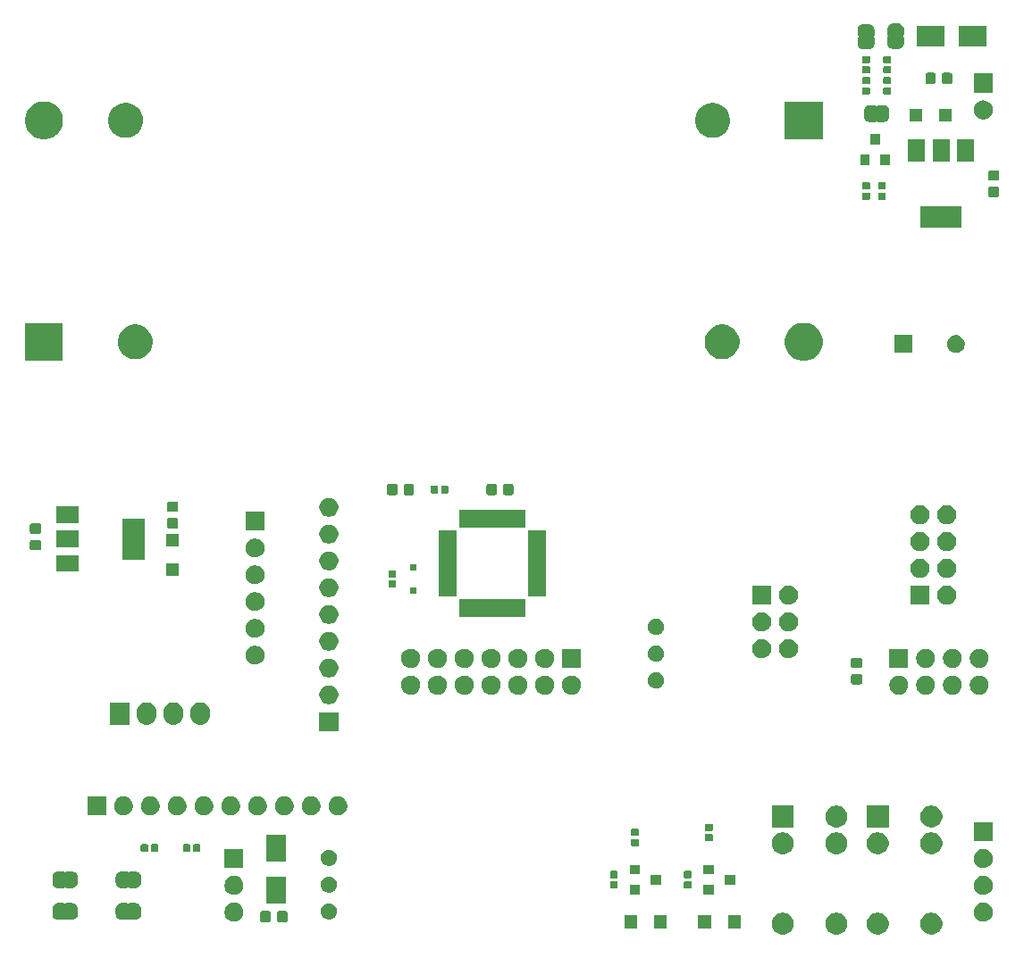
<source format=gbr>
G04 #@! TF.GenerationSoftware,KiCad,Pcbnew,5.1.5-1.fc30*
G04 #@! TF.CreationDate,2020-10-13T00:09:32+02:00*
G04 #@! TF.ProjectId,BeaconTemperature2,42656163-6f6e-4546-956d-706572617475,rev?*
G04 #@! TF.SameCoordinates,Original*
G04 #@! TF.FileFunction,Soldermask,Top*
G04 #@! TF.FilePolarity,Negative*
%FSLAX46Y46*%
G04 Gerber Fmt 4.6, Leading zero omitted, Abs format (unit mm)*
G04 Created by KiCad (PCBNEW 5.1.5-1.fc30) date 2020-10-13 00:09:32*
%MOMM*%
%LPD*%
G04 APERTURE LIST*
%ADD10C,0.100000*%
G04 APERTURE END LIST*
D10*
G36*
X106386564Y-108149389D02*
G01*
X106568842Y-108224891D01*
X106577835Y-108228616D01*
X106749973Y-108343635D01*
X106896365Y-108490027D01*
X106963766Y-108590899D01*
X107011385Y-108662167D01*
X107090611Y-108853436D01*
X107131000Y-109056484D01*
X107131000Y-109263516D01*
X107090611Y-109466564D01*
X107034926Y-109601000D01*
X107011384Y-109657835D01*
X106896365Y-109829973D01*
X106749973Y-109976365D01*
X106577835Y-110091384D01*
X106577834Y-110091385D01*
X106577833Y-110091385D01*
X106386564Y-110170611D01*
X106183516Y-110211000D01*
X105976484Y-110211000D01*
X105773436Y-110170611D01*
X105582167Y-110091385D01*
X105582166Y-110091385D01*
X105582165Y-110091384D01*
X105410027Y-109976365D01*
X105263635Y-109829973D01*
X105148616Y-109657835D01*
X105125074Y-109601000D01*
X105069389Y-109466564D01*
X105029000Y-109263516D01*
X105029000Y-109056484D01*
X105069389Y-108853436D01*
X105148615Y-108662167D01*
X105196235Y-108590899D01*
X105263635Y-108490027D01*
X105410027Y-108343635D01*
X105582165Y-108228616D01*
X105591158Y-108224891D01*
X105773436Y-108149389D01*
X105976484Y-108109000D01*
X106183516Y-108109000D01*
X106386564Y-108149389D01*
G37*
G36*
X110306564Y-108149389D02*
G01*
X110488842Y-108224891D01*
X110497835Y-108228616D01*
X110669973Y-108343635D01*
X110816365Y-108490027D01*
X110883766Y-108590899D01*
X110931385Y-108662167D01*
X111010611Y-108853436D01*
X111051000Y-109056484D01*
X111051000Y-109263516D01*
X111010611Y-109466564D01*
X110954926Y-109601000D01*
X110931384Y-109657835D01*
X110816365Y-109829973D01*
X110669973Y-109976365D01*
X110497835Y-110091384D01*
X110497834Y-110091385D01*
X110497833Y-110091385D01*
X110306564Y-110170611D01*
X110103516Y-110211000D01*
X109896484Y-110211000D01*
X109693436Y-110170611D01*
X109502167Y-110091385D01*
X109502166Y-110091385D01*
X109502165Y-110091384D01*
X109330027Y-109976365D01*
X109183635Y-109829973D01*
X109068616Y-109657835D01*
X109045074Y-109601000D01*
X108989389Y-109466564D01*
X108949000Y-109263516D01*
X108949000Y-109056484D01*
X108989389Y-108853436D01*
X109068615Y-108662167D01*
X109116235Y-108590899D01*
X109183635Y-108490027D01*
X109330027Y-108343635D01*
X109502165Y-108228616D01*
X109511158Y-108224891D01*
X109693436Y-108149389D01*
X109896484Y-108109000D01*
X110103516Y-108109000D01*
X110306564Y-108149389D01*
G37*
G36*
X115386564Y-108149389D02*
G01*
X115568842Y-108224891D01*
X115577835Y-108228616D01*
X115749973Y-108343635D01*
X115896365Y-108490027D01*
X115963766Y-108590899D01*
X116011385Y-108662167D01*
X116090611Y-108853436D01*
X116131000Y-109056484D01*
X116131000Y-109263516D01*
X116090611Y-109466564D01*
X116034926Y-109601000D01*
X116011384Y-109657835D01*
X115896365Y-109829973D01*
X115749973Y-109976365D01*
X115577835Y-110091384D01*
X115577834Y-110091385D01*
X115577833Y-110091385D01*
X115386564Y-110170611D01*
X115183516Y-110211000D01*
X114976484Y-110211000D01*
X114773436Y-110170611D01*
X114582167Y-110091385D01*
X114582166Y-110091385D01*
X114582165Y-110091384D01*
X114410027Y-109976365D01*
X114263635Y-109829973D01*
X114148616Y-109657835D01*
X114125074Y-109601000D01*
X114069389Y-109466564D01*
X114029000Y-109263516D01*
X114029000Y-109056484D01*
X114069389Y-108853436D01*
X114148615Y-108662167D01*
X114196235Y-108590899D01*
X114263635Y-108490027D01*
X114410027Y-108343635D01*
X114582165Y-108228616D01*
X114591158Y-108224891D01*
X114773436Y-108149389D01*
X114976484Y-108109000D01*
X115183516Y-108109000D01*
X115386564Y-108149389D01*
G37*
G36*
X101306564Y-108149389D02*
G01*
X101488842Y-108224891D01*
X101497835Y-108228616D01*
X101669973Y-108343635D01*
X101816365Y-108490027D01*
X101883766Y-108590899D01*
X101931385Y-108662167D01*
X102010611Y-108853436D01*
X102051000Y-109056484D01*
X102051000Y-109263516D01*
X102010611Y-109466564D01*
X101954926Y-109601000D01*
X101931384Y-109657835D01*
X101816365Y-109829973D01*
X101669973Y-109976365D01*
X101497835Y-110091384D01*
X101497834Y-110091385D01*
X101497833Y-110091385D01*
X101306564Y-110170611D01*
X101103516Y-110211000D01*
X100896484Y-110211000D01*
X100693436Y-110170611D01*
X100502167Y-110091385D01*
X100502166Y-110091385D01*
X100502165Y-110091384D01*
X100330027Y-109976365D01*
X100183635Y-109829973D01*
X100068616Y-109657835D01*
X100045074Y-109601000D01*
X99989389Y-109466564D01*
X99949000Y-109263516D01*
X99949000Y-109056484D01*
X99989389Y-108853436D01*
X100068615Y-108662167D01*
X100116235Y-108590899D01*
X100183635Y-108490027D01*
X100330027Y-108343635D01*
X100502165Y-108228616D01*
X100511158Y-108224891D01*
X100693436Y-108149389D01*
X100896484Y-108109000D01*
X101103516Y-108109000D01*
X101306564Y-108149389D01*
G37*
G36*
X90001000Y-109601000D02*
G01*
X88799000Y-109601000D01*
X88799000Y-108399000D01*
X90001000Y-108399000D01*
X90001000Y-109601000D01*
G37*
G36*
X87201000Y-109601000D02*
G01*
X85999000Y-109601000D01*
X85999000Y-108399000D01*
X87201000Y-108399000D01*
X87201000Y-109601000D01*
G37*
G36*
X94201000Y-109601000D02*
G01*
X92999000Y-109601000D01*
X92999000Y-108399000D01*
X94201000Y-108399000D01*
X94201000Y-109601000D01*
G37*
G36*
X97001000Y-109601000D02*
G01*
X95799000Y-109601000D01*
X95799000Y-108399000D01*
X97001000Y-108399000D01*
X97001000Y-109601000D01*
G37*
G36*
X52342091Y-107978085D02*
G01*
X52376069Y-107988393D01*
X52407390Y-108005134D01*
X52434839Y-108027661D01*
X52457366Y-108055110D01*
X52474107Y-108086431D01*
X52484415Y-108120409D01*
X52488500Y-108161890D01*
X52488500Y-108838110D01*
X52484415Y-108879591D01*
X52474107Y-108913569D01*
X52457366Y-108944890D01*
X52434839Y-108972339D01*
X52407390Y-108994866D01*
X52376069Y-109011607D01*
X52342091Y-109021915D01*
X52300610Y-109026000D01*
X51699390Y-109026000D01*
X51657909Y-109021915D01*
X51623931Y-109011607D01*
X51592610Y-108994866D01*
X51565161Y-108972339D01*
X51542634Y-108944890D01*
X51525893Y-108913569D01*
X51515585Y-108879591D01*
X51511500Y-108838110D01*
X51511500Y-108161890D01*
X51515585Y-108120409D01*
X51525893Y-108086431D01*
X51542634Y-108055110D01*
X51565161Y-108027661D01*
X51592610Y-108005134D01*
X51623931Y-107988393D01*
X51657909Y-107978085D01*
X51699390Y-107974000D01*
X52300610Y-107974000D01*
X52342091Y-107978085D01*
G37*
G36*
X53917091Y-107978085D02*
G01*
X53951069Y-107988393D01*
X53982390Y-108005134D01*
X54009839Y-108027661D01*
X54032366Y-108055110D01*
X54049107Y-108086431D01*
X54059415Y-108120409D01*
X54063500Y-108161890D01*
X54063500Y-108838110D01*
X54059415Y-108879591D01*
X54049107Y-108913569D01*
X54032366Y-108944890D01*
X54009839Y-108972339D01*
X53982390Y-108994866D01*
X53951069Y-109011607D01*
X53917091Y-109021915D01*
X53875610Y-109026000D01*
X53274390Y-109026000D01*
X53232909Y-109021915D01*
X53198931Y-109011607D01*
X53167610Y-108994866D01*
X53140161Y-108972339D01*
X53117634Y-108944890D01*
X53100893Y-108913569D01*
X53090585Y-108879591D01*
X53086500Y-108838110D01*
X53086500Y-108161890D01*
X53090585Y-108120409D01*
X53100893Y-108086431D01*
X53117634Y-108055110D01*
X53140161Y-108027661D01*
X53167610Y-108005134D01*
X53198931Y-107988393D01*
X53232909Y-107978085D01*
X53274390Y-107974000D01*
X53875610Y-107974000D01*
X53917091Y-107978085D01*
G37*
G36*
X120113512Y-107183927D02*
G01*
X120262812Y-107213624D01*
X120426784Y-107281544D01*
X120574354Y-107380147D01*
X120699853Y-107505646D01*
X120798456Y-107653216D01*
X120866376Y-107817188D01*
X120887634Y-107924062D01*
X120901000Y-107991258D01*
X120901000Y-108168742D01*
X120896073Y-108193512D01*
X120866376Y-108342812D01*
X120798456Y-108506784D01*
X120699853Y-108654354D01*
X120574354Y-108779853D01*
X120426784Y-108878456D01*
X120262812Y-108946376D01*
X120113512Y-108976073D01*
X120088742Y-108981000D01*
X119911258Y-108981000D01*
X119886488Y-108976073D01*
X119737188Y-108946376D01*
X119573216Y-108878456D01*
X119425646Y-108779853D01*
X119300147Y-108654354D01*
X119201544Y-108506784D01*
X119133624Y-108342812D01*
X119103927Y-108193512D01*
X119099000Y-108168742D01*
X119099000Y-107991258D01*
X119112366Y-107924062D01*
X119133624Y-107817188D01*
X119201544Y-107653216D01*
X119300147Y-107505646D01*
X119425646Y-107380147D01*
X119573216Y-107281544D01*
X119737188Y-107213624D01*
X119886488Y-107183927D01*
X119911258Y-107179000D01*
X120088742Y-107179000D01*
X120113512Y-107183927D01*
G37*
G36*
X49113512Y-107183927D02*
G01*
X49262812Y-107213624D01*
X49426784Y-107281544D01*
X49574354Y-107380147D01*
X49699853Y-107505646D01*
X49798456Y-107653216D01*
X49866376Y-107817188D01*
X49887634Y-107924062D01*
X49901000Y-107991258D01*
X49901000Y-108168742D01*
X49896073Y-108193512D01*
X49866376Y-108342812D01*
X49798456Y-108506784D01*
X49699853Y-108654354D01*
X49574354Y-108779853D01*
X49426784Y-108878456D01*
X49262812Y-108946376D01*
X49113512Y-108976073D01*
X49088742Y-108981000D01*
X48911258Y-108981000D01*
X48886488Y-108976073D01*
X48737188Y-108946376D01*
X48573216Y-108878456D01*
X48425646Y-108779853D01*
X48300147Y-108654354D01*
X48201544Y-108506784D01*
X48133624Y-108342812D01*
X48103927Y-108193512D01*
X48099000Y-108168742D01*
X48099000Y-107991258D01*
X48112366Y-107924062D01*
X48133624Y-107817188D01*
X48201544Y-107653216D01*
X48300147Y-107505646D01*
X48425646Y-107380147D01*
X48573216Y-107281544D01*
X48737188Y-107213624D01*
X48886488Y-107183927D01*
X48911258Y-107179000D01*
X49088742Y-107179000D01*
X49113512Y-107183927D01*
G37*
G36*
X38859999Y-107199737D02*
G01*
X38869608Y-107202652D01*
X38878472Y-107207390D01*
X38886237Y-107213763D01*
X38896448Y-107226206D01*
X38903378Y-107236575D01*
X38920705Y-107253902D01*
X38941080Y-107267515D01*
X38963720Y-107276891D01*
X38987753Y-107281671D01*
X39012257Y-107281670D01*
X39036290Y-107276888D01*
X39058929Y-107267510D01*
X39079302Y-107253895D01*
X39096629Y-107236568D01*
X39103558Y-107226198D01*
X39113763Y-107213763D01*
X39121528Y-107207390D01*
X39130392Y-107202652D01*
X39140001Y-107199737D01*
X39156140Y-107198148D01*
X39643861Y-107198148D01*
X39662199Y-107199954D01*
X39674450Y-107200556D01*
X39692869Y-107200556D01*
X39715149Y-107202750D01*
X39799233Y-107219476D01*
X39820660Y-107225976D01*
X39899858Y-107258780D01*
X39905303Y-107261691D01*
X39905309Y-107261693D01*
X39914169Y-107266429D01*
X39914173Y-107266432D01*
X39919614Y-107269340D01*
X39990899Y-107316971D01*
X40008204Y-107331172D01*
X40068828Y-107391796D01*
X40083029Y-107409101D01*
X40130660Y-107480386D01*
X40133568Y-107485827D01*
X40133571Y-107485831D01*
X40138307Y-107494691D01*
X40138309Y-107494697D01*
X40141220Y-107500142D01*
X40174024Y-107579340D01*
X40180524Y-107600767D01*
X40197250Y-107684851D01*
X40199444Y-107707131D01*
X40199444Y-107725550D01*
X40200046Y-107737801D01*
X40201852Y-107756139D01*
X40201852Y-108243862D01*
X40200046Y-108262199D01*
X40199444Y-108274450D01*
X40199444Y-108292869D01*
X40197250Y-108315149D01*
X40180524Y-108399233D01*
X40174024Y-108420660D01*
X40141220Y-108499858D01*
X40138309Y-108505303D01*
X40138307Y-108505309D01*
X40133571Y-108514169D01*
X40133568Y-108514173D01*
X40130660Y-108519614D01*
X40083029Y-108590899D01*
X40068828Y-108608204D01*
X40008204Y-108668828D01*
X39990899Y-108683029D01*
X39919614Y-108730660D01*
X39914173Y-108733568D01*
X39914169Y-108733571D01*
X39905309Y-108738307D01*
X39905303Y-108738309D01*
X39899858Y-108741220D01*
X39820660Y-108774024D01*
X39799233Y-108780524D01*
X39715149Y-108797250D01*
X39692869Y-108799444D01*
X39674450Y-108799444D01*
X39662199Y-108800046D01*
X39643862Y-108801852D01*
X39156140Y-108801852D01*
X39140001Y-108800263D01*
X39130392Y-108797348D01*
X39121528Y-108792610D01*
X39113763Y-108786237D01*
X39103552Y-108773794D01*
X39096622Y-108763425D01*
X39079295Y-108746098D01*
X39058920Y-108732485D01*
X39036280Y-108723109D01*
X39012247Y-108718329D01*
X38987743Y-108718330D01*
X38963710Y-108723112D01*
X38941071Y-108732490D01*
X38920698Y-108746105D01*
X38903371Y-108763432D01*
X38896442Y-108773802D01*
X38886237Y-108786237D01*
X38878472Y-108792610D01*
X38869608Y-108797348D01*
X38859999Y-108800263D01*
X38843860Y-108801852D01*
X38356138Y-108801852D01*
X38337801Y-108800046D01*
X38325550Y-108799444D01*
X38307131Y-108799444D01*
X38284851Y-108797250D01*
X38200767Y-108780524D01*
X38179340Y-108774024D01*
X38100142Y-108741220D01*
X38094697Y-108738309D01*
X38094691Y-108738307D01*
X38085831Y-108733571D01*
X38085827Y-108733568D01*
X38080386Y-108730660D01*
X38009101Y-108683029D01*
X37991796Y-108668828D01*
X37931172Y-108608204D01*
X37916971Y-108590899D01*
X37869340Y-108519614D01*
X37866432Y-108514173D01*
X37866429Y-108514169D01*
X37861693Y-108505309D01*
X37861691Y-108505303D01*
X37858780Y-108499858D01*
X37825976Y-108420660D01*
X37819476Y-108399233D01*
X37802750Y-108315149D01*
X37800556Y-108292869D01*
X37800556Y-108274450D01*
X37799954Y-108262199D01*
X37798148Y-108243862D01*
X37798148Y-107756139D01*
X37799954Y-107737801D01*
X37800556Y-107725550D01*
X37800556Y-107707131D01*
X37802750Y-107684851D01*
X37819476Y-107600767D01*
X37825976Y-107579340D01*
X37858780Y-107500142D01*
X37861691Y-107494697D01*
X37861693Y-107494691D01*
X37866429Y-107485831D01*
X37866432Y-107485827D01*
X37869340Y-107480386D01*
X37916971Y-107409101D01*
X37931172Y-107391796D01*
X37991796Y-107331172D01*
X38009101Y-107316971D01*
X38080386Y-107269340D01*
X38085827Y-107266432D01*
X38085831Y-107266429D01*
X38094691Y-107261693D01*
X38094697Y-107261691D01*
X38100142Y-107258780D01*
X38179340Y-107225976D01*
X38200767Y-107219476D01*
X38284851Y-107202750D01*
X38307131Y-107200556D01*
X38325550Y-107200556D01*
X38337801Y-107199954D01*
X38356139Y-107198148D01*
X38843860Y-107198148D01*
X38859999Y-107199737D01*
G37*
G36*
X32859999Y-107199737D02*
G01*
X32869608Y-107202652D01*
X32878472Y-107207390D01*
X32886237Y-107213763D01*
X32896448Y-107226206D01*
X32903378Y-107236575D01*
X32920705Y-107253902D01*
X32941080Y-107267515D01*
X32963720Y-107276891D01*
X32987753Y-107281671D01*
X33012257Y-107281670D01*
X33036290Y-107276888D01*
X33058929Y-107267510D01*
X33079302Y-107253895D01*
X33096629Y-107236568D01*
X33103558Y-107226198D01*
X33113763Y-107213763D01*
X33121528Y-107207390D01*
X33130392Y-107202652D01*
X33140001Y-107199737D01*
X33156140Y-107198148D01*
X33643861Y-107198148D01*
X33662199Y-107199954D01*
X33674450Y-107200556D01*
X33692869Y-107200556D01*
X33715149Y-107202750D01*
X33799233Y-107219476D01*
X33820660Y-107225976D01*
X33899858Y-107258780D01*
X33905303Y-107261691D01*
X33905309Y-107261693D01*
X33914169Y-107266429D01*
X33914173Y-107266432D01*
X33919614Y-107269340D01*
X33990899Y-107316971D01*
X34008204Y-107331172D01*
X34068828Y-107391796D01*
X34083029Y-107409101D01*
X34130660Y-107480386D01*
X34133568Y-107485827D01*
X34133571Y-107485831D01*
X34138307Y-107494691D01*
X34138309Y-107494697D01*
X34141220Y-107500142D01*
X34174024Y-107579340D01*
X34180524Y-107600767D01*
X34197250Y-107684851D01*
X34199444Y-107707131D01*
X34199444Y-107725550D01*
X34200046Y-107737801D01*
X34201852Y-107756139D01*
X34201852Y-108243862D01*
X34200046Y-108262199D01*
X34199444Y-108274450D01*
X34199444Y-108292869D01*
X34197250Y-108315149D01*
X34180524Y-108399233D01*
X34174024Y-108420660D01*
X34141220Y-108499858D01*
X34138309Y-108505303D01*
X34138307Y-108505309D01*
X34133571Y-108514169D01*
X34133568Y-108514173D01*
X34130660Y-108519614D01*
X34083029Y-108590899D01*
X34068828Y-108608204D01*
X34008204Y-108668828D01*
X33990899Y-108683029D01*
X33919614Y-108730660D01*
X33914173Y-108733568D01*
X33914169Y-108733571D01*
X33905309Y-108738307D01*
X33905303Y-108738309D01*
X33899858Y-108741220D01*
X33820660Y-108774024D01*
X33799233Y-108780524D01*
X33715149Y-108797250D01*
X33692869Y-108799444D01*
X33674450Y-108799444D01*
X33662199Y-108800046D01*
X33643862Y-108801852D01*
X33156140Y-108801852D01*
X33140001Y-108800263D01*
X33130392Y-108797348D01*
X33121528Y-108792610D01*
X33113763Y-108786237D01*
X33103552Y-108773794D01*
X33096622Y-108763425D01*
X33079295Y-108746098D01*
X33058920Y-108732485D01*
X33036280Y-108723109D01*
X33012247Y-108718329D01*
X32987743Y-108718330D01*
X32963710Y-108723112D01*
X32941071Y-108732490D01*
X32920698Y-108746105D01*
X32903371Y-108763432D01*
X32896442Y-108773802D01*
X32886237Y-108786237D01*
X32878472Y-108792610D01*
X32869608Y-108797348D01*
X32859999Y-108800263D01*
X32843860Y-108801852D01*
X32356138Y-108801852D01*
X32337801Y-108800046D01*
X32325550Y-108799444D01*
X32307131Y-108799444D01*
X32284851Y-108797250D01*
X32200767Y-108780524D01*
X32179340Y-108774024D01*
X32100142Y-108741220D01*
X32094697Y-108738309D01*
X32094691Y-108738307D01*
X32085831Y-108733571D01*
X32085827Y-108733568D01*
X32080386Y-108730660D01*
X32009101Y-108683029D01*
X31991796Y-108668828D01*
X31931172Y-108608204D01*
X31916971Y-108590899D01*
X31869340Y-108519614D01*
X31866432Y-108514173D01*
X31866429Y-108514169D01*
X31861693Y-108505309D01*
X31861691Y-108505303D01*
X31858780Y-108499858D01*
X31825976Y-108420660D01*
X31819476Y-108399233D01*
X31802750Y-108315149D01*
X31800556Y-108292869D01*
X31800556Y-108274450D01*
X31799954Y-108262199D01*
X31798148Y-108243862D01*
X31798148Y-107756139D01*
X31799954Y-107737801D01*
X31800556Y-107725550D01*
X31800556Y-107707131D01*
X31802750Y-107684851D01*
X31819476Y-107600767D01*
X31825976Y-107579340D01*
X31858780Y-107500142D01*
X31861691Y-107494697D01*
X31861693Y-107494691D01*
X31866429Y-107485831D01*
X31866432Y-107485827D01*
X31869340Y-107480386D01*
X31916971Y-107409101D01*
X31931172Y-107391796D01*
X31991796Y-107331172D01*
X32009101Y-107316971D01*
X32080386Y-107269340D01*
X32085827Y-107266432D01*
X32085831Y-107266429D01*
X32094691Y-107261693D01*
X32094697Y-107261691D01*
X32100142Y-107258780D01*
X32179340Y-107225976D01*
X32200767Y-107219476D01*
X32284851Y-107202750D01*
X32307131Y-107200556D01*
X32325550Y-107200556D01*
X32337801Y-107199954D01*
X32356139Y-107198148D01*
X32843860Y-107198148D01*
X32859999Y-107199737D01*
G37*
G36*
X58125589Y-107238876D02*
G01*
X58224893Y-107258629D01*
X58365206Y-107316748D01*
X58491484Y-107401125D01*
X58598875Y-107508516D01*
X58683252Y-107634794D01*
X58741371Y-107775107D01*
X58771000Y-107924063D01*
X58771000Y-108075937D01*
X58741371Y-108224893D01*
X58683252Y-108365206D01*
X58598875Y-108491484D01*
X58491484Y-108598875D01*
X58365206Y-108683252D01*
X58224893Y-108741371D01*
X58131248Y-108759998D01*
X58075938Y-108771000D01*
X57924062Y-108771000D01*
X57868752Y-108759998D01*
X57775107Y-108741371D01*
X57634794Y-108683252D01*
X57508516Y-108598875D01*
X57401125Y-108491484D01*
X57316748Y-108365206D01*
X57258629Y-108224893D01*
X57229000Y-108075937D01*
X57229000Y-107924063D01*
X57258629Y-107775107D01*
X57316748Y-107634794D01*
X57401125Y-107508516D01*
X57508516Y-107401125D01*
X57634794Y-107316748D01*
X57775107Y-107258629D01*
X57874411Y-107238876D01*
X57924062Y-107229000D01*
X58075938Y-107229000D01*
X58125589Y-107238876D01*
G37*
G36*
X53951000Y-107301000D02*
G01*
X52049000Y-107301000D01*
X52049000Y-104699000D01*
X53951000Y-104699000D01*
X53951000Y-107301000D01*
G37*
G36*
X120113512Y-104643927D02*
G01*
X120262812Y-104673624D01*
X120426784Y-104741544D01*
X120574354Y-104840147D01*
X120699853Y-104965646D01*
X120798456Y-105113216D01*
X120866376Y-105277188D01*
X120893739Y-105414753D01*
X120900949Y-105451000D01*
X120901000Y-105451259D01*
X120901000Y-105628741D01*
X120866376Y-105802812D01*
X120798456Y-105966784D01*
X120699853Y-106114354D01*
X120574354Y-106239853D01*
X120426784Y-106338456D01*
X120262812Y-106406376D01*
X120113512Y-106436073D01*
X120088742Y-106441000D01*
X119911258Y-106441000D01*
X119886488Y-106436073D01*
X119737188Y-106406376D01*
X119573216Y-106338456D01*
X119425646Y-106239853D01*
X119300147Y-106114354D01*
X119201544Y-105966784D01*
X119133624Y-105802812D01*
X119099000Y-105628741D01*
X119099000Y-105451259D01*
X119099052Y-105451000D01*
X119106261Y-105414753D01*
X119133624Y-105277188D01*
X119201544Y-105113216D01*
X119300147Y-104965646D01*
X119425646Y-104840147D01*
X119573216Y-104741544D01*
X119737188Y-104673624D01*
X119886488Y-104643927D01*
X119911258Y-104639000D01*
X120088742Y-104639000D01*
X120113512Y-104643927D01*
G37*
G36*
X49113512Y-104643927D02*
G01*
X49262812Y-104673624D01*
X49426784Y-104741544D01*
X49574354Y-104840147D01*
X49699853Y-104965646D01*
X49798456Y-105113216D01*
X49866376Y-105277188D01*
X49893739Y-105414753D01*
X49900949Y-105451000D01*
X49901000Y-105451259D01*
X49901000Y-105628741D01*
X49866376Y-105802812D01*
X49798456Y-105966784D01*
X49699853Y-106114354D01*
X49574354Y-106239853D01*
X49426784Y-106338456D01*
X49262812Y-106406376D01*
X49113512Y-106436073D01*
X49088742Y-106441000D01*
X48911258Y-106441000D01*
X48886488Y-106436073D01*
X48737188Y-106406376D01*
X48573216Y-106338456D01*
X48425646Y-106239853D01*
X48300147Y-106114354D01*
X48201544Y-105966784D01*
X48133624Y-105802812D01*
X48099000Y-105628741D01*
X48099000Y-105451259D01*
X48099052Y-105451000D01*
X48106261Y-105414753D01*
X48133624Y-105277188D01*
X48201544Y-105113216D01*
X48300147Y-104965646D01*
X48425646Y-104840147D01*
X48573216Y-104741544D01*
X48737188Y-104673624D01*
X48886488Y-104643927D01*
X48911258Y-104639000D01*
X49088742Y-104639000D01*
X49113512Y-104643927D01*
G37*
G36*
X94501000Y-106401000D02*
G01*
X93499000Y-106401000D01*
X93499000Y-105499000D01*
X94501000Y-105499000D01*
X94501000Y-106401000D01*
G37*
G36*
X87501000Y-106401000D02*
G01*
X86499000Y-106401000D01*
X86499000Y-105499000D01*
X87501000Y-105499000D01*
X87501000Y-106401000D01*
G37*
G36*
X58085957Y-104690993D02*
G01*
X58224893Y-104718629D01*
X58365206Y-104776748D01*
X58491484Y-104861125D01*
X58598875Y-104968516D01*
X58683252Y-105094794D01*
X58741371Y-105235107D01*
X58771000Y-105384063D01*
X58771000Y-105535937D01*
X58741371Y-105684893D01*
X58683252Y-105825206D01*
X58598875Y-105951484D01*
X58491484Y-106058875D01*
X58365206Y-106143252D01*
X58224893Y-106201371D01*
X58125589Y-106221124D01*
X58075938Y-106231000D01*
X57924062Y-106231000D01*
X57874411Y-106221124D01*
X57775107Y-106201371D01*
X57634794Y-106143252D01*
X57508516Y-106058875D01*
X57401125Y-105951484D01*
X57316748Y-105825206D01*
X57258629Y-105684893D01*
X57229000Y-105535937D01*
X57229000Y-105384063D01*
X57258629Y-105235107D01*
X57316748Y-105094794D01*
X57401125Y-104968516D01*
X57508516Y-104861125D01*
X57634794Y-104776748D01*
X57775107Y-104718629D01*
X57914043Y-104690993D01*
X57924062Y-104689000D01*
X58075938Y-104689000D01*
X58085957Y-104690993D01*
G37*
G36*
X85281938Y-105141716D02*
G01*
X85302557Y-105147971D01*
X85321553Y-105158124D01*
X85338208Y-105171792D01*
X85351876Y-105188447D01*
X85362029Y-105207443D01*
X85368284Y-105228062D01*
X85371000Y-105255640D01*
X85371000Y-105714360D01*
X85368284Y-105741938D01*
X85362029Y-105762557D01*
X85351876Y-105781553D01*
X85338208Y-105798208D01*
X85321553Y-105811876D01*
X85302557Y-105822029D01*
X85281938Y-105828284D01*
X85254360Y-105831000D01*
X84745640Y-105831000D01*
X84718062Y-105828284D01*
X84697443Y-105822029D01*
X84678447Y-105811876D01*
X84661792Y-105798208D01*
X84648124Y-105781553D01*
X84637971Y-105762557D01*
X84631716Y-105741938D01*
X84629000Y-105714360D01*
X84629000Y-105255640D01*
X84631716Y-105228062D01*
X84637971Y-105207443D01*
X84648124Y-105188447D01*
X84661792Y-105171792D01*
X84678447Y-105158124D01*
X84697443Y-105147971D01*
X84718062Y-105141716D01*
X84745640Y-105139000D01*
X85254360Y-105139000D01*
X85281938Y-105141716D01*
G37*
G36*
X92281938Y-105141716D02*
G01*
X92302557Y-105147971D01*
X92321553Y-105158124D01*
X92338208Y-105171792D01*
X92351876Y-105188447D01*
X92362029Y-105207443D01*
X92368284Y-105228062D01*
X92371000Y-105255640D01*
X92371000Y-105714360D01*
X92368284Y-105741938D01*
X92362029Y-105762557D01*
X92351876Y-105781553D01*
X92338208Y-105798208D01*
X92321553Y-105811876D01*
X92302557Y-105822029D01*
X92281938Y-105828284D01*
X92254360Y-105831000D01*
X91745640Y-105831000D01*
X91718062Y-105828284D01*
X91697443Y-105822029D01*
X91678447Y-105811876D01*
X91661792Y-105798208D01*
X91648124Y-105781553D01*
X91637971Y-105762557D01*
X91631716Y-105741938D01*
X91629000Y-105714360D01*
X91629000Y-105255640D01*
X91631716Y-105228062D01*
X91637971Y-105207443D01*
X91648124Y-105188447D01*
X91661792Y-105171792D01*
X91678447Y-105158124D01*
X91697443Y-105147971D01*
X91718062Y-105141716D01*
X91745640Y-105139000D01*
X92254360Y-105139000D01*
X92281938Y-105141716D01*
G37*
G36*
X32859999Y-104199737D02*
G01*
X32869608Y-104202652D01*
X32878472Y-104207390D01*
X32886237Y-104213763D01*
X32896448Y-104226206D01*
X32903378Y-104236575D01*
X32920705Y-104253902D01*
X32941080Y-104267515D01*
X32963720Y-104276891D01*
X32987753Y-104281671D01*
X33012257Y-104281670D01*
X33036290Y-104276888D01*
X33058929Y-104267510D01*
X33079302Y-104253895D01*
X33096629Y-104236568D01*
X33103558Y-104226198D01*
X33113763Y-104213763D01*
X33121528Y-104207390D01*
X33130392Y-104202652D01*
X33140001Y-104199737D01*
X33156140Y-104198148D01*
X33643861Y-104198148D01*
X33662199Y-104199954D01*
X33674450Y-104200556D01*
X33692869Y-104200556D01*
X33715149Y-104202750D01*
X33799233Y-104219476D01*
X33820660Y-104225976D01*
X33899858Y-104258780D01*
X33905303Y-104261691D01*
X33905309Y-104261693D01*
X33914169Y-104266429D01*
X33914173Y-104266432D01*
X33919614Y-104269340D01*
X33990899Y-104316971D01*
X34008204Y-104331172D01*
X34068828Y-104391796D01*
X34083029Y-104409101D01*
X34130660Y-104480386D01*
X34133568Y-104485827D01*
X34133571Y-104485831D01*
X34138307Y-104494691D01*
X34138309Y-104494697D01*
X34141220Y-104500142D01*
X34174024Y-104579340D01*
X34180524Y-104600767D01*
X34197250Y-104684851D01*
X34199444Y-104707131D01*
X34199444Y-104725550D01*
X34200046Y-104737801D01*
X34201852Y-104756139D01*
X34201852Y-105243862D01*
X34200046Y-105262199D01*
X34199444Y-105274450D01*
X34199444Y-105292869D01*
X34197250Y-105315149D01*
X34180524Y-105399233D01*
X34174024Y-105420660D01*
X34141220Y-105499858D01*
X34138309Y-105505303D01*
X34138307Y-105505309D01*
X34133571Y-105514169D01*
X34133568Y-105514173D01*
X34130660Y-105519614D01*
X34083029Y-105590899D01*
X34068828Y-105608204D01*
X34008204Y-105668828D01*
X33990899Y-105683029D01*
X33919614Y-105730660D01*
X33914173Y-105733568D01*
X33914169Y-105733571D01*
X33905309Y-105738307D01*
X33905303Y-105738309D01*
X33899858Y-105741220D01*
X33820660Y-105774024D01*
X33799233Y-105780524D01*
X33715149Y-105797250D01*
X33692869Y-105799444D01*
X33674450Y-105799444D01*
X33662199Y-105800046D01*
X33643862Y-105801852D01*
X33156140Y-105801852D01*
X33140001Y-105800263D01*
X33130392Y-105797348D01*
X33121528Y-105792610D01*
X33113763Y-105786237D01*
X33103552Y-105773794D01*
X33096622Y-105763425D01*
X33079295Y-105746098D01*
X33058920Y-105732485D01*
X33036280Y-105723109D01*
X33012247Y-105718329D01*
X32987743Y-105718330D01*
X32963710Y-105723112D01*
X32941071Y-105732490D01*
X32920698Y-105746105D01*
X32903371Y-105763432D01*
X32896442Y-105773802D01*
X32886237Y-105786237D01*
X32878472Y-105792610D01*
X32869608Y-105797348D01*
X32859999Y-105800263D01*
X32843860Y-105801852D01*
X32356138Y-105801852D01*
X32337801Y-105800046D01*
X32325550Y-105799444D01*
X32307131Y-105799444D01*
X32284851Y-105797250D01*
X32200767Y-105780524D01*
X32179340Y-105774024D01*
X32100142Y-105741220D01*
X32094697Y-105738309D01*
X32094691Y-105738307D01*
X32085831Y-105733571D01*
X32085827Y-105733568D01*
X32080386Y-105730660D01*
X32009101Y-105683029D01*
X31991796Y-105668828D01*
X31931172Y-105608204D01*
X31916971Y-105590899D01*
X31869340Y-105519614D01*
X31866432Y-105514173D01*
X31866429Y-105514169D01*
X31861693Y-105505309D01*
X31861691Y-105505303D01*
X31858780Y-105499858D01*
X31825976Y-105420660D01*
X31819476Y-105399233D01*
X31802750Y-105315149D01*
X31800556Y-105292869D01*
X31800556Y-105274450D01*
X31799954Y-105262199D01*
X31798148Y-105243862D01*
X31798148Y-104756139D01*
X31799954Y-104737801D01*
X31800556Y-104725550D01*
X31800556Y-104707131D01*
X31802750Y-104684851D01*
X31819476Y-104600767D01*
X31825976Y-104579340D01*
X31858780Y-104500142D01*
X31861691Y-104494697D01*
X31861693Y-104494691D01*
X31866429Y-104485831D01*
X31866432Y-104485827D01*
X31869340Y-104480386D01*
X31916971Y-104409101D01*
X31931172Y-104391796D01*
X31991796Y-104331172D01*
X32009101Y-104316971D01*
X32080386Y-104269340D01*
X32085827Y-104266432D01*
X32085831Y-104266429D01*
X32094691Y-104261693D01*
X32094697Y-104261691D01*
X32100142Y-104258780D01*
X32179340Y-104225976D01*
X32200767Y-104219476D01*
X32284851Y-104202750D01*
X32307131Y-104200556D01*
X32325550Y-104200556D01*
X32337801Y-104199954D01*
X32356139Y-104198148D01*
X32843860Y-104198148D01*
X32859999Y-104199737D01*
G37*
G36*
X38859999Y-104199737D02*
G01*
X38869608Y-104202652D01*
X38878472Y-104207390D01*
X38886237Y-104213763D01*
X38896448Y-104226206D01*
X38903378Y-104236575D01*
X38920705Y-104253902D01*
X38941080Y-104267515D01*
X38963720Y-104276891D01*
X38987753Y-104281671D01*
X39012257Y-104281670D01*
X39036290Y-104276888D01*
X39058929Y-104267510D01*
X39079302Y-104253895D01*
X39096629Y-104236568D01*
X39103558Y-104226198D01*
X39113763Y-104213763D01*
X39121528Y-104207390D01*
X39130392Y-104202652D01*
X39140001Y-104199737D01*
X39156140Y-104198148D01*
X39643861Y-104198148D01*
X39662199Y-104199954D01*
X39674450Y-104200556D01*
X39692869Y-104200556D01*
X39715149Y-104202750D01*
X39799233Y-104219476D01*
X39820660Y-104225976D01*
X39899858Y-104258780D01*
X39905303Y-104261691D01*
X39905309Y-104261693D01*
X39914169Y-104266429D01*
X39914173Y-104266432D01*
X39919614Y-104269340D01*
X39990899Y-104316971D01*
X40008204Y-104331172D01*
X40068828Y-104391796D01*
X40083029Y-104409101D01*
X40130660Y-104480386D01*
X40133568Y-104485827D01*
X40133571Y-104485831D01*
X40138307Y-104494691D01*
X40138309Y-104494697D01*
X40141220Y-104500142D01*
X40174024Y-104579340D01*
X40180524Y-104600767D01*
X40197250Y-104684851D01*
X40199444Y-104707131D01*
X40199444Y-104725550D01*
X40200046Y-104737801D01*
X40201852Y-104756139D01*
X40201852Y-105243862D01*
X40200046Y-105262199D01*
X40199444Y-105274450D01*
X40199444Y-105292869D01*
X40197250Y-105315149D01*
X40180524Y-105399233D01*
X40174024Y-105420660D01*
X40141220Y-105499858D01*
X40138309Y-105505303D01*
X40138307Y-105505309D01*
X40133571Y-105514169D01*
X40133568Y-105514173D01*
X40130660Y-105519614D01*
X40083029Y-105590899D01*
X40068828Y-105608204D01*
X40008204Y-105668828D01*
X39990899Y-105683029D01*
X39919614Y-105730660D01*
X39914173Y-105733568D01*
X39914169Y-105733571D01*
X39905309Y-105738307D01*
X39905303Y-105738309D01*
X39899858Y-105741220D01*
X39820660Y-105774024D01*
X39799233Y-105780524D01*
X39715149Y-105797250D01*
X39692869Y-105799444D01*
X39674450Y-105799444D01*
X39662199Y-105800046D01*
X39643862Y-105801852D01*
X39156140Y-105801852D01*
X39140001Y-105800263D01*
X39130392Y-105797348D01*
X39121528Y-105792610D01*
X39113763Y-105786237D01*
X39103552Y-105773794D01*
X39096622Y-105763425D01*
X39079295Y-105746098D01*
X39058920Y-105732485D01*
X39036280Y-105723109D01*
X39012247Y-105718329D01*
X38987743Y-105718330D01*
X38963710Y-105723112D01*
X38941071Y-105732490D01*
X38920698Y-105746105D01*
X38903371Y-105763432D01*
X38896442Y-105773802D01*
X38886237Y-105786237D01*
X38878472Y-105792610D01*
X38869608Y-105797348D01*
X38859999Y-105800263D01*
X38843860Y-105801852D01*
X38356138Y-105801852D01*
X38337801Y-105800046D01*
X38325550Y-105799444D01*
X38307131Y-105799444D01*
X38284851Y-105797250D01*
X38200767Y-105780524D01*
X38179340Y-105774024D01*
X38100142Y-105741220D01*
X38094697Y-105738309D01*
X38094691Y-105738307D01*
X38085831Y-105733571D01*
X38085827Y-105733568D01*
X38080386Y-105730660D01*
X38009101Y-105683029D01*
X37991796Y-105668828D01*
X37931172Y-105608204D01*
X37916971Y-105590899D01*
X37869340Y-105519614D01*
X37866432Y-105514173D01*
X37866429Y-105514169D01*
X37861693Y-105505309D01*
X37861691Y-105505303D01*
X37858780Y-105499858D01*
X37825976Y-105420660D01*
X37819476Y-105399233D01*
X37802750Y-105315149D01*
X37800556Y-105292869D01*
X37800556Y-105274450D01*
X37799954Y-105262199D01*
X37798148Y-105243862D01*
X37798148Y-104756139D01*
X37799954Y-104737801D01*
X37800556Y-104725550D01*
X37800556Y-104707131D01*
X37802750Y-104684851D01*
X37819476Y-104600767D01*
X37825976Y-104579340D01*
X37858780Y-104500142D01*
X37861691Y-104494697D01*
X37861693Y-104494691D01*
X37866429Y-104485831D01*
X37866432Y-104485827D01*
X37869340Y-104480386D01*
X37916971Y-104409101D01*
X37931172Y-104391796D01*
X37991796Y-104331172D01*
X38009101Y-104316971D01*
X38080386Y-104269340D01*
X38085827Y-104266432D01*
X38085831Y-104266429D01*
X38094691Y-104261693D01*
X38094697Y-104261691D01*
X38100142Y-104258780D01*
X38179340Y-104225976D01*
X38200767Y-104219476D01*
X38284851Y-104202750D01*
X38307131Y-104200556D01*
X38325550Y-104200556D01*
X38337801Y-104199954D01*
X38356139Y-104198148D01*
X38843860Y-104198148D01*
X38859999Y-104199737D01*
G37*
G36*
X89501000Y-105451000D02*
G01*
X88499000Y-105451000D01*
X88499000Y-104549000D01*
X89501000Y-104549000D01*
X89501000Y-105451000D01*
G37*
G36*
X96501000Y-105451000D02*
G01*
X95499000Y-105451000D01*
X95499000Y-104549000D01*
X96501000Y-104549000D01*
X96501000Y-105451000D01*
G37*
G36*
X92281938Y-104171716D02*
G01*
X92302557Y-104177971D01*
X92321553Y-104188124D01*
X92338208Y-104201792D01*
X92351876Y-104218447D01*
X92362029Y-104237443D01*
X92368284Y-104258062D01*
X92371000Y-104285640D01*
X92371000Y-104744360D01*
X92368284Y-104771938D01*
X92362029Y-104792557D01*
X92351876Y-104811553D01*
X92338208Y-104828208D01*
X92321553Y-104841876D01*
X92302557Y-104852029D01*
X92281938Y-104858284D01*
X92254360Y-104861000D01*
X91745640Y-104861000D01*
X91718062Y-104858284D01*
X91697443Y-104852029D01*
X91678447Y-104841876D01*
X91661792Y-104828208D01*
X91648124Y-104811553D01*
X91637971Y-104792557D01*
X91631716Y-104771938D01*
X91629000Y-104744360D01*
X91629000Y-104285640D01*
X91631716Y-104258062D01*
X91637971Y-104237443D01*
X91648124Y-104218447D01*
X91661792Y-104201792D01*
X91678447Y-104188124D01*
X91697443Y-104177971D01*
X91718062Y-104171716D01*
X91745640Y-104169000D01*
X92254360Y-104169000D01*
X92281938Y-104171716D01*
G37*
G36*
X85281938Y-104171716D02*
G01*
X85302557Y-104177971D01*
X85321553Y-104188124D01*
X85338208Y-104201792D01*
X85351876Y-104218447D01*
X85362029Y-104237443D01*
X85368284Y-104258062D01*
X85371000Y-104285640D01*
X85371000Y-104744360D01*
X85368284Y-104771938D01*
X85362029Y-104792557D01*
X85351876Y-104811553D01*
X85338208Y-104828208D01*
X85321553Y-104841876D01*
X85302557Y-104852029D01*
X85281938Y-104858284D01*
X85254360Y-104861000D01*
X84745640Y-104861000D01*
X84718062Y-104858284D01*
X84697443Y-104852029D01*
X84678447Y-104841876D01*
X84661792Y-104828208D01*
X84648124Y-104811553D01*
X84637971Y-104792557D01*
X84631716Y-104771938D01*
X84629000Y-104744360D01*
X84629000Y-104285640D01*
X84631716Y-104258062D01*
X84637971Y-104237443D01*
X84648124Y-104218447D01*
X84661792Y-104201792D01*
X84678447Y-104188124D01*
X84697443Y-104177971D01*
X84718062Y-104171716D01*
X84745640Y-104169000D01*
X85254360Y-104169000D01*
X85281938Y-104171716D01*
G37*
G36*
X94501000Y-104501000D02*
G01*
X93499000Y-104501000D01*
X93499000Y-103599000D01*
X94501000Y-103599000D01*
X94501000Y-104501000D01*
G37*
G36*
X87501000Y-104501000D02*
G01*
X86499000Y-104501000D01*
X86499000Y-103599000D01*
X87501000Y-103599000D01*
X87501000Y-104501000D01*
G37*
G36*
X49901000Y-103901000D02*
G01*
X48099000Y-103901000D01*
X48099000Y-102099000D01*
X49901000Y-102099000D01*
X49901000Y-103901000D01*
G37*
G36*
X120113512Y-102103927D02*
G01*
X120262812Y-102133624D01*
X120426784Y-102201544D01*
X120574354Y-102300147D01*
X120699853Y-102425646D01*
X120798456Y-102573216D01*
X120866376Y-102737188D01*
X120901000Y-102911259D01*
X120901000Y-103088741D01*
X120866376Y-103262812D01*
X120798456Y-103426784D01*
X120699853Y-103574354D01*
X120574354Y-103699853D01*
X120426784Y-103798456D01*
X120262812Y-103866376D01*
X120113512Y-103896073D01*
X120088742Y-103901000D01*
X119911258Y-103901000D01*
X119886488Y-103896073D01*
X119737188Y-103866376D01*
X119573216Y-103798456D01*
X119425646Y-103699853D01*
X119300147Y-103574354D01*
X119201544Y-103426784D01*
X119133624Y-103262812D01*
X119099000Y-103088741D01*
X119099000Y-102911259D01*
X119133624Y-102737188D01*
X119201544Y-102573216D01*
X119300147Y-102425646D01*
X119425646Y-102300147D01*
X119573216Y-102201544D01*
X119737188Y-102133624D01*
X119886488Y-102103927D01*
X119911258Y-102099000D01*
X120088742Y-102099000D01*
X120113512Y-102103927D01*
G37*
G36*
X58125589Y-102158876D02*
G01*
X58224893Y-102178629D01*
X58365206Y-102236748D01*
X58491484Y-102321125D01*
X58598875Y-102428516D01*
X58683252Y-102554794D01*
X58741371Y-102695107D01*
X58771000Y-102844063D01*
X58771000Y-102995937D01*
X58741371Y-103144893D01*
X58683252Y-103285206D01*
X58598875Y-103411484D01*
X58491484Y-103518875D01*
X58365206Y-103603252D01*
X58224893Y-103661371D01*
X58125589Y-103681124D01*
X58075938Y-103691000D01*
X57924062Y-103691000D01*
X57874411Y-103681124D01*
X57775107Y-103661371D01*
X57634794Y-103603252D01*
X57508516Y-103518875D01*
X57401125Y-103411484D01*
X57316748Y-103285206D01*
X57258629Y-103144893D01*
X57229000Y-102995937D01*
X57229000Y-102844063D01*
X57258629Y-102695107D01*
X57316748Y-102554794D01*
X57401125Y-102428516D01*
X57508516Y-102321125D01*
X57634794Y-102236748D01*
X57775107Y-102178629D01*
X57874411Y-102158876D01*
X57924062Y-102149000D01*
X58075938Y-102149000D01*
X58125589Y-102158876D01*
G37*
G36*
X53951000Y-103301000D02*
G01*
X52049000Y-103301000D01*
X52049000Y-100699000D01*
X53951000Y-100699000D01*
X53951000Y-103301000D01*
G37*
G36*
X115386564Y-100529389D02*
G01*
X115577833Y-100608615D01*
X115577835Y-100608616D01*
X115721591Y-100704671D01*
X115749973Y-100723635D01*
X115896365Y-100870027D01*
X116011385Y-101042167D01*
X116090611Y-101233436D01*
X116131000Y-101436484D01*
X116131000Y-101643516D01*
X116090611Y-101846564D01*
X116011385Y-102037833D01*
X116011384Y-102037835D01*
X115896365Y-102209973D01*
X115749973Y-102356365D01*
X115577835Y-102471384D01*
X115577834Y-102471385D01*
X115577833Y-102471385D01*
X115386564Y-102550611D01*
X115183516Y-102591000D01*
X114976484Y-102591000D01*
X114773436Y-102550611D01*
X114582167Y-102471385D01*
X114582166Y-102471385D01*
X114582165Y-102471384D01*
X114410027Y-102356365D01*
X114263635Y-102209973D01*
X114148616Y-102037835D01*
X114148615Y-102037833D01*
X114069389Y-101846564D01*
X114029000Y-101643516D01*
X114029000Y-101436484D01*
X114069389Y-101233436D01*
X114148615Y-101042167D01*
X114263635Y-100870027D01*
X114410027Y-100723635D01*
X114438409Y-100704671D01*
X114582165Y-100608616D01*
X114582167Y-100608615D01*
X114773436Y-100529389D01*
X114976484Y-100489000D01*
X115183516Y-100489000D01*
X115386564Y-100529389D01*
G37*
G36*
X101306564Y-100529389D02*
G01*
X101497833Y-100608615D01*
X101497835Y-100608616D01*
X101641591Y-100704671D01*
X101669973Y-100723635D01*
X101816365Y-100870027D01*
X101931385Y-101042167D01*
X102010611Y-101233436D01*
X102051000Y-101436484D01*
X102051000Y-101643516D01*
X102010611Y-101846564D01*
X101931385Y-102037833D01*
X101931384Y-102037835D01*
X101816365Y-102209973D01*
X101669973Y-102356365D01*
X101497835Y-102471384D01*
X101497834Y-102471385D01*
X101497833Y-102471385D01*
X101306564Y-102550611D01*
X101103516Y-102591000D01*
X100896484Y-102591000D01*
X100693436Y-102550611D01*
X100502167Y-102471385D01*
X100502166Y-102471385D01*
X100502165Y-102471384D01*
X100330027Y-102356365D01*
X100183635Y-102209973D01*
X100068616Y-102037835D01*
X100068615Y-102037833D01*
X99989389Y-101846564D01*
X99949000Y-101643516D01*
X99949000Y-101436484D01*
X99989389Y-101233436D01*
X100068615Y-101042167D01*
X100183635Y-100870027D01*
X100330027Y-100723635D01*
X100358409Y-100704671D01*
X100502165Y-100608616D01*
X100502167Y-100608615D01*
X100693436Y-100529389D01*
X100896484Y-100489000D01*
X101103516Y-100489000D01*
X101306564Y-100529389D01*
G37*
G36*
X106386564Y-100529389D02*
G01*
X106577833Y-100608615D01*
X106577835Y-100608616D01*
X106721591Y-100704671D01*
X106749973Y-100723635D01*
X106896365Y-100870027D01*
X107011385Y-101042167D01*
X107090611Y-101233436D01*
X107131000Y-101436484D01*
X107131000Y-101643516D01*
X107090611Y-101846564D01*
X107011385Y-102037833D01*
X107011384Y-102037835D01*
X106896365Y-102209973D01*
X106749973Y-102356365D01*
X106577835Y-102471384D01*
X106577834Y-102471385D01*
X106577833Y-102471385D01*
X106386564Y-102550611D01*
X106183516Y-102591000D01*
X105976484Y-102591000D01*
X105773436Y-102550611D01*
X105582167Y-102471385D01*
X105582166Y-102471385D01*
X105582165Y-102471384D01*
X105410027Y-102356365D01*
X105263635Y-102209973D01*
X105148616Y-102037835D01*
X105148615Y-102037833D01*
X105069389Y-101846564D01*
X105029000Y-101643516D01*
X105029000Y-101436484D01*
X105069389Y-101233436D01*
X105148615Y-101042167D01*
X105263635Y-100870027D01*
X105410027Y-100723635D01*
X105438409Y-100704671D01*
X105582165Y-100608616D01*
X105582167Y-100608615D01*
X105773436Y-100529389D01*
X105976484Y-100489000D01*
X106183516Y-100489000D01*
X106386564Y-100529389D01*
G37*
G36*
X110306564Y-100529389D02*
G01*
X110497833Y-100608615D01*
X110497835Y-100608616D01*
X110641591Y-100704671D01*
X110669973Y-100723635D01*
X110816365Y-100870027D01*
X110931385Y-101042167D01*
X111010611Y-101233436D01*
X111051000Y-101436484D01*
X111051000Y-101643516D01*
X111010611Y-101846564D01*
X110931385Y-102037833D01*
X110931384Y-102037835D01*
X110816365Y-102209973D01*
X110669973Y-102356365D01*
X110497835Y-102471384D01*
X110497834Y-102471385D01*
X110497833Y-102471385D01*
X110306564Y-102550611D01*
X110103516Y-102591000D01*
X109896484Y-102591000D01*
X109693436Y-102550611D01*
X109502167Y-102471385D01*
X109502166Y-102471385D01*
X109502165Y-102471384D01*
X109330027Y-102356365D01*
X109183635Y-102209973D01*
X109068616Y-102037835D01*
X109068615Y-102037833D01*
X108989389Y-101846564D01*
X108949000Y-101643516D01*
X108949000Y-101436484D01*
X108989389Y-101233436D01*
X109068615Y-101042167D01*
X109183635Y-100870027D01*
X109330027Y-100723635D01*
X109358409Y-100704671D01*
X109502165Y-100608616D01*
X109502167Y-100608615D01*
X109693436Y-100529389D01*
X109896484Y-100489000D01*
X110103516Y-100489000D01*
X110306564Y-100529389D01*
G37*
G36*
X41741938Y-101631716D02*
G01*
X41762557Y-101637971D01*
X41781553Y-101648124D01*
X41798208Y-101661792D01*
X41811876Y-101678447D01*
X41822029Y-101697443D01*
X41828284Y-101718062D01*
X41831000Y-101745640D01*
X41831000Y-102254360D01*
X41828284Y-102281938D01*
X41822029Y-102302557D01*
X41811876Y-102321553D01*
X41798208Y-102338208D01*
X41781553Y-102351876D01*
X41762557Y-102362029D01*
X41741938Y-102368284D01*
X41714360Y-102371000D01*
X41255640Y-102371000D01*
X41228062Y-102368284D01*
X41207443Y-102362029D01*
X41188447Y-102351876D01*
X41171792Y-102338208D01*
X41158124Y-102321553D01*
X41147971Y-102302557D01*
X41141716Y-102281938D01*
X41139000Y-102254360D01*
X41139000Y-101745640D01*
X41141716Y-101718062D01*
X41147971Y-101697443D01*
X41158124Y-101678447D01*
X41171792Y-101661792D01*
X41188447Y-101648124D01*
X41207443Y-101637971D01*
X41228062Y-101631716D01*
X41255640Y-101629000D01*
X41714360Y-101629000D01*
X41741938Y-101631716D01*
G37*
G36*
X45741938Y-101631716D02*
G01*
X45762557Y-101637971D01*
X45781553Y-101648124D01*
X45798208Y-101661792D01*
X45811876Y-101678447D01*
X45822029Y-101697443D01*
X45828284Y-101718062D01*
X45831000Y-101745640D01*
X45831000Y-102254360D01*
X45828284Y-102281938D01*
X45822029Y-102302557D01*
X45811876Y-102321553D01*
X45798208Y-102338208D01*
X45781553Y-102351876D01*
X45762557Y-102362029D01*
X45741938Y-102368284D01*
X45714360Y-102371000D01*
X45255640Y-102371000D01*
X45228062Y-102368284D01*
X45207443Y-102362029D01*
X45188447Y-102351876D01*
X45171792Y-102338208D01*
X45158124Y-102321553D01*
X45147971Y-102302557D01*
X45141716Y-102281938D01*
X45139000Y-102254360D01*
X45139000Y-101745640D01*
X45141716Y-101718062D01*
X45147971Y-101697443D01*
X45158124Y-101678447D01*
X45171792Y-101661792D01*
X45188447Y-101648124D01*
X45207443Y-101637971D01*
X45228062Y-101631716D01*
X45255640Y-101629000D01*
X45714360Y-101629000D01*
X45741938Y-101631716D01*
G37*
G36*
X44771938Y-101631716D02*
G01*
X44792557Y-101637971D01*
X44811553Y-101648124D01*
X44828208Y-101661792D01*
X44841876Y-101678447D01*
X44852029Y-101697443D01*
X44858284Y-101718062D01*
X44861000Y-101745640D01*
X44861000Y-102254360D01*
X44858284Y-102281938D01*
X44852029Y-102302557D01*
X44841876Y-102321553D01*
X44828208Y-102338208D01*
X44811553Y-102351876D01*
X44792557Y-102362029D01*
X44771938Y-102368284D01*
X44744360Y-102371000D01*
X44285640Y-102371000D01*
X44258062Y-102368284D01*
X44237443Y-102362029D01*
X44218447Y-102351876D01*
X44201792Y-102338208D01*
X44188124Y-102321553D01*
X44177971Y-102302557D01*
X44171716Y-102281938D01*
X44169000Y-102254360D01*
X44169000Y-101745640D01*
X44171716Y-101718062D01*
X44177971Y-101697443D01*
X44188124Y-101678447D01*
X44201792Y-101661792D01*
X44218447Y-101648124D01*
X44237443Y-101637971D01*
X44258062Y-101631716D01*
X44285640Y-101629000D01*
X44744360Y-101629000D01*
X44771938Y-101631716D01*
G37*
G36*
X40771938Y-101631716D02*
G01*
X40792557Y-101637971D01*
X40811553Y-101648124D01*
X40828208Y-101661792D01*
X40841876Y-101678447D01*
X40852029Y-101697443D01*
X40858284Y-101718062D01*
X40861000Y-101745640D01*
X40861000Y-102254360D01*
X40858284Y-102281938D01*
X40852029Y-102302557D01*
X40841876Y-102321553D01*
X40828208Y-102338208D01*
X40811553Y-102351876D01*
X40792557Y-102362029D01*
X40771938Y-102368284D01*
X40744360Y-102371000D01*
X40285640Y-102371000D01*
X40258062Y-102368284D01*
X40237443Y-102362029D01*
X40218447Y-102351876D01*
X40201792Y-102338208D01*
X40188124Y-102321553D01*
X40177971Y-102302557D01*
X40171716Y-102281938D01*
X40169000Y-102254360D01*
X40169000Y-101745640D01*
X40171716Y-101718062D01*
X40177971Y-101697443D01*
X40188124Y-101678447D01*
X40201792Y-101661792D01*
X40218447Y-101648124D01*
X40237443Y-101637971D01*
X40258062Y-101631716D01*
X40285640Y-101629000D01*
X40744360Y-101629000D01*
X40771938Y-101631716D01*
G37*
G36*
X87281938Y-101141716D02*
G01*
X87302557Y-101147971D01*
X87321553Y-101158124D01*
X87338208Y-101171792D01*
X87351876Y-101188447D01*
X87362029Y-101207443D01*
X87368284Y-101228062D01*
X87371000Y-101255640D01*
X87371000Y-101714360D01*
X87368284Y-101741938D01*
X87362029Y-101762557D01*
X87351876Y-101781553D01*
X87338208Y-101798208D01*
X87321553Y-101811876D01*
X87302557Y-101822029D01*
X87281938Y-101828284D01*
X87254360Y-101831000D01*
X86745640Y-101831000D01*
X86718062Y-101828284D01*
X86697443Y-101822029D01*
X86678447Y-101811876D01*
X86661792Y-101798208D01*
X86648124Y-101781553D01*
X86637971Y-101762557D01*
X86631716Y-101741938D01*
X86629000Y-101714360D01*
X86629000Y-101255640D01*
X86631716Y-101228062D01*
X86637971Y-101207443D01*
X86648124Y-101188447D01*
X86661792Y-101171792D01*
X86678447Y-101158124D01*
X86697443Y-101147971D01*
X86718062Y-101141716D01*
X86745640Y-101139000D01*
X87254360Y-101139000D01*
X87281938Y-101141716D01*
G37*
G36*
X120901000Y-101361000D02*
G01*
X119099000Y-101361000D01*
X119099000Y-99559000D01*
X120901000Y-99559000D01*
X120901000Y-101361000D01*
G37*
G36*
X94281938Y-100656716D02*
G01*
X94302557Y-100662971D01*
X94321553Y-100673124D01*
X94338208Y-100686792D01*
X94351876Y-100703447D01*
X94362029Y-100722443D01*
X94368284Y-100743062D01*
X94371000Y-100770640D01*
X94371000Y-101229360D01*
X94368284Y-101256938D01*
X94362029Y-101277557D01*
X94351876Y-101296553D01*
X94338208Y-101313208D01*
X94321553Y-101326876D01*
X94302557Y-101337029D01*
X94281938Y-101343284D01*
X94254360Y-101346000D01*
X93745640Y-101346000D01*
X93718062Y-101343284D01*
X93697443Y-101337029D01*
X93678447Y-101326876D01*
X93661792Y-101313208D01*
X93648124Y-101296553D01*
X93637971Y-101277557D01*
X93631716Y-101256938D01*
X93629000Y-101229360D01*
X93629000Y-100770640D01*
X93631716Y-100743062D01*
X93637971Y-100722443D01*
X93648124Y-100703447D01*
X93661792Y-100686792D01*
X93678447Y-100673124D01*
X93697443Y-100662971D01*
X93718062Y-100656716D01*
X93745640Y-100654000D01*
X94254360Y-100654000D01*
X94281938Y-100656716D01*
G37*
G36*
X87281938Y-100171716D02*
G01*
X87302557Y-100177971D01*
X87321553Y-100188124D01*
X87338208Y-100201792D01*
X87351876Y-100218447D01*
X87362029Y-100237443D01*
X87368284Y-100258062D01*
X87371000Y-100285640D01*
X87371000Y-100744360D01*
X87368284Y-100771938D01*
X87362029Y-100792557D01*
X87351876Y-100811553D01*
X87338208Y-100828208D01*
X87321553Y-100841876D01*
X87302557Y-100852029D01*
X87281938Y-100858284D01*
X87254360Y-100861000D01*
X86745640Y-100861000D01*
X86718062Y-100858284D01*
X86697443Y-100852029D01*
X86678447Y-100841876D01*
X86661792Y-100828208D01*
X86648124Y-100811553D01*
X86637971Y-100792557D01*
X86631716Y-100771938D01*
X86629000Y-100744360D01*
X86629000Y-100285640D01*
X86631716Y-100258062D01*
X86637971Y-100237443D01*
X86648124Y-100218447D01*
X86661792Y-100201792D01*
X86678447Y-100188124D01*
X86697443Y-100177971D01*
X86718062Y-100171716D01*
X86745640Y-100169000D01*
X87254360Y-100169000D01*
X87281938Y-100171716D01*
G37*
G36*
X94281938Y-99686716D02*
G01*
X94302557Y-99692971D01*
X94321553Y-99703124D01*
X94338208Y-99716792D01*
X94351876Y-99733447D01*
X94362029Y-99752443D01*
X94368284Y-99773062D01*
X94371000Y-99800640D01*
X94371000Y-100259360D01*
X94368284Y-100286938D01*
X94362029Y-100307557D01*
X94351876Y-100326553D01*
X94338208Y-100343208D01*
X94321553Y-100356876D01*
X94302557Y-100367029D01*
X94281938Y-100373284D01*
X94254360Y-100376000D01*
X93745640Y-100376000D01*
X93718062Y-100373284D01*
X93697443Y-100367029D01*
X93678447Y-100356876D01*
X93661792Y-100343208D01*
X93648124Y-100326553D01*
X93637971Y-100307557D01*
X93631716Y-100286938D01*
X93629000Y-100259360D01*
X93629000Y-99800640D01*
X93631716Y-99773062D01*
X93637971Y-99752443D01*
X93648124Y-99733447D01*
X93661792Y-99716792D01*
X93678447Y-99703124D01*
X93697443Y-99692971D01*
X93718062Y-99686716D01*
X93745640Y-99684000D01*
X94254360Y-99684000D01*
X94281938Y-99686716D01*
G37*
G36*
X106386564Y-97989389D02*
G01*
X106577833Y-98068615D01*
X106577835Y-98068616D01*
X106749973Y-98183635D01*
X106896365Y-98330027D01*
X106961015Y-98426782D01*
X107011385Y-98502167D01*
X107090611Y-98693436D01*
X107131000Y-98896484D01*
X107131000Y-99103516D01*
X107090611Y-99306564D01*
X107011385Y-99497833D01*
X107011384Y-99497835D01*
X106896365Y-99669973D01*
X106749973Y-99816365D01*
X106577835Y-99931384D01*
X106577834Y-99931385D01*
X106577833Y-99931385D01*
X106386564Y-100010611D01*
X106183516Y-100051000D01*
X105976484Y-100051000D01*
X105773436Y-100010611D01*
X105582167Y-99931385D01*
X105582166Y-99931385D01*
X105582165Y-99931384D01*
X105410027Y-99816365D01*
X105263635Y-99669973D01*
X105148616Y-99497835D01*
X105148615Y-99497833D01*
X105069389Y-99306564D01*
X105029000Y-99103516D01*
X105029000Y-98896484D01*
X105069389Y-98693436D01*
X105148615Y-98502167D01*
X105198986Y-98426782D01*
X105263635Y-98330027D01*
X105410027Y-98183635D01*
X105582165Y-98068616D01*
X105582167Y-98068615D01*
X105773436Y-97989389D01*
X105976484Y-97949000D01*
X106183516Y-97949000D01*
X106386564Y-97989389D01*
G37*
G36*
X102051000Y-100051000D02*
G01*
X99949000Y-100051000D01*
X99949000Y-97949000D01*
X102051000Y-97949000D01*
X102051000Y-100051000D01*
G37*
G36*
X115386564Y-97989389D02*
G01*
X115577833Y-98068615D01*
X115577835Y-98068616D01*
X115749973Y-98183635D01*
X115896365Y-98330027D01*
X115961015Y-98426782D01*
X116011385Y-98502167D01*
X116090611Y-98693436D01*
X116131000Y-98896484D01*
X116131000Y-99103516D01*
X116090611Y-99306564D01*
X116011385Y-99497833D01*
X116011384Y-99497835D01*
X115896365Y-99669973D01*
X115749973Y-99816365D01*
X115577835Y-99931384D01*
X115577834Y-99931385D01*
X115577833Y-99931385D01*
X115386564Y-100010611D01*
X115183516Y-100051000D01*
X114976484Y-100051000D01*
X114773436Y-100010611D01*
X114582167Y-99931385D01*
X114582166Y-99931385D01*
X114582165Y-99931384D01*
X114410027Y-99816365D01*
X114263635Y-99669973D01*
X114148616Y-99497835D01*
X114148615Y-99497833D01*
X114069389Y-99306564D01*
X114029000Y-99103516D01*
X114029000Y-98896484D01*
X114069389Y-98693436D01*
X114148615Y-98502167D01*
X114198986Y-98426782D01*
X114263635Y-98330027D01*
X114410027Y-98183635D01*
X114582165Y-98068616D01*
X114582167Y-98068615D01*
X114773436Y-97989389D01*
X114976484Y-97949000D01*
X115183516Y-97949000D01*
X115386564Y-97989389D01*
G37*
G36*
X111051000Y-100051000D02*
G01*
X108949000Y-100051000D01*
X108949000Y-97949000D01*
X111051000Y-97949000D01*
X111051000Y-100051000D01*
G37*
G36*
X51353512Y-97103927D02*
G01*
X51502812Y-97133624D01*
X51666784Y-97201544D01*
X51814354Y-97300147D01*
X51939853Y-97425646D01*
X52038456Y-97573216D01*
X52106376Y-97737188D01*
X52141000Y-97911259D01*
X52141000Y-98088741D01*
X52106376Y-98262812D01*
X52038456Y-98426784D01*
X51939853Y-98574354D01*
X51814354Y-98699853D01*
X51666784Y-98798456D01*
X51502812Y-98866376D01*
X51353512Y-98896073D01*
X51328742Y-98901000D01*
X51151258Y-98901000D01*
X51126488Y-98896073D01*
X50977188Y-98866376D01*
X50813216Y-98798456D01*
X50665646Y-98699853D01*
X50540147Y-98574354D01*
X50441544Y-98426784D01*
X50373624Y-98262812D01*
X50339000Y-98088741D01*
X50339000Y-97911259D01*
X50373624Y-97737188D01*
X50441544Y-97573216D01*
X50540147Y-97425646D01*
X50665646Y-97300147D01*
X50813216Y-97201544D01*
X50977188Y-97133624D01*
X51126488Y-97103927D01*
X51151258Y-97099000D01*
X51328742Y-97099000D01*
X51353512Y-97103927D01*
G37*
G36*
X36901000Y-98901000D02*
G01*
X35099000Y-98901000D01*
X35099000Y-97099000D01*
X36901000Y-97099000D01*
X36901000Y-98901000D01*
G37*
G36*
X38653512Y-97103927D02*
G01*
X38802812Y-97133624D01*
X38966784Y-97201544D01*
X39114354Y-97300147D01*
X39239853Y-97425646D01*
X39338456Y-97573216D01*
X39406376Y-97737188D01*
X39441000Y-97911259D01*
X39441000Y-98088741D01*
X39406376Y-98262812D01*
X39338456Y-98426784D01*
X39239853Y-98574354D01*
X39114354Y-98699853D01*
X38966784Y-98798456D01*
X38802812Y-98866376D01*
X38653512Y-98896073D01*
X38628742Y-98901000D01*
X38451258Y-98901000D01*
X38426488Y-98896073D01*
X38277188Y-98866376D01*
X38113216Y-98798456D01*
X37965646Y-98699853D01*
X37840147Y-98574354D01*
X37741544Y-98426784D01*
X37673624Y-98262812D01*
X37639000Y-98088741D01*
X37639000Y-97911259D01*
X37673624Y-97737188D01*
X37741544Y-97573216D01*
X37840147Y-97425646D01*
X37965646Y-97300147D01*
X38113216Y-97201544D01*
X38277188Y-97133624D01*
X38426488Y-97103927D01*
X38451258Y-97099000D01*
X38628742Y-97099000D01*
X38653512Y-97103927D01*
G37*
G36*
X41193512Y-97103927D02*
G01*
X41342812Y-97133624D01*
X41506784Y-97201544D01*
X41654354Y-97300147D01*
X41779853Y-97425646D01*
X41878456Y-97573216D01*
X41946376Y-97737188D01*
X41981000Y-97911259D01*
X41981000Y-98088741D01*
X41946376Y-98262812D01*
X41878456Y-98426784D01*
X41779853Y-98574354D01*
X41654354Y-98699853D01*
X41506784Y-98798456D01*
X41342812Y-98866376D01*
X41193512Y-98896073D01*
X41168742Y-98901000D01*
X40991258Y-98901000D01*
X40966488Y-98896073D01*
X40817188Y-98866376D01*
X40653216Y-98798456D01*
X40505646Y-98699853D01*
X40380147Y-98574354D01*
X40281544Y-98426784D01*
X40213624Y-98262812D01*
X40179000Y-98088741D01*
X40179000Y-97911259D01*
X40213624Y-97737188D01*
X40281544Y-97573216D01*
X40380147Y-97425646D01*
X40505646Y-97300147D01*
X40653216Y-97201544D01*
X40817188Y-97133624D01*
X40966488Y-97103927D01*
X40991258Y-97099000D01*
X41168742Y-97099000D01*
X41193512Y-97103927D01*
G37*
G36*
X58973512Y-97103927D02*
G01*
X59122812Y-97133624D01*
X59286784Y-97201544D01*
X59434354Y-97300147D01*
X59559853Y-97425646D01*
X59658456Y-97573216D01*
X59726376Y-97737188D01*
X59761000Y-97911259D01*
X59761000Y-98088741D01*
X59726376Y-98262812D01*
X59658456Y-98426784D01*
X59559853Y-98574354D01*
X59434354Y-98699853D01*
X59286784Y-98798456D01*
X59122812Y-98866376D01*
X58973512Y-98896073D01*
X58948742Y-98901000D01*
X58771258Y-98901000D01*
X58746488Y-98896073D01*
X58597188Y-98866376D01*
X58433216Y-98798456D01*
X58285646Y-98699853D01*
X58160147Y-98574354D01*
X58061544Y-98426784D01*
X57993624Y-98262812D01*
X57959000Y-98088741D01*
X57959000Y-97911259D01*
X57993624Y-97737188D01*
X58061544Y-97573216D01*
X58160147Y-97425646D01*
X58285646Y-97300147D01*
X58433216Y-97201544D01*
X58597188Y-97133624D01*
X58746488Y-97103927D01*
X58771258Y-97099000D01*
X58948742Y-97099000D01*
X58973512Y-97103927D01*
G37*
G36*
X56433512Y-97103927D02*
G01*
X56582812Y-97133624D01*
X56746784Y-97201544D01*
X56894354Y-97300147D01*
X57019853Y-97425646D01*
X57118456Y-97573216D01*
X57186376Y-97737188D01*
X57221000Y-97911259D01*
X57221000Y-98088741D01*
X57186376Y-98262812D01*
X57118456Y-98426784D01*
X57019853Y-98574354D01*
X56894354Y-98699853D01*
X56746784Y-98798456D01*
X56582812Y-98866376D01*
X56433512Y-98896073D01*
X56408742Y-98901000D01*
X56231258Y-98901000D01*
X56206488Y-98896073D01*
X56057188Y-98866376D01*
X55893216Y-98798456D01*
X55745646Y-98699853D01*
X55620147Y-98574354D01*
X55521544Y-98426784D01*
X55453624Y-98262812D01*
X55419000Y-98088741D01*
X55419000Y-97911259D01*
X55453624Y-97737188D01*
X55521544Y-97573216D01*
X55620147Y-97425646D01*
X55745646Y-97300147D01*
X55893216Y-97201544D01*
X56057188Y-97133624D01*
X56206488Y-97103927D01*
X56231258Y-97099000D01*
X56408742Y-97099000D01*
X56433512Y-97103927D01*
G37*
G36*
X53893512Y-97103927D02*
G01*
X54042812Y-97133624D01*
X54206784Y-97201544D01*
X54354354Y-97300147D01*
X54479853Y-97425646D01*
X54578456Y-97573216D01*
X54646376Y-97737188D01*
X54681000Y-97911259D01*
X54681000Y-98088741D01*
X54646376Y-98262812D01*
X54578456Y-98426784D01*
X54479853Y-98574354D01*
X54354354Y-98699853D01*
X54206784Y-98798456D01*
X54042812Y-98866376D01*
X53893512Y-98896073D01*
X53868742Y-98901000D01*
X53691258Y-98901000D01*
X53666488Y-98896073D01*
X53517188Y-98866376D01*
X53353216Y-98798456D01*
X53205646Y-98699853D01*
X53080147Y-98574354D01*
X52981544Y-98426784D01*
X52913624Y-98262812D01*
X52879000Y-98088741D01*
X52879000Y-97911259D01*
X52913624Y-97737188D01*
X52981544Y-97573216D01*
X53080147Y-97425646D01*
X53205646Y-97300147D01*
X53353216Y-97201544D01*
X53517188Y-97133624D01*
X53666488Y-97103927D01*
X53691258Y-97099000D01*
X53868742Y-97099000D01*
X53893512Y-97103927D01*
G37*
G36*
X48813512Y-97103927D02*
G01*
X48962812Y-97133624D01*
X49126784Y-97201544D01*
X49274354Y-97300147D01*
X49399853Y-97425646D01*
X49498456Y-97573216D01*
X49566376Y-97737188D01*
X49601000Y-97911259D01*
X49601000Y-98088741D01*
X49566376Y-98262812D01*
X49498456Y-98426784D01*
X49399853Y-98574354D01*
X49274354Y-98699853D01*
X49126784Y-98798456D01*
X48962812Y-98866376D01*
X48813512Y-98896073D01*
X48788742Y-98901000D01*
X48611258Y-98901000D01*
X48586488Y-98896073D01*
X48437188Y-98866376D01*
X48273216Y-98798456D01*
X48125646Y-98699853D01*
X48000147Y-98574354D01*
X47901544Y-98426784D01*
X47833624Y-98262812D01*
X47799000Y-98088741D01*
X47799000Y-97911259D01*
X47833624Y-97737188D01*
X47901544Y-97573216D01*
X48000147Y-97425646D01*
X48125646Y-97300147D01*
X48273216Y-97201544D01*
X48437188Y-97133624D01*
X48586488Y-97103927D01*
X48611258Y-97099000D01*
X48788742Y-97099000D01*
X48813512Y-97103927D01*
G37*
G36*
X46273512Y-97103927D02*
G01*
X46422812Y-97133624D01*
X46586784Y-97201544D01*
X46734354Y-97300147D01*
X46859853Y-97425646D01*
X46958456Y-97573216D01*
X47026376Y-97737188D01*
X47061000Y-97911259D01*
X47061000Y-98088741D01*
X47026376Y-98262812D01*
X46958456Y-98426784D01*
X46859853Y-98574354D01*
X46734354Y-98699853D01*
X46586784Y-98798456D01*
X46422812Y-98866376D01*
X46273512Y-98896073D01*
X46248742Y-98901000D01*
X46071258Y-98901000D01*
X46046488Y-98896073D01*
X45897188Y-98866376D01*
X45733216Y-98798456D01*
X45585646Y-98699853D01*
X45460147Y-98574354D01*
X45361544Y-98426784D01*
X45293624Y-98262812D01*
X45259000Y-98088741D01*
X45259000Y-97911259D01*
X45293624Y-97737188D01*
X45361544Y-97573216D01*
X45460147Y-97425646D01*
X45585646Y-97300147D01*
X45733216Y-97201544D01*
X45897188Y-97133624D01*
X46046488Y-97103927D01*
X46071258Y-97099000D01*
X46248742Y-97099000D01*
X46273512Y-97103927D01*
G37*
G36*
X43733512Y-97103927D02*
G01*
X43882812Y-97133624D01*
X44046784Y-97201544D01*
X44194354Y-97300147D01*
X44319853Y-97425646D01*
X44418456Y-97573216D01*
X44486376Y-97737188D01*
X44521000Y-97911259D01*
X44521000Y-98088741D01*
X44486376Y-98262812D01*
X44418456Y-98426784D01*
X44319853Y-98574354D01*
X44194354Y-98699853D01*
X44046784Y-98798456D01*
X43882812Y-98866376D01*
X43733512Y-98896073D01*
X43708742Y-98901000D01*
X43531258Y-98901000D01*
X43506488Y-98896073D01*
X43357188Y-98866376D01*
X43193216Y-98798456D01*
X43045646Y-98699853D01*
X42920147Y-98574354D01*
X42821544Y-98426784D01*
X42753624Y-98262812D01*
X42719000Y-98088741D01*
X42719000Y-97911259D01*
X42753624Y-97737188D01*
X42821544Y-97573216D01*
X42920147Y-97425646D01*
X43045646Y-97300147D01*
X43193216Y-97201544D01*
X43357188Y-97133624D01*
X43506488Y-97103927D01*
X43531258Y-97099000D01*
X43708742Y-97099000D01*
X43733512Y-97103927D01*
G37*
G36*
X58901000Y-90901000D02*
G01*
X57099000Y-90901000D01*
X57099000Y-89099000D01*
X58901000Y-89099000D01*
X58901000Y-90901000D01*
G37*
G36*
X40909293Y-88196233D02*
G01*
X41081694Y-88248531D01*
X41240583Y-88333458D01*
X41379849Y-88447751D01*
X41494142Y-88587017D01*
X41579069Y-88745905D01*
X41631367Y-88918306D01*
X41644600Y-89052669D01*
X41644600Y-89447330D01*
X41631367Y-89581693D01*
X41579069Y-89754094D01*
X41494142Y-89912983D01*
X41379849Y-90052249D01*
X41240583Y-90166542D01*
X41081695Y-90251469D01*
X40909294Y-90303767D01*
X40730000Y-90321425D01*
X40550707Y-90303767D01*
X40378306Y-90251469D01*
X40219418Y-90166542D01*
X40080152Y-90052249D01*
X39965858Y-89912982D01*
X39880931Y-89754095D01*
X39828633Y-89581694D01*
X39815400Y-89447331D01*
X39815400Y-89052670D01*
X39828633Y-88918307D01*
X39880931Y-88745906D01*
X39965858Y-88587017D01*
X40080151Y-88447751D01*
X40219417Y-88333458D01*
X40378305Y-88248531D01*
X40550706Y-88196233D01*
X40730000Y-88178575D01*
X40909293Y-88196233D01*
G37*
G36*
X45989293Y-88196233D02*
G01*
X46161694Y-88248531D01*
X46320583Y-88333458D01*
X46459849Y-88447751D01*
X46574142Y-88587017D01*
X46659069Y-88745905D01*
X46711367Y-88918306D01*
X46724600Y-89052669D01*
X46724600Y-89447330D01*
X46711367Y-89581693D01*
X46659069Y-89754094D01*
X46574142Y-89912983D01*
X46459849Y-90052249D01*
X46320583Y-90166542D01*
X46161695Y-90251469D01*
X45989294Y-90303767D01*
X45810000Y-90321425D01*
X45630707Y-90303767D01*
X45458306Y-90251469D01*
X45299418Y-90166542D01*
X45160152Y-90052249D01*
X45045858Y-89912982D01*
X44960931Y-89754095D01*
X44908633Y-89581694D01*
X44895400Y-89447331D01*
X44895400Y-89052670D01*
X44908633Y-88918307D01*
X44960931Y-88745906D01*
X45045858Y-88587017D01*
X45160151Y-88447751D01*
X45299417Y-88333458D01*
X45458305Y-88248531D01*
X45630706Y-88196233D01*
X45810000Y-88178575D01*
X45989293Y-88196233D01*
G37*
G36*
X43449293Y-88196233D02*
G01*
X43621694Y-88248531D01*
X43780583Y-88333458D01*
X43919849Y-88447751D01*
X44034142Y-88587017D01*
X44119069Y-88745905D01*
X44171367Y-88918306D01*
X44184600Y-89052669D01*
X44184600Y-89447330D01*
X44171367Y-89581693D01*
X44119069Y-89754094D01*
X44034142Y-89912983D01*
X43919849Y-90052249D01*
X43780583Y-90166542D01*
X43621695Y-90251469D01*
X43449294Y-90303767D01*
X43270000Y-90321425D01*
X43090707Y-90303767D01*
X42918306Y-90251469D01*
X42759418Y-90166542D01*
X42620152Y-90052249D01*
X42505858Y-89912982D01*
X42420931Y-89754095D01*
X42368633Y-89581694D01*
X42355400Y-89447331D01*
X42355400Y-89052670D01*
X42368633Y-88918307D01*
X42420931Y-88745906D01*
X42505858Y-88587017D01*
X42620151Y-88447751D01*
X42759417Y-88333458D01*
X42918305Y-88248531D01*
X43090706Y-88196233D01*
X43270000Y-88178575D01*
X43449293Y-88196233D01*
G37*
G36*
X39104600Y-90317000D02*
G01*
X37275400Y-90317000D01*
X37275400Y-88183000D01*
X39104600Y-88183000D01*
X39104600Y-90317000D01*
G37*
G36*
X58113512Y-86563927D02*
G01*
X58262812Y-86593624D01*
X58426784Y-86661544D01*
X58574354Y-86760147D01*
X58699853Y-86885646D01*
X58798456Y-87033216D01*
X58866376Y-87197188D01*
X58901000Y-87371259D01*
X58901000Y-87548741D01*
X58866376Y-87722812D01*
X58798456Y-87886784D01*
X58699853Y-88034354D01*
X58574354Y-88159853D01*
X58426784Y-88258456D01*
X58262812Y-88326376D01*
X58113512Y-88356073D01*
X58088742Y-88361000D01*
X57911258Y-88361000D01*
X57886488Y-88356073D01*
X57737188Y-88326376D01*
X57573216Y-88258456D01*
X57425646Y-88159853D01*
X57300147Y-88034354D01*
X57201544Y-87886784D01*
X57133624Y-87722812D01*
X57099000Y-87548741D01*
X57099000Y-87371259D01*
X57133624Y-87197188D01*
X57201544Y-87033216D01*
X57300147Y-86885646D01*
X57425646Y-86760147D01*
X57573216Y-86661544D01*
X57737188Y-86593624D01*
X57886488Y-86563927D01*
X57911258Y-86559000D01*
X58088742Y-86559000D01*
X58113512Y-86563927D01*
G37*
G36*
X70953512Y-85643927D02*
G01*
X71102812Y-85673624D01*
X71266784Y-85741544D01*
X71414354Y-85840147D01*
X71539853Y-85965646D01*
X71638456Y-86113216D01*
X71706376Y-86277188D01*
X71741000Y-86451259D01*
X71741000Y-86628741D01*
X71706376Y-86802812D01*
X71638456Y-86966784D01*
X71539853Y-87114354D01*
X71414354Y-87239853D01*
X71266784Y-87338456D01*
X71102812Y-87406376D01*
X70953512Y-87436073D01*
X70928742Y-87441000D01*
X70751258Y-87441000D01*
X70726488Y-87436073D01*
X70577188Y-87406376D01*
X70413216Y-87338456D01*
X70265646Y-87239853D01*
X70140147Y-87114354D01*
X70041544Y-86966784D01*
X69973624Y-86802812D01*
X69939000Y-86628741D01*
X69939000Y-86451259D01*
X69973624Y-86277188D01*
X70041544Y-86113216D01*
X70140147Y-85965646D01*
X70265646Y-85840147D01*
X70413216Y-85741544D01*
X70577188Y-85673624D01*
X70726488Y-85643927D01*
X70751258Y-85639000D01*
X70928742Y-85639000D01*
X70953512Y-85643927D01*
G37*
G36*
X114653512Y-85643927D02*
G01*
X114802812Y-85673624D01*
X114966784Y-85741544D01*
X115114354Y-85840147D01*
X115239853Y-85965646D01*
X115338456Y-86113216D01*
X115406376Y-86277188D01*
X115441000Y-86451259D01*
X115441000Y-86628741D01*
X115406376Y-86802812D01*
X115338456Y-86966784D01*
X115239853Y-87114354D01*
X115114354Y-87239853D01*
X114966784Y-87338456D01*
X114802812Y-87406376D01*
X114653512Y-87436073D01*
X114628742Y-87441000D01*
X114451258Y-87441000D01*
X114426488Y-87436073D01*
X114277188Y-87406376D01*
X114113216Y-87338456D01*
X113965646Y-87239853D01*
X113840147Y-87114354D01*
X113741544Y-86966784D01*
X113673624Y-86802812D01*
X113639000Y-86628741D01*
X113639000Y-86451259D01*
X113673624Y-86277188D01*
X113741544Y-86113216D01*
X113840147Y-85965646D01*
X113965646Y-85840147D01*
X114113216Y-85741544D01*
X114277188Y-85673624D01*
X114426488Y-85643927D01*
X114451258Y-85639000D01*
X114628742Y-85639000D01*
X114653512Y-85643927D01*
G37*
G36*
X65873512Y-85643927D02*
G01*
X66022812Y-85673624D01*
X66186784Y-85741544D01*
X66334354Y-85840147D01*
X66459853Y-85965646D01*
X66558456Y-86113216D01*
X66626376Y-86277188D01*
X66661000Y-86451259D01*
X66661000Y-86628741D01*
X66626376Y-86802812D01*
X66558456Y-86966784D01*
X66459853Y-87114354D01*
X66334354Y-87239853D01*
X66186784Y-87338456D01*
X66022812Y-87406376D01*
X65873512Y-87436073D01*
X65848742Y-87441000D01*
X65671258Y-87441000D01*
X65646488Y-87436073D01*
X65497188Y-87406376D01*
X65333216Y-87338456D01*
X65185646Y-87239853D01*
X65060147Y-87114354D01*
X64961544Y-86966784D01*
X64893624Y-86802812D01*
X64859000Y-86628741D01*
X64859000Y-86451259D01*
X64893624Y-86277188D01*
X64961544Y-86113216D01*
X65060147Y-85965646D01*
X65185646Y-85840147D01*
X65333216Y-85741544D01*
X65497188Y-85673624D01*
X65646488Y-85643927D01*
X65671258Y-85639000D01*
X65848742Y-85639000D01*
X65873512Y-85643927D01*
G37*
G36*
X68413512Y-85643927D02*
G01*
X68562812Y-85673624D01*
X68726784Y-85741544D01*
X68874354Y-85840147D01*
X68999853Y-85965646D01*
X69098456Y-86113216D01*
X69166376Y-86277188D01*
X69201000Y-86451259D01*
X69201000Y-86628741D01*
X69166376Y-86802812D01*
X69098456Y-86966784D01*
X68999853Y-87114354D01*
X68874354Y-87239853D01*
X68726784Y-87338456D01*
X68562812Y-87406376D01*
X68413512Y-87436073D01*
X68388742Y-87441000D01*
X68211258Y-87441000D01*
X68186488Y-87436073D01*
X68037188Y-87406376D01*
X67873216Y-87338456D01*
X67725646Y-87239853D01*
X67600147Y-87114354D01*
X67501544Y-86966784D01*
X67433624Y-86802812D01*
X67399000Y-86628741D01*
X67399000Y-86451259D01*
X67433624Y-86277188D01*
X67501544Y-86113216D01*
X67600147Y-85965646D01*
X67725646Y-85840147D01*
X67873216Y-85741544D01*
X68037188Y-85673624D01*
X68186488Y-85643927D01*
X68211258Y-85639000D01*
X68388742Y-85639000D01*
X68413512Y-85643927D01*
G37*
G36*
X112113512Y-85643927D02*
G01*
X112262812Y-85673624D01*
X112426784Y-85741544D01*
X112574354Y-85840147D01*
X112699853Y-85965646D01*
X112798456Y-86113216D01*
X112866376Y-86277188D01*
X112901000Y-86451259D01*
X112901000Y-86628741D01*
X112866376Y-86802812D01*
X112798456Y-86966784D01*
X112699853Y-87114354D01*
X112574354Y-87239853D01*
X112426784Y-87338456D01*
X112262812Y-87406376D01*
X112113512Y-87436073D01*
X112088742Y-87441000D01*
X111911258Y-87441000D01*
X111886488Y-87436073D01*
X111737188Y-87406376D01*
X111573216Y-87338456D01*
X111425646Y-87239853D01*
X111300147Y-87114354D01*
X111201544Y-86966784D01*
X111133624Y-86802812D01*
X111099000Y-86628741D01*
X111099000Y-86451259D01*
X111133624Y-86277188D01*
X111201544Y-86113216D01*
X111300147Y-85965646D01*
X111425646Y-85840147D01*
X111573216Y-85741544D01*
X111737188Y-85673624D01*
X111886488Y-85643927D01*
X111911258Y-85639000D01*
X112088742Y-85639000D01*
X112113512Y-85643927D01*
G37*
G36*
X76033512Y-85643927D02*
G01*
X76182812Y-85673624D01*
X76346784Y-85741544D01*
X76494354Y-85840147D01*
X76619853Y-85965646D01*
X76718456Y-86113216D01*
X76786376Y-86277188D01*
X76821000Y-86451259D01*
X76821000Y-86628741D01*
X76786376Y-86802812D01*
X76718456Y-86966784D01*
X76619853Y-87114354D01*
X76494354Y-87239853D01*
X76346784Y-87338456D01*
X76182812Y-87406376D01*
X76033512Y-87436073D01*
X76008742Y-87441000D01*
X75831258Y-87441000D01*
X75806488Y-87436073D01*
X75657188Y-87406376D01*
X75493216Y-87338456D01*
X75345646Y-87239853D01*
X75220147Y-87114354D01*
X75121544Y-86966784D01*
X75053624Y-86802812D01*
X75019000Y-86628741D01*
X75019000Y-86451259D01*
X75053624Y-86277188D01*
X75121544Y-86113216D01*
X75220147Y-85965646D01*
X75345646Y-85840147D01*
X75493216Y-85741544D01*
X75657188Y-85673624D01*
X75806488Y-85643927D01*
X75831258Y-85639000D01*
X76008742Y-85639000D01*
X76033512Y-85643927D01*
G37*
G36*
X78573512Y-85643927D02*
G01*
X78722812Y-85673624D01*
X78886784Y-85741544D01*
X79034354Y-85840147D01*
X79159853Y-85965646D01*
X79258456Y-86113216D01*
X79326376Y-86277188D01*
X79361000Y-86451259D01*
X79361000Y-86628741D01*
X79326376Y-86802812D01*
X79258456Y-86966784D01*
X79159853Y-87114354D01*
X79034354Y-87239853D01*
X78886784Y-87338456D01*
X78722812Y-87406376D01*
X78573512Y-87436073D01*
X78548742Y-87441000D01*
X78371258Y-87441000D01*
X78346488Y-87436073D01*
X78197188Y-87406376D01*
X78033216Y-87338456D01*
X77885646Y-87239853D01*
X77760147Y-87114354D01*
X77661544Y-86966784D01*
X77593624Y-86802812D01*
X77559000Y-86628741D01*
X77559000Y-86451259D01*
X77593624Y-86277188D01*
X77661544Y-86113216D01*
X77760147Y-85965646D01*
X77885646Y-85840147D01*
X78033216Y-85741544D01*
X78197188Y-85673624D01*
X78346488Y-85643927D01*
X78371258Y-85639000D01*
X78548742Y-85639000D01*
X78573512Y-85643927D01*
G37*
G36*
X81113512Y-85643927D02*
G01*
X81262812Y-85673624D01*
X81426784Y-85741544D01*
X81574354Y-85840147D01*
X81699853Y-85965646D01*
X81798456Y-86113216D01*
X81866376Y-86277188D01*
X81901000Y-86451259D01*
X81901000Y-86628741D01*
X81866376Y-86802812D01*
X81798456Y-86966784D01*
X81699853Y-87114354D01*
X81574354Y-87239853D01*
X81426784Y-87338456D01*
X81262812Y-87406376D01*
X81113512Y-87436073D01*
X81088742Y-87441000D01*
X80911258Y-87441000D01*
X80886488Y-87436073D01*
X80737188Y-87406376D01*
X80573216Y-87338456D01*
X80425646Y-87239853D01*
X80300147Y-87114354D01*
X80201544Y-86966784D01*
X80133624Y-86802812D01*
X80099000Y-86628741D01*
X80099000Y-86451259D01*
X80133624Y-86277188D01*
X80201544Y-86113216D01*
X80300147Y-85965646D01*
X80425646Y-85840147D01*
X80573216Y-85741544D01*
X80737188Y-85673624D01*
X80886488Y-85643927D01*
X80911258Y-85639000D01*
X81088742Y-85639000D01*
X81113512Y-85643927D01*
G37*
G36*
X119733512Y-85643927D02*
G01*
X119882812Y-85673624D01*
X120046784Y-85741544D01*
X120194354Y-85840147D01*
X120319853Y-85965646D01*
X120418456Y-86113216D01*
X120486376Y-86277188D01*
X120521000Y-86451259D01*
X120521000Y-86628741D01*
X120486376Y-86802812D01*
X120418456Y-86966784D01*
X120319853Y-87114354D01*
X120194354Y-87239853D01*
X120046784Y-87338456D01*
X119882812Y-87406376D01*
X119733512Y-87436073D01*
X119708742Y-87441000D01*
X119531258Y-87441000D01*
X119506488Y-87436073D01*
X119357188Y-87406376D01*
X119193216Y-87338456D01*
X119045646Y-87239853D01*
X118920147Y-87114354D01*
X118821544Y-86966784D01*
X118753624Y-86802812D01*
X118719000Y-86628741D01*
X118719000Y-86451259D01*
X118753624Y-86277188D01*
X118821544Y-86113216D01*
X118920147Y-85965646D01*
X119045646Y-85840147D01*
X119193216Y-85741544D01*
X119357188Y-85673624D01*
X119506488Y-85643927D01*
X119531258Y-85639000D01*
X119708742Y-85639000D01*
X119733512Y-85643927D01*
G37*
G36*
X117193512Y-85643927D02*
G01*
X117342812Y-85673624D01*
X117506784Y-85741544D01*
X117654354Y-85840147D01*
X117779853Y-85965646D01*
X117878456Y-86113216D01*
X117946376Y-86277188D01*
X117981000Y-86451259D01*
X117981000Y-86628741D01*
X117946376Y-86802812D01*
X117878456Y-86966784D01*
X117779853Y-87114354D01*
X117654354Y-87239853D01*
X117506784Y-87338456D01*
X117342812Y-87406376D01*
X117193512Y-87436073D01*
X117168742Y-87441000D01*
X116991258Y-87441000D01*
X116966488Y-87436073D01*
X116817188Y-87406376D01*
X116653216Y-87338456D01*
X116505646Y-87239853D01*
X116380147Y-87114354D01*
X116281544Y-86966784D01*
X116213624Y-86802812D01*
X116179000Y-86628741D01*
X116179000Y-86451259D01*
X116213624Y-86277188D01*
X116281544Y-86113216D01*
X116380147Y-85965646D01*
X116505646Y-85840147D01*
X116653216Y-85741544D01*
X116817188Y-85673624D01*
X116966488Y-85643927D01*
X116991258Y-85639000D01*
X117168742Y-85639000D01*
X117193512Y-85643927D01*
G37*
G36*
X73493512Y-85643927D02*
G01*
X73642812Y-85673624D01*
X73806784Y-85741544D01*
X73954354Y-85840147D01*
X74079853Y-85965646D01*
X74178456Y-86113216D01*
X74246376Y-86277188D01*
X74281000Y-86451259D01*
X74281000Y-86628741D01*
X74246376Y-86802812D01*
X74178456Y-86966784D01*
X74079853Y-87114354D01*
X73954354Y-87239853D01*
X73806784Y-87338456D01*
X73642812Y-87406376D01*
X73493512Y-87436073D01*
X73468742Y-87441000D01*
X73291258Y-87441000D01*
X73266488Y-87436073D01*
X73117188Y-87406376D01*
X72953216Y-87338456D01*
X72805646Y-87239853D01*
X72680147Y-87114354D01*
X72581544Y-86966784D01*
X72513624Y-86802812D01*
X72479000Y-86628741D01*
X72479000Y-86451259D01*
X72513624Y-86277188D01*
X72581544Y-86113216D01*
X72680147Y-85965646D01*
X72805646Y-85840147D01*
X72953216Y-85741544D01*
X73117188Y-85673624D01*
X73266488Y-85643927D01*
X73291258Y-85639000D01*
X73468742Y-85639000D01*
X73493512Y-85643927D01*
G37*
G36*
X89125589Y-85318876D02*
G01*
X89224893Y-85338629D01*
X89365206Y-85396748D01*
X89491484Y-85481125D01*
X89598875Y-85588516D01*
X89683252Y-85714794D01*
X89741371Y-85855107D01*
X89771000Y-86004063D01*
X89771000Y-86155937D01*
X89741371Y-86304893D01*
X89683252Y-86445206D01*
X89598875Y-86571484D01*
X89491484Y-86678875D01*
X89365206Y-86763252D01*
X89224893Y-86821371D01*
X89125589Y-86841124D01*
X89075938Y-86851000D01*
X88924062Y-86851000D01*
X88874411Y-86841124D01*
X88775107Y-86821371D01*
X88634794Y-86763252D01*
X88508516Y-86678875D01*
X88401125Y-86571484D01*
X88316748Y-86445206D01*
X88258629Y-86304893D01*
X88229000Y-86155937D01*
X88229000Y-86004063D01*
X88258629Y-85855107D01*
X88316748Y-85714794D01*
X88401125Y-85588516D01*
X88508516Y-85481125D01*
X88634794Y-85396748D01*
X88775107Y-85338629D01*
X88874411Y-85318876D01*
X88924062Y-85309000D01*
X89075938Y-85309000D01*
X89125589Y-85318876D01*
G37*
G36*
X108379591Y-85515585D02*
G01*
X108413569Y-85525893D01*
X108444890Y-85542634D01*
X108472339Y-85565161D01*
X108494866Y-85592610D01*
X108511607Y-85623931D01*
X108521915Y-85657909D01*
X108526000Y-85699390D01*
X108526000Y-86300610D01*
X108521915Y-86342091D01*
X108511607Y-86376069D01*
X108494866Y-86407390D01*
X108472339Y-86434839D01*
X108444890Y-86457366D01*
X108413569Y-86474107D01*
X108379591Y-86484415D01*
X108338110Y-86488500D01*
X107661890Y-86488500D01*
X107620409Y-86484415D01*
X107586431Y-86474107D01*
X107555110Y-86457366D01*
X107527661Y-86434839D01*
X107505134Y-86407390D01*
X107488393Y-86376069D01*
X107478085Y-86342091D01*
X107474000Y-86300610D01*
X107474000Y-85699390D01*
X107478085Y-85657909D01*
X107488393Y-85623931D01*
X107505134Y-85592610D01*
X107527661Y-85565161D01*
X107555110Y-85542634D01*
X107586431Y-85525893D01*
X107620409Y-85515585D01*
X107661890Y-85511500D01*
X108338110Y-85511500D01*
X108379591Y-85515585D01*
G37*
G36*
X58113512Y-84023927D02*
G01*
X58262812Y-84053624D01*
X58426784Y-84121544D01*
X58574354Y-84220147D01*
X58699853Y-84345646D01*
X58798456Y-84493216D01*
X58866376Y-84657188D01*
X58901000Y-84831259D01*
X58901000Y-85008741D01*
X58866376Y-85182812D01*
X58798456Y-85346784D01*
X58699853Y-85494354D01*
X58574354Y-85619853D01*
X58426784Y-85718456D01*
X58262812Y-85786376D01*
X58113512Y-85816073D01*
X58088742Y-85821000D01*
X57911258Y-85821000D01*
X57886488Y-85816073D01*
X57737188Y-85786376D01*
X57573216Y-85718456D01*
X57425646Y-85619853D01*
X57300147Y-85494354D01*
X57201544Y-85346784D01*
X57133624Y-85182812D01*
X57099000Y-85008741D01*
X57099000Y-84831259D01*
X57133624Y-84657188D01*
X57201544Y-84493216D01*
X57300147Y-84345646D01*
X57425646Y-84220147D01*
X57573216Y-84121544D01*
X57737188Y-84053624D01*
X57886488Y-84023927D01*
X57911258Y-84019000D01*
X58088742Y-84019000D01*
X58113512Y-84023927D01*
G37*
G36*
X108379591Y-83940585D02*
G01*
X108413569Y-83950893D01*
X108444890Y-83967634D01*
X108472339Y-83990161D01*
X108494866Y-84017610D01*
X108511607Y-84048931D01*
X108521915Y-84082909D01*
X108526000Y-84124390D01*
X108526000Y-84725610D01*
X108521915Y-84767091D01*
X108511607Y-84801069D01*
X108494866Y-84832390D01*
X108472339Y-84859839D01*
X108444890Y-84882366D01*
X108413569Y-84899107D01*
X108379591Y-84909415D01*
X108338110Y-84913500D01*
X107661890Y-84913500D01*
X107620409Y-84909415D01*
X107586431Y-84899107D01*
X107555110Y-84882366D01*
X107527661Y-84859839D01*
X107505134Y-84832390D01*
X107488393Y-84801069D01*
X107478085Y-84767091D01*
X107474000Y-84725610D01*
X107474000Y-84124390D01*
X107478085Y-84082909D01*
X107488393Y-84048931D01*
X107505134Y-84017610D01*
X107527661Y-83990161D01*
X107555110Y-83967634D01*
X107586431Y-83950893D01*
X107620409Y-83940585D01*
X107661890Y-83936500D01*
X108338110Y-83936500D01*
X108379591Y-83940585D01*
G37*
G36*
X117193512Y-83103927D02*
G01*
X117342812Y-83133624D01*
X117506784Y-83201544D01*
X117654354Y-83300147D01*
X117779853Y-83425646D01*
X117878456Y-83573216D01*
X117946376Y-83737188D01*
X117981000Y-83911259D01*
X117981000Y-84088741D01*
X117946376Y-84262812D01*
X117878456Y-84426784D01*
X117779853Y-84574354D01*
X117654354Y-84699853D01*
X117506784Y-84798456D01*
X117342812Y-84866376D01*
X117199368Y-84894908D01*
X117168742Y-84901000D01*
X116991258Y-84901000D01*
X116960632Y-84894908D01*
X116817188Y-84866376D01*
X116653216Y-84798456D01*
X116505646Y-84699853D01*
X116380147Y-84574354D01*
X116281544Y-84426784D01*
X116213624Y-84262812D01*
X116179000Y-84088741D01*
X116179000Y-83911259D01*
X116213624Y-83737188D01*
X116281544Y-83573216D01*
X116380147Y-83425646D01*
X116505646Y-83300147D01*
X116653216Y-83201544D01*
X116817188Y-83133624D01*
X116966488Y-83103927D01*
X116991258Y-83099000D01*
X117168742Y-83099000D01*
X117193512Y-83103927D01*
G37*
G36*
X73493512Y-83103927D02*
G01*
X73642812Y-83133624D01*
X73806784Y-83201544D01*
X73954354Y-83300147D01*
X74079853Y-83425646D01*
X74178456Y-83573216D01*
X74246376Y-83737188D01*
X74281000Y-83911259D01*
X74281000Y-84088741D01*
X74246376Y-84262812D01*
X74178456Y-84426784D01*
X74079853Y-84574354D01*
X73954354Y-84699853D01*
X73806784Y-84798456D01*
X73642812Y-84866376D01*
X73499368Y-84894908D01*
X73468742Y-84901000D01*
X73291258Y-84901000D01*
X73260632Y-84894908D01*
X73117188Y-84866376D01*
X72953216Y-84798456D01*
X72805646Y-84699853D01*
X72680147Y-84574354D01*
X72581544Y-84426784D01*
X72513624Y-84262812D01*
X72479000Y-84088741D01*
X72479000Y-83911259D01*
X72513624Y-83737188D01*
X72581544Y-83573216D01*
X72680147Y-83425646D01*
X72805646Y-83300147D01*
X72953216Y-83201544D01*
X73117188Y-83133624D01*
X73266488Y-83103927D01*
X73291258Y-83099000D01*
X73468742Y-83099000D01*
X73493512Y-83103927D01*
G37*
G36*
X78573512Y-83103927D02*
G01*
X78722812Y-83133624D01*
X78886784Y-83201544D01*
X79034354Y-83300147D01*
X79159853Y-83425646D01*
X79258456Y-83573216D01*
X79326376Y-83737188D01*
X79361000Y-83911259D01*
X79361000Y-84088741D01*
X79326376Y-84262812D01*
X79258456Y-84426784D01*
X79159853Y-84574354D01*
X79034354Y-84699853D01*
X78886784Y-84798456D01*
X78722812Y-84866376D01*
X78579368Y-84894908D01*
X78548742Y-84901000D01*
X78371258Y-84901000D01*
X78340632Y-84894908D01*
X78197188Y-84866376D01*
X78033216Y-84798456D01*
X77885646Y-84699853D01*
X77760147Y-84574354D01*
X77661544Y-84426784D01*
X77593624Y-84262812D01*
X77559000Y-84088741D01*
X77559000Y-83911259D01*
X77593624Y-83737188D01*
X77661544Y-83573216D01*
X77760147Y-83425646D01*
X77885646Y-83300147D01*
X78033216Y-83201544D01*
X78197188Y-83133624D01*
X78346488Y-83103927D01*
X78371258Y-83099000D01*
X78548742Y-83099000D01*
X78573512Y-83103927D01*
G37*
G36*
X81901000Y-84901000D02*
G01*
X80099000Y-84901000D01*
X80099000Y-83099000D01*
X81901000Y-83099000D01*
X81901000Y-84901000D01*
G37*
G36*
X76033512Y-83103927D02*
G01*
X76182812Y-83133624D01*
X76346784Y-83201544D01*
X76494354Y-83300147D01*
X76619853Y-83425646D01*
X76718456Y-83573216D01*
X76786376Y-83737188D01*
X76821000Y-83911259D01*
X76821000Y-84088741D01*
X76786376Y-84262812D01*
X76718456Y-84426784D01*
X76619853Y-84574354D01*
X76494354Y-84699853D01*
X76346784Y-84798456D01*
X76182812Y-84866376D01*
X76039368Y-84894908D01*
X76008742Y-84901000D01*
X75831258Y-84901000D01*
X75800632Y-84894908D01*
X75657188Y-84866376D01*
X75493216Y-84798456D01*
X75345646Y-84699853D01*
X75220147Y-84574354D01*
X75121544Y-84426784D01*
X75053624Y-84262812D01*
X75019000Y-84088741D01*
X75019000Y-83911259D01*
X75053624Y-83737188D01*
X75121544Y-83573216D01*
X75220147Y-83425646D01*
X75345646Y-83300147D01*
X75493216Y-83201544D01*
X75657188Y-83133624D01*
X75806488Y-83103927D01*
X75831258Y-83099000D01*
X76008742Y-83099000D01*
X76033512Y-83103927D01*
G37*
G36*
X70953512Y-83103927D02*
G01*
X71102812Y-83133624D01*
X71266784Y-83201544D01*
X71414354Y-83300147D01*
X71539853Y-83425646D01*
X71638456Y-83573216D01*
X71706376Y-83737188D01*
X71741000Y-83911259D01*
X71741000Y-84088741D01*
X71706376Y-84262812D01*
X71638456Y-84426784D01*
X71539853Y-84574354D01*
X71414354Y-84699853D01*
X71266784Y-84798456D01*
X71102812Y-84866376D01*
X70959368Y-84894908D01*
X70928742Y-84901000D01*
X70751258Y-84901000D01*
X70720632Y-84894908D01*
X70577188Y-84866376D01*
X70413216Y-84798456D01*
X70265646Y-84699853D01*
X70140147Y-84574354D01*
X70041544Y-84426784D01*
X69973624Y-84262812D01*
X69939000Y-84088741D01*
X69939000Y-83911259D01*
X69973624Y-83737188D01*
X70041544Y-83573216D01*
X70140147Y-83425646D01*
X70265646Y-83300147D01*
X70413216Y-83201544D01*
X70577188Y-83133624D01*
X70726488Y-83103927D01*
X70751258Y-83099000D01*
X70928742Y-83099000D01*
X70953512Y-83103927D01*
G37*
G36*
X114653512Y-83103927D02*
G01*
X114802812Y-83133624D01*
X114966784Y-83201544D01*
X115114354Y-83300147D01*
X115239853Y-83425646D01*
X115338456Y-83573216D01*
X115406376Y-83737188D01*
X115441000Y-83911259D01*
X115441000Y-84088741D01*
X115406376Y-84262812D01*
X115338456Y-84426784D01*
X115239853Y-84574354D01*
X115114354Y-84699853D01*
X114966784Y-84798456D01*
X114802812Y-84866376D01*
X114659368Y-84894908D01*
X114628742Y-84901000D01*
X114451258Y-84901000D01*
X114420632Y-84894908D01*
X114277188Y-84866376D01*
X114113216Y-84798456D01*
X113965646Y-84699853D01*
X113840147Y-84574354D01*
X113741544Y-84426784D01*
X113673624Y-84262812D01*
X113639000Y-84088741D01*
X113639000Y-83911259D01*
X113673624Y-83737188D01*
X113741544Y-83573216D01*
X113840147Y-83425646D01*
X113965646Y-83300147D01*
X114113216Y-83201544D01*
X114277188Y-83133624D01*
X114426488Y-83103927D01*
X114451258Y-83099000D01*
X114628742Y-83099000D01*
X114653512Y-83103927D01*
G37*
G36*
X119733512Y-83103927D02*
G01*
X119882812Y-83133624D01*
X120046784Y-83201544D01*
X120194354Y-83300147D01*
X120319853Y-83425646D01*
X120418456Y-83573216D01*
X120486376Y-83737188D01*
X120521000Y-83911259D01*
X120521000Y-84088741D01*
X120486376Y-84262812D01*
X120418456Y-84426784D01*
X120319853Y-84574354D01*
X120194354Y-84699853D01*
X120046784Y-84798456D01*
X119882812Y-84866376D01*
X119739368Y-84894908D01*
X119708742Y-84901000D01*
X119531258Y-84901000D01*
X119500632Y-84894908D01*
X119357188Y-84866376D01*
X119193216Y-84798456D01*
X119045646Y-84699853D01*
X118920147Y-84574354D01*
X118821544Y-84426784D01*
X118753624Y-84262812D01*
X118719000Y-84088741D01*
X118719000Y-83911259D01*
X118753624Y-83737188D01*
X118821544Y-83573216D01*
X118920147Y-83425646D01*
X119045646Y-83300147D01*
X119193216Y-83201544D01*
X119357188Y-83133624D01*
X119506488Y-83103927D01*
X119531258Y-83099000D01*
X119708742Y-83099000D01*
X119733512Y-83103927D01*
G37*
G36*
X65873512Y-83103927D02*
G01*
X66022812Y-83133624D01*
X66186784Y-83201544D01*
X66334354Y-83300147D01*
X66459853Y-83425646D01*
X66558456Y-83573216D01*
X66626376Y-83737188D01*
X66661000Y-83911259D01*
X66661000Y-84088741D01*
X66626376Y-84262812D01*
X66558456Y-84426784D01*
X66459853Y-84574354D01*
X66334354Y-84699853D01*
X66186784Y-84798456D01*
X66022812Y-84866376D01*
X65879368Y-84894908D01*
X65848742Y-84901000D01*
X65671258Y-84901000D01*
X65640632Y-84894908D01*
X65497188Y-84866376D01*
X65333216Y-84798456D01*
X65185646Y-84699853D01*
X65060147Y-84574354D01*
X64961544Y-84426784D01*
X64893624Y-84262812D01*
X64859000Y-84088741D01*
X64859000Y-83911259D01*
X64893624Y-83737188D01*
X64961544Y-83573216D01*
X65060147Y-83425646D01*
X65185646Y-83300147D01*
X65333216Y-83201544D01*
X65497188Y-83133624D01*
X65646488Y-83103927D01*
X65671258Y-83099000D01*
X65848742Y-83099000D01*
X65873512Y-83103927D01*
G37*
G36*
X112901000Y-84901000D02*
G01*
X111099000Y-84901000D01*
X111099000Y-83099000D01*
X112901000Y-83099000D01*
X112901000Y-84901000D01*
G37*
G36*
X68413512Y-83103927D02*
G01*
X68562812Y-83133624D01*
X68726784Y-83201544D01*
X68874354Y-83300147D01*
X68999853Y-83425646D01*
X69098456Y-83573216D01*
X69166376Y-83737188D01*
X69201000Y-83911259D01*
X69201000Y-84088741D01*
X69166376Y-84262812D01*
X69098456Y-84426784D01*
X68999853Y-84574354D01*
X68874354Y-84699853D01*
X68726784Y-84798456D01*
X68562812Y-84866376D01*
X68419368Y-84894908D01*
X68388742Y-84901000D01*
X68211258Y-84901000D01*
X68180632Y-84894908D01*
X68037188Y-84866376D01*
X67873216Y-84798456D01*
X67725646Y-84699853D01*
X67600147Y-84574354D01*
X67501544Y-84426784D01*
X67433624Y-84262812D01*
X67399000Y-84088741D01*
X67399000Y-83911259D01*
X67433624Y-83737188D01*
X67501544Y-83573216D01*
X67600147Y-83425646D01*
X67725646Y-83300147D01*
X67873216Y-83201544D01*
X68037188Y-83133624D01*
X68186488Y-83103927D01*
X68211258Y-83099000D01*
X68388742Y-83099000D01*
X68413512Y-83103927D01*
G37*
G36*
X51113512Y-82803927D02*
G01*
X51262812Y-82833624D01*
X51426784Y-82901544D01*
X51574354Y-83000147D01*
X51699853Y-83125646D01*
X51798456Y-83273216D01*
X51866376Y-83437188D01*
X51901000Y-83611259D01*
X51901000Y-83788741D01*
X51866376Y-83962812D01*
X51798456Y-84126784D01*
X51699853Y-84274354D01*
X51574354Y-84399853D01*
X51426784Y-84498456D01*
X51262812Y-84566376D01*
X51113512Y-84596073D01*
X51088742Y-84601000D01*
X50911258Y-84601000D01*
X50886488Y-84596073D01*
X50737188Y-84566376D01*
X50573216Y-84498456D01*
X50425646Y-84399853D01*
X50300147Y-84274354D01*
X50201544Y-84126784D01*
X50133624Y-83962812D01*
X50099000Y-83788741D01*
X50099000Y-83611259D01*
X50133624Y-83437188D01*
X50201544Y-83273216D01*
X50300147Y-83125646D01*
X50425646Y-83000147D01*
X50573216Y-82901544D01*
X50737188Y-82833624D01*
X50886488Y-82803927D01*
X50911258Y-82799000D01*
X51088742Y-82799000D01*
X51113512Y-82803927D01*
G37*
G36*
X89125589Y-82778876D02*
G01*
X89224893Y-82798629D01*
X89365206Y-82856748D01*
X89491484Y-82941125D01*
X89598875Y-83048516D01*
X89683252Y-83174794D01*
X89741371Y-83315107D01*
X89746882Y-83342812D01*
X89765655Y-83437189D01*
X89771000Y-83464063D01*
X89771000Y-83615937D01*
X89741371Y-83764893D01*
X89683252Y-83905206D01*
X89598875Y-84031484D01*
X89491484Y-84138875D01*
X89365206Y-84223252D01*
X89224893Y-84281371D01*
X89125589Y-84301124D01*
X89075938Y-84311000D01*
X88924062Y-84311000D01*
X88874411Y-84301124D01*
X88775107Y-84281371D01*
X88634794Y-84223252D01*
X88508516Y-84138875D01*
X88401125Y-84031484D01*
X88316748Y-83905206D01*
X88258629Y-83764893D01*
X88229000Y-83615937D01*
X88229000Y-83464063D01*
X88234346Y-83437189D01*
X88253118Y-83342812D01*
X88258629Y-83315107D01*
X88316748Y-83174794D01*
X88401125Y-83048516D01*
X88508516Y-82941125D01*
X88634794Y-82856748D01*
X88775107Y-82798629D01*
X88874411Y-82778876D01*
X88924062Y-82769000D01*
X89075938Y-82769000D01*
X89125589Y-82778876D01*
G37*
G36*
X99113512Y-82183927D02*
G01*
X99262812Y-82213624D01*
X99426784Y-82281544D01*
X99574354Y-82380147D01*
X99699853Y-82505646D01*
X99798456Y-82653216D01*
X99866376Y-82817188D01*
X99901000Y-82991259D01*
X99901000Y-83168741D01*
X99866376Y-83342812D01*
X99798456Y-83506784D01*
X99699853Y-83654354D01*
X99574354Y-83779853D01*
X99426784Y-83878456D01*
X99262812Y-83946376D01*
X99113512Y-83976073D01*
X99088742Y-83981000D01*
X98911258Y-83981000D01*
X98886488Y-83976073D01*
X98737188Y-83946376D01*
X98573216Y-83878456D01*
X98425646Y-83779853D01*
X98300147Y-83654354D01*
X98201544Y-83506784D01*
X98133624Y-83342812D01*
X98099000Y-83168741D01*
X98099000Y-82991259D01*
X98133624Y-82817188D01*
X98201544Y-82653216D01*
X98300147Y-82505646D01*
X98425646Y-82380147D01*
X98573216Y-82281544D01*
X98737188Y-82213624D01*
X98886488Y-82183927D01*
X98911258Y-82179000D01*
X99088742Y-82179000D01*
X99113512Y-82183927D01*
G37*
G36*
X101653512Y-82183927D02*
G01*
X101802812Y-82213624D01*
X101966784Y-82281544D01*
X102114354Y-82380147D01*
X102239853Y-82505646D01*
X102338456Y-82653216D01*
X102406376Y-82817188D01*
X102441000Y-82991259D01*
X102441000Y-83168741D01*
X102406376Y-83342812D01*
X102338456Y-83506784D01*
X102239853Y-83654354D01*
X102114354Y-83779853D01*
X101966784Y-83878456D01*
X101802812Y-83946376D01*
X101653512Y-83976073D01*
X101628742Y-83981000D01*
X101451258Y-83981000D01*
X101426488Y-83976073D01*
X101277188Y-83946376D01*
X101113216Y-83878456D01*
X100965646Y-83779853D01*
X100840147Y-83654354D01*
X100741544Y-83506784D01*
X100673624Y-83342812D01*
X100639000Y-83168741D01*
X100639000Y-82991259D01*
X100673624Y-82817188D01*
X100741544Y-82653216D01*
X100840147Y-82505646D01*
X100965646Y-82380147D01*
X101113216Y-82281544D01*
X101277188Y-82213624D01*
X101426488Y-82183927D01*
X101451258Y-82179000D01*
X101628742Y-82179000D01*
X101653512Y-82183927D01*
G37*
G36*
X58113512Y-81483927D02*
G01*
X58262812Y-81513624D01*
X58426784Y-81581544D01*
X58574354Y-81680147D01*
X58699853Y-81805646D01*
X58798456Y-81953216D01*
X58866376Y-82117188D01*
X58901000Y-82291259D01*
X58901000Y-82468741D01*
X58866376Y-82642812D01*
X58798456Y-82806784D01*
X58699853Y-82954354D01*
X58574354Y-83079853D01*
X58426784Y-83178456D01*
X58262812Y-83246376D01*
X58113512Y-83276073D01*
X58088742Y-83281000D01*
X57911258Y-83281000D01*
X57886488Y-83276073D01*
X57737188Y-83246376D01*
X57573216Y-83178456D01*
X57425646Y-83079853D01*
X57300147Y-82954354D01*
X57201544Y-82806784D01*
X57133624Y-82642812D01*
X57099000Y-82468741D01*
X57099000Y-82291259D01*
X57133624Y-82117188D01*
X57201544Y-81953216D01*
X57300147Y-81805646D01*
X57425646Y-81680147D01*
X57573216Y-81581544D01*
X57737188Y-81513624D01*
X57886488Y-81483927D01*
X57911258Y-81479000D01*
X58088742Y-81479000D01*
X58113512Y-81483927D01*
G37*
G36*
X51113512Y-80263927D02*
G01*
X51262812Y-80293624D01*
X51426784Y-80361544D01*
X51574354Y-80460147D01*
X51699853Y-80585646D01*
X51798456Y-80733216D01*
X51866376Y-80897188D01*
X51901000Y-81071259D01*
X51901000Y-81248741D01*
X51866376Y-81422812D01*
X51798456Y-81586784D01*
X51699853Y-81734354D01*
X51574354Y-81859853D01*
X51426784Y-81958456D01*
X51262812Y-82026376D01*
X51113512Y-82056073D01*
X51088742Y-82061000D01*
X50911258Y-82061000D01*
X50886488Y-82056073D01*
X50737188Y-82026376D01*
X50573216Y-81958456D01*
X50425646Y-81859853D01*
X50300147Y-81734354D01*
X50201544Y-81586784D01*
X50133624Y-81422812D01*
X50099000Y-81248741D01*
X50099000Y-81071259D01*
X50133624Y-80897188D01*
X50201544Y-80733216D01*
X50300147Y-80585646D01*
X50425646Y-80460147D01*
X50573216Y-80361544D01*
X50737188Y-80293624D01*
X50886488Y-80263927D01*
X50911258Y-80259000D01*
X51088742Y-80259000D01*
X51113512Y-80263927D01*
G37*
G36*
X89125589Y-80238876D02*
G01*
X89224893Y-80258629D01*
X89365206Y-80316748D01*
X89491484Y-80401125D01*
X89598875Y-80508516D01*
X89683252Y-80634794D01*
X89741371Y-80775107D01*
X89746882Y-80802812D01*
X89765655Y-80897189D01*
X89771000Y-80924063D01*
X89771000Y-81075937D01*
X89741371Y-81224893D01*
X89683252Y-81365206D01*
X89598875Y-81491484D01*
X89491484Y-81598875D01*
X89365206Y-81683252D01*
X89224893Y-81741371D01*
X89125589Y-81761124D01*
X89075938Y-81771000D01*
X88924062Y-81771000D01*
X88874411Y-81761124D01*
X88775107Y-81741371D01*
X88634794Y-81683252D01*
X88508516Y-81598875D01*
X88401125Y-81491484D01*
X88316748Y-81365206D01*
X88258629Y-81224893D01*
X88229000Y-81075937D01*
X88229000Y-80924063D01*
X88234346Y-80897189D01*
X88253118Y-80802812D01*
X88258629Y-80775107D01*
X88316748Y-80634794D01*
X88401125Y-80508516D01*
X88508516Y-80401125D01*
X88634794Y-80316748D01*
X88775107Y-80258629D01*
X88874411Y-80238876D01*
X88924062Y-80229000D01*
X89075938Y-80229000D01*
X89125589Y-80238876D01*
G37*
G36*
X99113512Y-79643927D02*
G01*
X99262812Y-79673624D01*
X99426784Y-79741544D01*
X99574354Y-79840147D01*
X99699853Y-79965646D01*
X99798456Y-80113216D01*
X99866376Y-80277188D01*
X99901000Y-80451259D01*
X99901000Y-80628741D01*
X99866376Y-80802812D01*
X99798456Y-80966784D01*
X99699853Y-81114354D01*
X99574354Y-81239853D01*
X99426784Y-81338456D01*
X99262812Y-81406376D01*
X99113512Y-81436073D01*
X99088742Y-81441000D01*
X98911258Y-81441000D01*
X98886488Y-81436073D01*
X98737188Y-81406376D01*
X98573216Y-81338456D01*
X98425646Y-81239853D01*
X98300147Y-81114354D01*
X98201544Y-80966784D01*
X98133624Y-80802812D01*
X98099000Y-80628741D01*
X98099000Y-80451259D01*
X98133624Y-80277188D01*
X98201544Y-80113216D01*
X98300147Y-79965646D01*
X98425646Y-79840147D01*
X98573216Y-79741544D01*
X98737188Y-79673624D01*
X98886488Y-79643927D01*
X98911258Y-79639000D01*
X99088742Y-79639000D01*
X99113512Y-79643927D01*
G37*
G36*
X101653512Y-79643927D02*
G01*
X101802812Y-79673624D01*
X101966784Y-79741544D01*
X102114354Y-79840147D01*
X102239853Y-79965646D01*
X102338456Y-80113216D01*
X102406376Y-80277188D01*
X102441000Y-80451259D01*
X102441000Y-80628741D01*
X102406376Y-80802812D01*
X102338456Y-80966784D01*
X102239853Y-81114354D01*
X102114354Y-81239853D01*
X101966784Y-81338456D01*
X101802812Y-81406376D01*
X101653512Y-81436073D01*
X101628742Y-81441000D01*
X101451258Y-81441000D01*
X101426488Y-81436073D01*
X101277188Y-81406376D01*
X101113216Y-81338456D01*
X100965646Y-81239853D01*
X100840147Y-81114354D01*
X100741544Y-80966784D01*
X100673624Y-80802812D01*
X100639000Y-80628741D01*
X100639000Y-80451259D01*
X100673624Y-80277188D01*
X100741544Y-80113216D01*
X100840147Y-79965646D01*
X100965646Y-79840147D01*
X101113216Y-79741544D01*
X101277188Y-79673624D01*
X101426488Y-79643927D01*
X101451258Y-79639000D01*
X101628742Y-79639000D01*
X101653512Y-79643927D01*
G37*
G36*
X58113512Y-78943927D02*
G01*
X58262812Y-78973624D01*
X58426784Y-79041544D01*
X58574354Y-79140147D01*
X58699853Y-79265646D01*
X58798456Y-79413216D01*
X58866376Y-79577188D01*
X58901000Y-79751259D01*
X58901000Y-79928741D01*
X58866376Y-80102812D01*
X58798456Y-80266784D01*
X58699853Y-80414354D01*
X58574354Y-80539853D01*
X58426784Y-80638456D01*
X58262812Y-80706376D01*
X58113512Y-80736073D01*
X58088742Y-80741000D01*
X57911258Y-80741000D01*
X57886488Y-80736073D01*
X57737188Y-80706376D01*
X57573216Y-80638456D01*
X57425646Y-80539853D01*
X57300147Y-80414354D01*
X57201544Y-80266784D01*
X57133624Y-80102812D01*
X57099000Y-79928741D01*
X57099000Y-79751259D01*
X57133624Y-79577188D01*
X57201544Y-79413216D01*
X57300147Y-79265646D01*
X57425646Y-79140147D01*
X57573216Y-79041544D01*
X57737188Y-78973624D01*
X57886488Y-78943927D01*
X57911258Y-78939000D01*
X58088742Y-78939000D01*
X58113512Y-78943927D01*
G37*
G36*
X76626000Y-80101000D02*
G01*
X70374000Y-80101000D01*
X70374000Y-78399000D01*
X76626000Y-78399000D01*
X76626000Y-80101000D01*
G37*
G36*
X51113512Y-77723927D02*
G01*
X51262812Y-77753624D01*
X51426784Y-77821544D01*
X51574354Y-77920147D01*
X51699853Y-78045646D01*
X51798456Y-78193216D01*
X51866376Y-78357188D01*
X51901000Y-78531259D01*
X51901000Y-78708741D01*
X51866376Y-78882812D01*
X51798456Y-79046784D01*
X51699853Y-79194354D01*
X51574354Y-79319853D01*
X51426784Y-79418456D01*
X51262812Y-79486376D01*
X51113512Y-79516073D01*
X51088742Y-79521000D01*
X50911258Y-79521000D01*
X50886488Y-79516073D01*
X50737188Y-79486376D01*
X50573216Y-79418456D01*
X50425646Y-79319853D01*
X50300147Y-79194354D01*
X50201544Y-79046784D01*
X50133624Y-78882812D01*
X50099000Y-78708741D01*
X50099000Y-78531259D01*
X50133624Y-78357188D01*
X50201544Y-78193216D01*
X50300147Y-78045646D01*
X50425646Y-77920147D01*
X50573216Y-77821544D01*
X50737188Y-77753624D01*
X50886488Y-77723927D01*
X50911258Y-77719000D01*
X51088742Y-77719000D01*
X51113512Y-77723927D01*
G37*
G36*
X101653512Y-77103927D02*
G01*
X101802812Y-77133624D01*
X101966784Y-77201544D01*
X102114354Y-77300147D01*
X102239853Y-77425646D01*
X102338456Y-77573216D01*
X102406376Y-77737188D01*
X102423155Y-77821544D01*
X102438960Y-77901000D01*
X102441000Y-77911259D01*
X102441000Y-78088741D01*
X102406376Y-78262812D01*
X102338456Y-78426784D01*
X102239853Y-78574354D01*
X102114354Y-78699853D01*
X101966784Y-78798456D01*
X101802812Y-78866376D01*
X101653512Y-78896073D01*
X101628742Y-78901000D01*
X101451258Y-78901000D01*
X101426488Y-78896073D01*
X101277188Y-78866376D01*
X101113216Y-78798456D01*
X100965646Y-78699853D01*
X100840147Y-78574354D01*
X100741544Y-78426784D01*
X100673624Y-78262812D01*
X100639000Y-78088741D01*
X100639000Y-77911259D01*
X100641041Y-77901000D01*
X100656845Y-77821544D01*
X100673624Y-77737188D01*
X100741544Y-77573216D01*
X100840147Y-77425646D01*
X100965646Y-77300147D01*
X101113216Y-77201544D01*
X101277188Y-77133624D01*
X101426488Y-77103927D01*
X101451258Y-77099000D01*
X101628742Y-77099000D01*
X101653512Y-77103927D01*
G37*
G36*
X114901000Y-78901000D02*
G01*
X113099000Y-78901000D01*
X113099000Y-77099000D01*
X114901000Y-77099000D01*
X114901000Y-78901000D01*
G37*
G36*
X116653512Y-77103927D02*
G01*
X116802812Y-77133624D01*
X116966784Y-77201544D01*
X117114354Y-77300147D01*
X117239853Y-77425646D01*
X117338456Y-77573216D01*
X117406376Y-77737188D01*
X117423155Y-77821544D01*
X117438960Y-77901000D01*
X117441000Y-77911259D01*
X117441000Y-78088741D01*
X117406376Y-78262812D01*
X117338456Y-78426784D01*
X117239853Y-78574354D01*
X117114354Y-78699853D01*
X116966784Y-78798456D01*
X116802812Y-78866376D01*
X116653512Y-78896073D01*
X116628742Y-78901000D01*
X116451258Y-78901000D01*
X116426488Y-78896073D01*
X116277188Y-78866376D01*
X116113216Y-78798456D01*
X115965646Y-78699853D01*
X115840147Y-78574354D01*
X115741544Y-78426784D01*
X115673624Y-78262812D01*
X115639000Y-78088741D01*
X115639000Y-77911259D01*
X115641041Y-77901000D01*
X115656845Y-77821544D01*
X115673624Y-77737188D01*
X115741544Y-77573216D01*
X115840147Y-77425646D01*
X115965646Y-77300147D01*
X116113216Y-77201544D01*
X116277188Y-77133624D01*
X116426488Y-77103927D01*
X116451258Y-77099000D01*
X116628742Y-77099000D01*
X116653512Y-77103927D01*
G37*
G36*
X99901000Y-78901000D02*
G01*
X98099000Y-78901000D01*
X98099000Y-77099000D01*
X99901000Y-77099000D01*
X99901000Y-78901000D01*
G37*
G36*
X58113512Y-76403927D02*
G01*
X58262812Y-76433624D01*
X58426784Y-76501544D01*
X58574354Y-76600147D01*
X58699853Y-76725646D01*
X58798456Y-76873216D01*
X58866376Y-77037188D01*
X58901000Y-77211259D01*
X58901000Y-77388741D01*
X58866376Y-77562812D01*
X58798456Y-77726784D01*
X58699853Y-77874354D01*
X58574354Y-77999853D01*
X58426784Y-78098456D01*
X58262812Y-78166376D01*
X58113512Y-78196073D01*
X58088742Y-78201000D01*
X57911258Y-78201000D01*
X57886488Y-78196073D01*
X57737188Y-78166376D01*
X57573216Y-78098456D01*
X57425646Y-77999853D01*
X57300147Y-77874354D01*
X57201544Y-77726784D01*
X57133624Y-77562812D01*
X57099000Y-77388741D01*
X57099000Y-77211259D01*
X57133624Y-77037188D01*
X57201544Y-76873216D01*
X57300147Y-76725646D01*
X57425646Y-76600147D01*
X57573216Y-76501544D01*
X57737188Y-76433624D01*
X57886488Y-76403927D01*
X57911258Y-76399000D01*
X58088742Y-76399000D01*
X58113512Y-76403927D01*
G37*
G36*
X78601000Y-78126000D02*
G01*
X76899000Y-78126000D01*
X76899000Y-71874000D01*
X78601000Y-71874000D01*
X78601000Y-78126000D01*
G37*
G36*
X70101000Y-78126000D02*
G01*
X68399000Y-78126000D01*
X68399000Y-71874000D01*
X70101000Y-71874000D01*
X70101000Y-78126000D01*
G37*
G36*
X66301000Y-77901000D02*
G01*
X65699000Y-77901000D01*
X65699000Y-77299000D01*
X66301000Y-77299000D01*
X66301000Y-77901000D01*
G37*
G36*
X64281938Y-76626716D02*
G01*
X64302557Y-76632971D01*
X64321553Y-76643124D01*
X64338208Y-76656792D01*
X64351876Y-76673447D01*
X64362029Y-76692443D01*
X64368284Y-76713062D01*
X64371000Y-76740640D01*
X64371000Y-77199360D01*
X64368284Y-77226938D01*
X64362029Y-77247557D01*
X64351876Y-77266553D01*
X64338208Y-77283208D01*
X64321553Y-77296876D01*
X64302557Y-77307029D01*
X64281938Y-77313284D01*
X64254360Y-77316000D01*
X63745640Y-77316000D01*
X63718062Y-77313284D01*
X63697443Y-77307029D01*
X63678447Y-77296876D01*
X63661792Y-77283208D01*
X63648124Y-77266553D01*
X63637971Y-77247557D01*
X63631716Y-77226938D01*
X63629000Y-77199360D01*
X63629000Y-76740640D01*
X63631716Y-76713062D01*
X63637971Y-76692443D01*
X63648124Y-76673447D01*
X63661792Y-76656792D01*
X63678447Y-76643124D01*
X63697443Y-76632971D01*
X63718062Y-76626716D01*
X63745640Y-76624000D01*
X64254360Y-76624000D01*
X64281938Y-76626716D01*
G37*
G36*
X51113512Y-75183927D02*
G01*
X51262812Y-75213624D01*
X51426784Y-75281544D01*
X51574354Y-75380147D01*
X51699853Y-75505646D01*
X51798456Y-75653216D01*
X51866376Y-75817188D01*
X51901000Y-75991259D01*
X51901000Y-76168741D01*
X51866376Y-76342812D01*
X51798456Y-76506784D01*
X51699853Y-76654354D01*
X51574354Y-76779853D01*
X51426784Y-76878456D01*
X51262812Y-76946376D01*
X51113512Y-76976073D01*
X51088742Y-76981000D01*
X50911258Y-76981000D01*
X50886488Y-76976073D01*
X50737188Y-76946376D01*
X50573216Y-76878456D01*
X50425646Y-76779853D01*
X50300147Y-76654354D01*
X50201544Y-76506784D01*
X50133624Y-76342812D01*
X50099000Y-76168741D01*
X50099000Y-75991259D01*
X50133624Y-75817188D01*
X50201544Y-75653216D01*
X50300147Y-75505646D01*
X50425646Y-75380147D01*
X50573216Y-75281544D01*
X50737188Y-75213624D01*
X50886488Y-75183927D01*
X50911258Y-75179000D01*
X51088742Y-75179000D01*
X51113512Y-75183927D01*
G37*
G36*
X114113512Y-74563927D02*
G01*
X114262812Y-74593624D01*
X114426784Y-74661544D01*
X114574354Y-74760147D01*
X114699853Y-74885646D01*
X114798456Y-75033216D01*
X114866376Y-75197188D01*
X114901000Y-75371259D01*
X114901000Y-75548741D01*
X114866376Y-75722812D01*
X114798456Y-75886784D01*
X114699853Y-76034354D01*
X114574354Y-76159853D01*
X114426784Y-76258456D01*
X114262812Y-76326376D01*
X114113512Y-76356073D01*
X114088742Y-76361000D01*
X113911258Y-76361000D01*
X113886488Y-76356073D01*
X113737188Y-76326376D01*
X113573216Y-76258456D01*
X113425646Y-76159853D01*
X113300147Y-76034354D01*
X113201544Y-75886784D01*
X113133624Y-75722812D01*
X113099000Y-75548741D01*
X113099000Y-75371259D01*
X113133624Y-75197188D01*
X113201544Y-75033216D01*
X113300147Y-74885646D01*
X113425646Y-74760147D01*
X113573216Y-74661544D01*
X113737188Y-74593624D01*
X113886488Y-74563927D01*
X113911258Y-74559000D01*
X114088742Y-74559000D01*
X114113512Y-74563927D01*
G37*
G36*
X116653512Y-74563927D02*
G01*
X116802812Y-74593624D01*
X116966784Y-74661544D01*
X117114354Y-74760147D01*
X117239853Y-74885646D01*
X117338456Y-75033216D01*
X117406376Y-75197188D01*
X117441000Y-75371259D01*
X117441000Y-75548741D01*
X117406376Y-75722812D01*
X117338456Y-75886784D01*
X117239853Y-76034354D01*
X117114354Y-76159853D01*
X116966784Y-76258456D01*
X116802812Y-76326376D01*
X116653512Y-76356073D01*
X116628742Y-76361000D01*
X116451258Y-76361000D01*
X116426488Y-76356073D01*
X116277188Y-76326376D01*
X116113216Y-76258456D01*
X115965646Y-76159853D01*
X115840147Y-76034354D01*
X115741544Y-75886784D01*
X115673624Y-75722812D01*
X115639000Y-75548741D01*
X115639000Y-75371259D01*
X115673624Y-75197188D01*
X115741544Y-75033216D01*
X115840147Y-74885646D01*
X115965646Y-74760147D01*
X116113216Y-74661544D01*
X116277188Y-74593624D01*
X116426488Y-74563927D01*
X116451258Y-74559000D01*
X116628742Y-74559000D01*
X116653512Y-74563927D01*
G37*
G36*
X64281938Y-75656716D02*
G01*
X64302557Y-75662971D01*
X64321553Y-75673124D01*
X64338208Y-75686792D01*
X64351876Y-75703447D01*
X64362029Y-75722443D01*
X64368284Y-75743062D01*
X64371000Y-75770640D01*
X64371000Y-76229360D01*
X64368284Y-76256938D01*
X64362029Y-76277557D01*
X64351876Y-76296553D01*
X64338208Y-76313208D01*
X64321553Y-76326876D01*
X64302557Y-76337029D01*
X64281938Y-76343284D01*
X64254360Y-76346000D01*
X63745640Y-76346000D01*
X63718062Y-76343284D01*
X63697443Y-76337029D01*
X63678447Y-76326876D01*
X63661792Y-76313208D01*
X63648124Y-76296553D01*
X63637971Y-76277557D01*
X63631716Y-76256938D01*
X63629000Y-76229360D01*
X63629000Y-75770640D01*
X63631716Y-75743062D01*
X63637971Y-75722443D01*
X63648124Y-75703447D01*
X63661792Y-75686792D01*
X63678447Y-75673124D01*
X63697443Y-75662971D01*
X63718062Y-75656716D01*
X63745640Y-75654000D01*
X64254360Y-75654000D01*
X64281938Y-75656716D01*
G37*
G36*
X43801000Y-76201000D02*
G01*
X42599000Y-76201000D01*
X42599000Y-74999000D01*
X43801000Y-74999000D01*
X43801000Y-76201000D01*
G37*
G36*
X34251000Y-75801000D02*
G01*
X32149000Y-75801000D01*
X32149000Y-74199000D01*
X34251000Y-74199000D01*
X34251000Y-75801000D01*
G37*
G36*
X66301000Y-75701000D02*
G01*
X65699000Y-75701000D01*
X65699000Y-75099000D01*
X66301000Y-75099000D01*
X66301000Y-75701000D01*
G37*
G36*
X58113512Y-73863927D02*
G01*
X58262812Y-73893624D01*
X58426784Y-73961544D01*
X58574354Y-74060147D01*
X58699853Y-74185646D01*
X58798456Y-74333216D01*
X58866376Y-74497188D01*
X58901000Y-74671259D01*
X58901000Y-74848741D01*
X58866376Y-75022812D01*
X58798456Y-75186784D01*
X58699853Y-75334354D01*
X58574354Y-75459853D01*
X58426784Y-75558456D01*
X58262812Y-75626376D01*
X58123933Y-75654000D01*
X58088742Y-75661000D01*
X57911258Y-75661000D01*
X57876067Y-75654000D01*
X57737188Y-75626376D01*
X57573216Y-75558456D01*
X57425646Y-75459853D01*
X57300147Y-75334354D01*
X57201544Y-75186784D01*
X57133624Y-75022812D01*
X57099000Y-74848741D01*
X57099000Y-74671259D01*
X57133624Y-74497188D01*
X57201544Y-74333216D01*
X57300147Y-74185646D01*
X57425646Y-74060147D01*
X57573216Y-73961544D01*
X57737188Y-73893624D01*
X57886488Y-73863927D01*
X57911258Y-73859000D01*
X58088742Y-73859000D01*
X58113512Y-73863927D01*
G37*
G36*
X40551000Y-74651000D02*
G01*
X38449000Y-74651000D01*
X38449000Y-70749000D01*
X40551000Y-70749000D01*
X40551000Y-74651000D01*
G37*
G36*
X51113512Y-72643927D02*
G01*
X51262812Y-72673624D01*
X51426784Y-72741544D01*
X51574354Y-72840147D01*
X51699853Y-72965646D01*
X51798456Y-73113216D01*
X51866376Y-73277188D01*
X51901000Y-73451259D01*
X51901000Y-73628741D01*
X51866376Y-73802812D01*
X51798456Y-73966784D01*
X51699853Y-74114354D01*
X51574354Y-74239853D01*
X51426784Y-74338456D01*
X51262812Y-74406376D01*
X51113512Y-74436073D01*
X51088742Y-74441000D01*
X50911258Y-74441000D01*
X50886488Y-74436073D01*
X50737188Y-74406376D01*
X50573216Y-74338456D01*
X50425646Y-74239853D01*
X50300147Y-74114354D01*
X50201544Y-73966784D01*
X50133624Y-73802812D01*
X50099000Y-73628741D01*
X50099000Y-73451259D01*
X50133624Y-73277188D01*
X50201544Y-73113216D01*
X50300147Y-72965646D01*
X50425646Y-72840147D01*
X50573216Y-72741544D01*
X50737188Y-72673624D01*
X50886488Y-72643927D01*
X50911258Y-72639000D01*
X51088742Y-72639000D01*
X51113512Y-72643927D01*
G37*
G36*
X114113512Y-72023927D02*
G01*
X114262812Y-72053624D01*
X114426784Y-72121544D01*
X114574354Y-72220147D01*
X114699853Y-72345646D01*
X114798456Y-72493216D01*
X114866376Y-72657188D01*
X114901000Y-72831259D01*
X114901000Y-73008741D01*
X114866376Y-73182812D01*
X114798456Y-73346784D01*
X114699853Y-73494354D01*
X114574354Y-73619853D01*
X114426784Y-73718456D01*
X114262812Y-73786376D01*
X114113512Y-73816073D01*
X114088742Y-73821000D01*
X113911258Y-73821000D01*
X113886488Y-73816073D01*
X113737188Y-73786376D01*
X113573216Y-73718456D01*
X113425646Y-73619853D01*
X113300147Y-73494354D01*
X113201544Y-73346784D01*
X113133624Y-73182812D01*
X113099000Y-73008741D01*
X113099000Y-72831259D01*
X113133624Y-72657188D01*
X113201544Y-72493216D01*
X113300147Y-72345646D01*
X113425646Y-72220147D01*
X113573216Y-72121544D01*
X113737188Y-72053624D01*
X113886488Y-72023927D01*
X113911258Y-72019000D01*
X114088742Y-72019000D01*
X114113512Y-72023927D01*
G37*
G36*
X116653512Y-72023927D02*
G01*
X116802812Y-72053624D01*
X116966784Y-72121544D01*
X117114354Y-72220147D01*
X117239853Y-72345646D01*
X117338456Y-72493216D01*
X117406376Y-72657188D01*
X117441000Y-72831259D01*
X117441000Y-73008741D01*
X117406376Y-73182812D01*
X117338456Y-73346784D01*
X117239853Y-73494354D01*
X117114354Y-73619853D01*
X116966784Y-73718456D01*
X116802812Y-73786376D01*
X116653512Y-73816073D01*
X116628742Y-73821000D01*
X116451258Y-73821000D01*
X116426488Y-73816073D01*
X116277188Y-73786376D01*
X116113216Y-73718456D01*
X115965646Y-73619853D01*
X115840147Y-73494354D01*
X115741544Y-73346784D01*
X115673624Y-73182812D01*
X115639000Y-73008741D01*
X115639000Y-72831259D01*
X115673624Y-72657188D01*
X115741544Y-72493216D01*
X115840147Y-72345646D01*
X115965646Y-72220147D01*
X116113216Y-72121544D01*
X116277188Y-72053624D01*
X116426488Y-72023927D01*
X116451258Y-72019000D01*
X116628742Y-72019000D01*
X116653512Y-72023927D01*
G37*
G36*
X30579591Y-72790585D02*
G01*
X30613569Y-72800893D01*
X30644890Y-72817634D01*
X30672339Y-72840161D01*
X30694866Y-72867610D01*
X30711607Y-72898931D01*
X30721915Y-72932909D01*
X30726000Y-72974390D01*
X30726000Y-73575610D01*
X30721915Y-73617091D01*
X30711607Y-73651069D01*
X30694866Y-73682390D01*
X30672339Y-73709839D01*
X30644890Y-73732366D01*
X30613569Y-73749107D01*
X30579591Y-73759415D01*
X30538110Y-73763500D01*
X29861890Y-73763500D01*
X29820409Y-73759415D01*
X29786431Y-73749107D01*
X29755110Y-73732366D01*
X29727661Y-73709839D01*
X29705134Y-73682390D01*
X29688393Y-73651069D01*
X29678085Y-73617091D01*
X29674000Y-73575610D01*
X29674000Y-72974390D01*
X29678085Y-72932909D01*
X29688393Y-72898931D01*
X29705134Y-72867610D01*
X29727661Y-72840161D01*
X29755110Y-72817634D01*
X29786431Y-72800893D01*
X29820409Y-72790585D01*
X29861890Y-72786500D01*
X30538110Y-72786500D01*
X30579591Y-72790585D01*
G37*
G36*
X34251000Y-73501000D02*
G01*
X32149000Y-73501000D01*
X32149000Y-71899000D01*
X34251000Y-71899000D01*
X34251000Y-73501000D01*
G37*
G36*
X43801000Y-73401000D02*
G01*
X42599000Y-73401000D01*
X42599000Y-72199000D01*
X43801000Y-72199000D01*
X43801000Y-73401000D01*
G37*
G36*
X58113512Y-71323927D02*
G01*
X58262812Y-71353624D01*
X58426784Y-71421544D01*
X58574354Y-71520147D01*
X58699853Y-71645646D01*
X58798456Y-71793216D01*
X58866376Y-71957188D01*
X58901000Y-72131259D01*
X58901000Y-72308741D01*
X58866376Y-72482812D01*
X58798456Y-72646784D01*
X58699853Y-72794354D01*
X58574354Y-72919853D01*
X58426784Y-73018456D01*
X58262812Y-73086376D01*
X58113512Y-73116073D01*
X58088742Y-73121000D01*
X57911258Y-73121000D01*
X57886488Y-73116073D01*
X57737188Y-73086376D01*
X57573216Y-73018456D01*
X57425646Y-72919853D01*
X57300147Y-72794354D01*
X57201544Y-72646784D01*
X57133624Y-72482812D01*
X57099000Y-72308741D01*
X57099000Y-72131259D01*
X57133624Y-71957188D01*
X57201544Y-71793216D01*
X57300147Y-71645646D01*
X57425646Y-71520147D01*
X57573216Y-71421544D01*
X57737188Y-71353624D01*
X57886488Y-71323927D01*
X57911258Y-71319000D01*
X58088742Y-71319000D01*
X58113512Y-71323927D01*
G37*
G36*
X30579591Y-71215585D02*
G01*
X30613569Y-71225893D01*
X30644890Y-71242634D01*
X30672339Y-71265161D01*
X30694866Y-71292610D01*
X30711607Y-71323931D01*
X30721915Y-71357909D01*
X30726000Y-71399390D01*
X30726000Y-72000610D01*
X30721915Y-72042091D01*
X30711607Y-72076069D01*
X30694866Y-72107390D01*
X30672339Y-72134839D01*
X30644890Y-72157366D01*
X30613569Y-72174107D01*
X30579591Y-72184415D01*
X30538110Y-72188500D01*
X29861890Y-72188500D01*
X29820409Y-72184415D01*
X29786431Y-72174107D01*
X29755110Y-72157366D01*
X29727661Y-72134839D01*
X29705134Y-72107390D01*
X29688393Y-72076069D01*
X29678085Y-72042091D01*
X29674000Y-72000610D01*
X29674000Y-71399390D01*
X29678085Y-71357909D01*
X29688393Y-71323931D01*
X29705134Y-71292610D01*
X29727661Y-71265161D01*
X29755110Y-71242634D01*
X29786431Y-71225893D01*
X29820409Y-71215585D01*
X29861890Y-71211500D01*
X30538110Y-71211500D01*
X30579591Y-71215585D01*
G37*
G36*
X51901000Y-71901000D02*
G01*
X50099000Y-71901000D01*
X50099000Y-70099000D01*
X51901000Y-70099000D01*
X51901000Y-71901000D01*
G37*
G36*
X43579591Y-70715585D02*
G01*
X43613569Y-70725893D01*
X43644890Y-70742634D01*
X43672339Y-70765161D01*
X43694866Y-70792610D01*
X43711607Y-70823931D01*
X43721915Y-70857909D01*
X43726000Y-70899390D01*
X43726000Y-71500610D01*
X43721915Y-71542091D01*
X43711607Y-71576069D01*
X43694866Y-71607390D01*
X43672339Y-71634839D01*
X43644890Y-71657366D01*
X43613569Y-71674107D01*
X43579591Y-71684415D01*
X43538110Y-71688500D01*
X42861890Y-71688500D01*
X42820409Y-71684415D01*
X42786431Y-71674107D01*
X42755110Y-71657366D01*
X42727661Y-71634839D01*
X42705134Y-71607390D01*
X42688393Y-71576069D01*
X42678085Y-71542091D01*
X42674000Y-71500610D01*
X42674000Y-70899390D01*
X42678085Y-70857909D01*
X42688393Y-70823931D01*
X42705134Y-70792610D01*
X42727661Y-70765161D01*
X42755110Y-70742634D01*
X42786431Y-70725893D01*
X42820409Y-70715585D01*
X42861890Y-70711500D01*
X43538110Y-70711500D01*
X43579591Y-70715585D01*
G37*
G36*
X76626000Y-71601000D02*
G01*
X70374000Y-71601000D01*
X70374000Y-69899000D01*
X76626000Y-69899000D01*
X76626000Y-71601000D01*
G37*
G36*
X116653512Y-69483927D02*
G01*
X116802812Y-69513624D01*
X116966784Y-69581544D01*
X117114354Y-69680147D01*
X117239853Y-69805646D01*
X117338456Y-69953216D01*
X117406376Y-70117188D01*
X117441000Y-70291259D01*
X117441000Y-70468741D01*
X117406376Y-70642812D01*
X117338456Y-70806784D01*
X117239853Y-70954354D01*
X117114354Y-71079853D01*
X116966784Y-71178456D01*
X116802812Y-71246376D01*
X116653512Y-71276073D01*
X116628742Y-71281000D01*
X116451258Y-71281000D01*
X116426488Y-71276073D01*
X116277188Y-71246376D01*
X116113216Y-71178456D01*
X115965646Y-71079853D01*
X115840147Y-70954354D01*
X115741544Y-70806784D01*
X115673624Y-70642812D01*
X115639000Y-70468741D01*
X115639000Y-70291259D01*
X115673624Y-70117188D01*
X115741544Y-69953216D01*
X115840147Y-69805646D01*
X115965646Y-69680147D01*
X116113216Y-69581544D01*
X116277188Y-69513624D01*
X116426488Y-69483927D01*
X116451258Y-69479000D01*
X116628742Y-69479000D01*
X116653512Y-69483927D01*
G37*
G36*
X114113512Y-69483927D02*
G01*
X114262812Y-69513624D01*
X114426784Y-69581544D01*
X114574354Y-69680147D01*
X114699853Y-69805646D01*
X114798456Y-69953216D01*
X114866376Y-70117188D01*
X114901000Y-70291259D01*
X114901000Y-70468741D01*
X114866376Y-70642812D01*
X114798456Y-70806784D01*
X114699853Y-70954354D01*
X114574354Y-71079853D01*
X114426784Y-71178456D01*
X114262812Y-71246376D01*
X114113512Y-71276073D01*
X114088742Y-71281000D01*
X113911258Y-71281000D01*
X113886488Y-71276073D01*
X113737188Y-71246376D01*
X113573216Y-71178456D01*
X113425646Y-71079853D01*
X113300147Y-70954354D01*
X113201544Y-70806784D01*
X113133624Y-70642812D01*
X113099000Y-70468741D01*
X113099000Y-70291259D01*
X113133624Y-70117188D01*
X113201544Y-69953216D01*
X113300147Y-69805646D01*
X113425646Y-69680147D01*
X113573216Y-69581544D01*
X113737188Y-69513624D01*
X113886488Y-69483927D01*
X113911258Y-69479000D01*
X114088742Y-69479000D01*
X114113512Y-69483927D01*
G37*
G36*
X34251000Y-71201000D02*
G01*
X32149000Y-71201000D01*
X32149000Y-69599000D01*
X34251000Y-69599000D01*
X34251000Y-71201000D01*
G37*
G36*
X58113512Y-68783927D02*
G01*
X58262812Y-68813624D01*
X58426784Y-68881544D01*
X58574354Y-68980147D01*
X58699853Y-69105646D01*
X58798456Y-69253216D01*
X58866376Y-69417188D01*
X58901000Y-69591259D01*
X58901000Y-69768741D01*
X58866376Y-69942812D01*
X58798456Y-70106784D01*
X58699853Y-70254354D01*
X58574354Y-70379853D01*
X58426784Y-70478456D01*
X58262812Y-70546376D01*
X58113512Y-70576073D01*
X58088742Y-70581000D01*
X57911258Y-70581000D01*
X57886488Y-70576073D01*
X57737188Y-70546376D01*
X57573216Y-70478456D01*
X57425646Y-70379853D01*
X57300147Y-70254354D01*
X57201544Y-70106784D01*
X57133624Y-69942812D01*
X57099000Y-69768741D01*
X57099000Y-69591259D01*
X57133624Y-69417188D01*
X57201544Y-69253216D01*
X57300147Y-69105646D01*
X57425646Y-68980147D01*
X57573216Y-68881544D01*
X57737188Y-68813624D01*
X57886488Y-68783927D01*
X57911258Y-68779000D01*
X58088742Y-68779000D01*
X58113512Y-68783927D01*
G37*
G36*
X43579591Y-69140585D02*
G01*
X43613569Y-69150893D01*
X43644890Y-69167634D01*
X43672339Y-69190161D01*
X43694866Y-69217610D01*
X43711607Y-69248931D01*
X43721915Y-69282909D01*
X43726000Y-69324390D01*
X43726000Y-69925610D01*
X43721915Y-69967091D01*
X43711607Y-70001069D01*
X43694866Y-70032390D01*
X43672339Y-70059839D01*
X43644890Y-70082366D01*
X43613569Y-70099107D01*
X43579591Y-70109415D01*
X43538110Y-70113500D01*
X42861890Y-70113500D01*
X42820409Y-70109415D01*
X42786431Y-70099107D01*
X42755110Y-70082366D01*
X42727661Y-70059839D01*
X42705134Y-70032390D01*
X42688393Y-70001069D01*
X42678085Y-69967091D01*
X42674000Y-69925610D01*
X42674000Y-69324390D01*
X42678085Y-69282909D01*
X42688393Y-69248931D01*
X42705134Y-69217610D01*
X42727661Y-69190161D01*
X42755110Y-69167634D01*
X42786431Y-69150893D01*
X42820409Y-69140585D01*
X42861890Y-69136500D01*
X43538110Y-69136500D01*
X43579591Y-69140585D01*
G37*
G36*
X73767091Y-67478085D02*
G01*
X73801069Y-67488393D01*
X73832390Y-67505134D01*
X73859839Y-67527661D01*
X73882366Y-67555110D01*
X73899107Y-67586431D01*
X73909415Y-67620409D01*
X73913500Y-67661890D01*
X73913500Y-68338110D01*
X73909415Y-68379591D01*
X73899107Y-68413569D01*
X73882366Y-68444890D01*
X73859839Y-68472339D01*
X73832390Y-68494866D01*
X73801069Y-68511607D01*
X73767091Y-68521915D01*
X73725610Y-68526000D01*
X73124390Y-68526000D01*
X73082909Y-68521915D01*
X73048931Y-68511607D01*
X73017610Y-68494866D01*
X72990161Y-68472339D01*
X72967634Y-68444890D01*
X72950893Y-68413569D01*
X72940585Y-68379591D01*
X72936500Y-68338110D01*
X72936500Y-67661890D01*
X72940585Y-67620409D01*
X72950893Y-67586431D01*
X72967634Y-67555110D01*
X72990161Y-67527661D01*
X73017610Y-67505134D01*
X73048931Y-67488393D01*
X73082909Y-67478085D01*
X73124390Y-67474000D01*
X73725610Y-67474000D01*
X73767091Y-67478085D01*
G37*
G36*
X65917091Y-67478085D02*
G01*
X65951069Y-67488393D01*
X65982390Y-67505134D01*
X66009839Y-67527661D01*
X66032366Y-67555110D01*
X66049107Y-67586431D01*
X66059415Y-67620409D01*
X66063500Y-67661890D01*
X66063500Y-68338110D01*
X66059415Y-68379591D01*
X66049107Y-68413569D01*
X66032366Y-68444890D01*
X66009839Y-68472339D01*
X65982390Y-68494866D01*
X65951069Y-68511607D01*
X65917091Y-68521915D01*
X65875610Y-68526000D01*
X65274390Y-68526000D01*
X65232909Y-68521915D01*
X65198931Y-68511607D01*
X65167610Y-68494866D01*
X65140161Y-68472339D01*
X65117634Y-68444890D01*
X65100893Y-68413569D01*
X65090585Y-68379591D01*
X65086500Y-68338110D01*
X65086500Y-67661890D01*
X65090585Y-67620409D01*
X65100893Y-67586431D01*
X65117634Y-67555110D01*
X65140161Y-67527661D01*
X65167610Y-67505134D01*
X65198931Y-67488393D01*
X65232909Y-67478085D01*
X65274390Y-67474000D01*
X65875610Y-67474000D01*
X65917091Y-67478085D01*
G37*
G36*
X64342091Y-67478085D02*
G01*
X64376069Y-67488393D01*
X64407390Y-67505134D01*
X64434839Y-67527661D01*
X64457366Y-67555110D01*
X64474107Y-67586431D01*
X64484415Y-67620409D01*
X64488500Y-67661890D01*
X64488500Y-68338110D01*
X64484415Y-68379591D01*
X64474107Y-68413569D01*
X64457366Y-68444890D01*
X64434839Y-68472339D01*
X64407390Y-68494866D01*
X64376069Y-68511607D01*
X64342091Y-68521915D01*
X64300610Y-68526000D01*
X63699390Y-68526000D01*
X63657909Y-68521915D01*
X63623931Y-68511607D01*
X63592610Y-68494866D01*
X63565161Y-68472339D01*
X63542634Y-68444890D01*
X63525893Y-68413569D01*
X63515585Y-68379591D01*
X63511500Y-68338110D01*
X63511500Y-67661890D01*
X63515585Y-67620409D01*
X63525893Y-67586431D01*
X63542634Y-67555110D01*
X63565161Y-67527661D01*
X63592610Y-67505134D01*
X63623931Y-67488393D01*
X63657909Y-67478085D01*
X63699390Y-67474000D01*
X64300610Y-67474000D01*
X64342091Y-67478085D01*
G37*
G36*
X75342091Y-67478085D02*
G01*
X75376069Y-67488393D01*
X75407390Y-67505134D01*
X75434839Y-67527661D01*
X75457366Y-67555110D01*
X75474107Y-67586431D01*
X75484415Y-67620409D01*
X75488500Y-67661890D01*
X75488500Y-68338110D01*
X75484415Y-68379591D01*
X75474107Y-68413569D01*
X75457366Y-68444890D01*
X75434839Y-68472339D01*
X75407390Y-68494866D01*
X75376069Y-68511607D01*
X75342091Y-68521915D01*
X75300610Y-68526000D01*
X74699390Y-68526000D01*
X74657909Y-68521915D01*
X74623931Y-68511607D01*
X74592610Y-68494866D01*
X74565161Y-68472339D01*
X74542634Y-68444890D01*
X74525893Y-68413569D01*
X74515585Y-68379591D01*
X74511500Y-68338110D01*
X74511500Y-67661890D01*
X74515585Y-67620409D01*
X74525893Y-67586431D01*
X74542634Y-67555110D01*
X74565161Y-67527661D01*
X74592610Y-67505134D01*
X74623931Y-67488393D01*
X74657909Y-67478085D01*
X74699390Y-67474000D01*
X75300610Y-67474000D01*
X75342091Y-67478085D01*
G37*
G36*
X69226938Y-67631716D02*
G01*
X69247557Y-67637971D01*
X69266553Y-67648124D01*
X69283208Y-67661792D01*
X69296876Y-67678447D01*
X69307029Y-67697443D01*
X69313284Y-67718062D01*
X69316000Y-67745640D01*
X69316000Y-68254360D01*
X69313284Y-68281938D01*
X69307029Y-68302557D01*
X69296876Y-68321553D01*
X69283208Y-68338208D01*
X69266553Y-68351876D01*
X69247557Y-68362029D01*
X69226938Y-68368284D01*
X69199360Y-68371000D01*
X68740640Y-68371000D01*
X68713062Y-68368284D01*
X68692443Y-68362029D01*
X68673447Y-68351876D01*
X68656792Y-68338208D01*
X68643124Y-68321553D01*
X68632971Y-68302557D01*
X68626716Y-68281938D01*
X68624000Y-68254360D01*
X68624000Y-67745640D01*
X68626716Y-67718062D01*
X68632971Y-67697443D01*
X68643124Y-67678447D01*
X68656792Y-67661792D01*
X68673447Y-67648124D01*
X68692443Y-67637971D01*
X68713062Y-67631716D01*
X68740640Y-67629000D01*
X69199360Y-67629000D01*
X69226938Y-67631716D01*
G37*
G36*
X68256938Y-67631716D02*
G01*
X68277557Y-67637971D01*
X68296553Y-67648124D01*
X68313208Y-67661792D01*
X68326876Y-67678447D01*
X68337029Y-67697443D01*
X68343284Y-67718062D01*
X68346000Y-67745640D01*
X68346000Y-68254360D01*
X68343284Y-68281938D01*
X68337029Y-68302557D01*
X68326876Y-68321553D01*
X68313208Y-68338208D01*
X68296553Y-68351876D01*
X68277557Y-68362029D01*
X68256938Y-68368284D01*
X68229360Y-68371000D01*
X67770640Y-68371000D01*
X67743062Y-68368284D01*
X67722443Y-68362029D01*
X67703447Y-68351876D01*
X67686792Y-68338208D01*
X67673124Y-68321553D01*
X67662971Y-68302557D01*
X67656716Y-68281938D01*
X67654000Y-68254360D01*
X67654000Y-67745640D01*
X67656716Y-67718062D01*
X67662971Y-67697443D01*
X67673124Y-67678447D01*
X67686792Y-67661792D01*
X67703447Y-67648124D01*
X67722443Y-67637971D01*
X67743062Y-67631716D01*
X67770640Y-67629000D01*
X68229360Y-67629000D01*
X68256938Y-67631716D01*
G37*
G36*
X103525331Y-52268211D02*
G01*
X103853092Y-52403974D01*
X104148070Y-52601072D01*
X104398928Y-52851930D01*
X104596026Y-53146908D01*
X104731789Y-53474669D01*
X104801000Y-53822616D01*
X104801000Y-54177384D01*
X104731789Y-54525331D01*
X104596026Y-54853092D01*
X104398928Y-55148070D01*
X104148070Y-55398928D01*
X103853092Y-55596026D01*
X103525331Y-55731789D01*
X103177384Y-55801000D01*
X102822616Y-55801000D01*
X102474669Y-55731789D01*
X102146908Y-55596026D01*
X101851930Y-55398928D01*
X101601072Y-55148070D01*
X101403974Y-54853092D01*
X101268211Y-54525331D01*
X101199000Y-54177384D01*
X101199000Y-53822616D01*
X101268211Y-53474669D01*
X101403974Y-53146908D01*
X101601072Y-52851930D01*
X101851930Y-52601072D01*
X102146908Y-52403974D01*
X102474669Y-52268211D01*
X102822616Y-52199000D01*
X103177384Y-52199000D01*
X103525331Y-52268211D01*
G37*
G36*
X32801000Y-55801000D02*
G01*
X29199000Y-55801000D01*
X29199000Y-52199000D01*
X32801000Y-52199000D01*
X32801000Y-55801000D01*
G37*
G36*
X40020256Y-52391298D02*
G01*
X40126579Y-52412447D01*
X40427042Y-52536903D01*
X40697451Y-52717585D01*
X40927415Y-52947549D01*
X41108097Y-53217958D01*
X41108098Y-53217960D01*
X41232553Y-53518422D01*
X41296000Y-53837389D01*
X41296000Y-54162611D01*
X41253702Y-54375256D01*
X41232553Y-54481579D01*
X41108097Y-54782042D01*
X40927415Y-55052451D01*
X40697451Y-55282415D01*
X40427042Y-55463097D01*
X40126579Y-55587553D01*
X40083987Y-55596025D01*
X39807611Y-55651000D01*
X39482389Y-55651000D01*
X39206013Y-55596025D01*
X39163421Y-55587553D01*
X38862958Y-55463097D01*
X38592549Y-55282415D01*
X38362585Y-55052451D01*
X38181903Y-54782042D01*
X38057447Y-54481579D01*
X38036298Y-54375256D01*
X37994000Y-54162611D01*
X37994000Y-53837389D01*
X38057447Y-53518422D01*
X38181902Y-53217960D01*
X38181903Y-53217958D01*
X38362585Y-52947549D01*
X38592549Y-52717585D01*
X38862958Y-52536903D01*
X39163421Y-52412447D01*
X39269744Y-52391298D01*
X39482389Y-52349000D01*
X39807611Y-52349000D01*
X40020256Y-52391298D01*
G37*
G36*
X95630256Y-52391298D02*
G01*
X95736579Y-52412447D01*
X96037042Y-52536903D01*
X96307451Y-52717585D01*
X96537415Y-52947549D01*
X96718097Y-53217958D01*
X96718098Y-53217960D01*
X96842553Y-53518422D01*
X96906000Y-53837389D01*
X96906000Y-54162611D01*
X96863702Y-54375256D01*
X96842553Y-54481579D01*
X96718097Y-54782042D01*
X96537415Y-55052451D01*
X96307451Y-55282415D01*
X96037042Y-55463097D01*
X95736579Y-55587553D01*
X95693987Y-55596025D01*
X95417611Y-55651000D01*
X95092389Y-55651000D01*
X94816013Y-55596025D01*
X94773421Y-55587553D01*
X94472958Y-55463097D01*
X94202549Y-55282415D01*
X93972585Y-55052451D01*
X93791903Y-54782042D01*
X93667447Y-54481579D01*
X93646298Y-54375256D01*
X93604000Y-54162611D01*
X93604000Y-53837389D01*
X93667447Y-53518422D01*
X93791902Y-53217960D01*
X93791903Y-53217958D01*
X93972585Y-52947549D01*
X94202549Y-52717585D01*
X94472958Y-52536903D01*
X94773421Y-52412447D01*
X94879744Y-52391298D01*
X95092389Y-52349000D01*
X95417611Y-52349000D01*
X95630256Y-52391298D01*
G37*
G36*
X113251000Y-55051000D02*
G01*
X111549000Y-55051000D01*
X111549000Y-53349000D01*
X113251000Y-53349000D01*
X113251000Y-55051000D01*
G37*
G36*
X117648228Y-53381703D02*
G01*
X117803100Y-53445853D01*
X117942481Y-53538985D01*
X118061015Y-53657519D01*
X118154147Y-53796900D01*
X118218297Y-53951772D01*
X118251000Y-54116184D01*
X118251000Y-54283816D01*
X118218297Y-54448228D01*
X118154147Y-54603100D01*
X118061015Y-54742481D01*
X117942481Y-54861015D01*
X117803100Y-54954147D01*
X117648228Y-55018297D01*
X117483816Y-55051000D01*
X117316184Y-55051000D01*
X117151772Y-55018297D01*
X116996900Y-54954147D01*
X116857519Y-54861015D01*
X116738985Y-54742481D01*
X116645853Y-54603100D01*
X116581703Y-54448228D01*
X116549000Y-54283816D01*
X116549000Y-54116184D01*
X116581703Y-53951772D01*
X116645853Y-53796900D01*
X116738985Y-53657519D01*
X116857519Y-53538985D01*
X116996900Y-53445853D01*
X117151772Y-53381703D01*
X117316184Y-53349000D01*
X117483816Y-53349000D01*
X117648228Y-53381703D01*
G37*
G36*
X117951000Y-43201000D02*
G01*
X114049000Y-43201000D01*
X114049000Y-41099000D01*
X117951000Y-41099000D01*
X117951000Y-43201000D01*
G37*
G36*
X110681938Y-39841716D02*
G01*
X110702557Y-39847971D01*
X110721553Y-39858124D01*
X110738208Y-39871792D01*
X110751876Y-39888447D01*
X110762029Y-39907443D01*
X110768284Y-39928062D01*
X110771000Y-39955640D01*
X110771000Y-40414360D01*
X110768284Y-40441938D01*
X110762029Y-40462557D01*
X110751876Y-40481553D01*
X110738208Y-40498208D01*
X110721553Y-40511876D01*
X110702557Y-40522029D01*
X110681938Y-40528284D01*
X110654360Y-40531000D01*
X110145640Y-40531000D01*
X110118062Y-40528284D01*
X110097443Y-40522029D01*
X110078447Y-40511876D01*
X110061792Y-40498208D01*
X110048124Y-40481553D01*
X110037971Y-40462557D01*
X110031716Y-40441938D01*
X110029000Y-40414360D01*
X110029000Y-39955640D01*
X110031716Y-39928062D01*
X110037971Y-39907443D01*
X110048124Y-39888447D01*
X110061792Y-39871792D01*
X110078447Y-39858124D01*
X110097443Y-39847971D01*
X110118062Y-39841716D01*
X110145640Y-39839000D01*
X110654360Y-39839000D01*
X110681938Y-39841716D01*
G37*
G36*
X109181938Y-39841716D02*
G01*
X109202557Y-39847971D01*
X109221553Y-39858124D01*
X109238208Y-39871792D01*
X109251876Y-39888447D01*
X109262029Y-39907443D01*
X109268284Y-39928062D01*
X109271000Y-39955640D01*
X109271000Y-40414360D01*
X109268284Y-40441938D01*
X109262029Y-40462557D01*
X109251876Y-40481553D01*
X109238208Y-40498208D01*
X109221553Y-40511876D01*
X109202557Y-40522029D01*
X109181938Y-40528284D01*
X109154360Y-40531000D01*
X108645640Y-40531000D01*
X108618062Y-40528284D01*
X108597443Y-40522029D01*
X108578447Y-40511876D01*
X108561792Y-40498208D01*
X108548124Y-40481553D01*
X108537971Y-40462557D01*
X108531716Y-40441938D01*
X108529000Y-40414360D01*
X108529000Y-39955640D01*
X108531716Y-39928062D01*
X108537971Y-39907443D01*
X108548124Y-39888447D01*
X108561792Y-39871792D01*
X108578447Y-39858124D01*
X108597443Y-39847971D01*
X108618062Y-39841716D01*
X108645640Y-39839000D01*
X109154360Y-39839000D01*
X109181938Y-39841716D01*
G37*
G36*
X121379591Y-39303085D02*
G01*
X121413569Y-39313393D01*
X121444890Y-39330134D01*
X121472339Y-39352661D01*
X121494866Y-39380110D01*
X121511607Y-39411431D01*
X121521915Y-39445409D01*
X121526000Y-39486890D01*
X121526000Y-40088110D01*
X121521915Y-40129591D01*
X121511607Y-40163569D01*
X121494866Y-40194890D01*
X121472339Y-40222339D01*
X121444890Y-40244866D01*
X121413569Y-40261607D01*
X121379591Y-40271915D01*
X121338110Y-40276000D01*
X120661890Y-40276000D01*
X120620409Y-40271915D01*
X120586431Y-40261607D01*
X120555110Y-40244866D01*
X120527661Y-40222339D01*
X120505134Y-40194890D01*
X120488393Y-40163569D01*
X120478085Y-40129591D01*
X120474000Y-40088110D01*
X120474000Y-39486890D01*
X120478085Y-39445409D01*
X120488393Y-39411431D01*
X120505134Y-39380110D01*
X120527661Y-39352661D01*
X120555110Y-39330134D01*
X120586431Y-39313393D01*
X120620409Y-39303085D01*
X120661890Y-39299000D01*
X121338110Y-39299000D01*
X121379591Y-39303085D01*
G37*
G36*
X109181938Y-38871716D02*
G01*
X109202557Y-38877971D01*
X109221553Y-38888124D01*
X109238208Y-38901792D01*
X109251876Y-38918447D01*
X109262029Y-38937443D01*
X109268284Y-38958062D01*
X109271000Y-38985640D01*
X109271000Y-39444360D01*
X109268284Y-39471938D01*
X109262029Y-39492557D01*
X109251876Y-39511553D01*
X109238208Y-39528208D01*
X109221553Y-39541876D01*
X109202557Y-39552029D01*
X109181938Y-39558284D01*
X109154360Y-39561000D01*
X108645640Y-39561000D01*
X108618062Y-39558284D01*
X108597443Y-39552029D01*
X108578447Y-39541876D01*
X108561792Y-39528208D01*
X108548124Y-39511553D01*
X108537971Y-39492557D01*
X108531716Y-39471938D01*
X108529000Y-39444360D01*
X108529000Y-38985640D01*
X108531716Y-38958062D01*
X108537971Y-38937443D01*
X108548124Y-38918447D01*
X108561792Y-38901792D01*
X108578447Y-38888124D01*
X108597443Y-38877971D01*
X108618062Y-38871716D01*
X108645640Y-38869000D01*
X109154360Y-38869000D01*
X109181938Y-38871716D01*
G37*
G36*
X110681938Y-38871716D02*
G01*
X110702557Y-38877971D01*
X110721553Y-38888124D01*
X110738208Y-38901792D01*
X110751876Y-38918447D01*
X110762029Y-38937443D01*
X110768284Y-38958062D01*
X110771000Y-38985640D01*
X110771000Y-39444360D01*
X110768284Y-39471938D01*
X110762029Y-39492557D01*
X110751876Y-39511553D01*
X110738208Y-39528208D01*
X110721553Y-39541876D01*
X110702557Y-39552029D01*
X110681938Y-39558284D01*
X110654360Y-39561000D01*
X110145640Y-39561000D01*
X110118062Y-39558284D01*
X110097443Y-39552029D01*
X110078447Y-39541876D01*
X110061792Y-39528208D01*
X110048124Y-39511553D01*
X110037971Y-39492557D01*
X110031716Y-39471938D01*
X110029000Y-39444360D01*
X110029000Y-38985640D01*
X110031716Y-38958062D01*
X110037971Y-38937443D01*
X110048124Y-38918447D01*
X110061792Y-38901792D01*
X110078447Y-38888124D01*
X110097443Y-38877971D01*
X110118062Y-38871716D01*
X110145640Y-38869000D01*
X110654360Y-38869000D01*
X110681938Y-38871716D01*
G37*
G36*
X121379591Y-37728085D02*
G01*
X121413569Y-37738393D01*
X121444890Y-37755134D01*
X121472339Y-37777661D01*
X121494866Y-37805110D01*
X121511607Y-37836431D01*
X121521915Y-37870409D01*
X121526000Y-37911890D01*
X121526000Y-38513110D01*
X121521915Y-38554591D01*
X121511607Y-38588569D01*
X121494866Y-38619890D01*
X121472339Y-38647339D01*
X121444890Y-38669866D01*
X121413569Y-38686607D01*
X121379591Y-38696915D01*
X121338110Y-38701000D01*
X120661890Y-38701000D01*
X120620409Y-38696915D01*
X120586431Y-38686607D01*
X120555110Y-38669866D01*
X120527661Y-38647339D01*
X120505134Y-38619890D01*
X120488393Y-38588569D01*
X120478085Y-38554591D01*
X120474000Y-38513110D01*
X120474000Y-37911890D01*
X120478085Y-37870409D01*
X120488393Y-37836431D01*
X120505134Y-37805110D01*
X120527661Y-37777661D01*
X120555110Y-37755134D01*
X120586431Y-37738393D01*
X120620409Y-37728085D01*
X120661890Y-37724000D01*
X121338110Y-37724000D01*
X121379591Y-37728085D01*
G37*
G36*
X111151000Y-37251000D02*
G01*
X110249000Y-37251000D01*
X110249000Y-36249000D01*
X111151000Y-36249000D01*
X111151000Y-37251000D01*
G37*
G36*
X109251000Y-37251000D02*
G01*
X108349000Y-37251000D01*
X108349000Y-36249000D01*
X109251000Y-36249000D01*
X109251000Y-37251000D01*
G37*
G36*
X114501000Y-36901000D02*
G01*
X112899000Y-36901000D01*
X112899000Y-34799000D01*
X114501000Y-34799000D01*
X114501000Y-36901000D01*
G37*
G36*
X116801000Y-36901000D02*
G01*
X115199000Y-36901000D01*
X115199000Y-34799000D01*
X116801000Y-34799000D01*
X116801000Y-36901000D01*
G37*
G36*
X119101000Y-36901000D02*
G01*
X117499000Y-36901000D01*
X117499000Y-34799000D01*
X119101000Y-34799000D01*
X119101000Y-36901000D01*
G37*
G36*
X110201000Y-35251000D02*
G01*
X109299000Y-35251000D01*
X109299000Y-34249000D01*
X110201000Y-34249000D01*
X110201000Y-35251000D01*
G37*
G36*
X104801000Y-34801000D02*
G01*
X101199000Y-34801000D01*
X101199000Y-31199000D01*
X104801000Y-31199000D01*
X104801000Y-34801000D01*
G37*
G36*
X31525331Y-31268211D02*
G01*
X31853092Y-31403974D01*
X32148070Y-31601072D01*
X32398928Y-31851930D01*
X32596026Y-32146908D01*
X32731789Y-32474669D01*
X32801000Y-32822616D01*
X32801000Y-33177384D01*
X32731789Y-33525331D01*
X32596026Y-33853092D01*
X32398928Y-34148070D01*
X32148070Y-34398928D01*
X31853092Y-34596026D01*
X31525331Y-34731789D01*
X31177384Y-34801000D01*
X30822616Y-34801000D01*
X30474669Y-34731789D01*
X30146908Y-34596026D01*
X29851930Y-34398928D01*
X29601072Y-34148070D01*
X29403974Y-33853092D01*
X29268211Y-33525331D01*
X29199000Y-33177384D01*
X29199000Y-32822616D01*
X29268211Y-32474669D01*
X29403974Y-32146908D01*
X29601072Y-31851930D01*
X29851930Y-31601072D01*
X30146908Y-31403974D01*
X30474669Y-31268211D01*
X30822616Y-31199000D01*
X31177384Y-31199000D01*
X31525331Y-31268211D01*
G37*
G36*
X94730256Y-31391298D02*
G01*
X94836579Y-31412447D01*
X95137042Y-31536903D01*
X95407451Y-31717585D01*
X95637415Y-31947549D01*
X95818097Y-32217958D01*
X95942553Y-32518421D01*
X95953679Y-32574354D01*
X96006000Y-32837389D01*
X96006000Y-33162611D01*
X96003061Y-33177384D01*
X95942553Y-33481579D01*
X95818097Y-33782042D01*
X95637415Y-34052451D01*
X95407451Y-34282415D01*
X95137042Y-34463097D01*
X94836579Y-34587553D01*
X94793987Y-34596025D01*
X94517611Y-34651000D01*
X94192389Y-34651000D01*
X93916013Y-34596025D01*
X93873421Y-34587553D01*
X93572958Y-34463097D01*
X93302549Y-34282415D01*
X93072585Y-34052451D01*
X92891903Y-33782042D01*
X92767447Y-33481579D01*
X92706939Y-33177384D01*
X92704000Y-33162611D01*
X92704000Y-32837389D01*
X92756321Y-32574354D01*
X92767447Y-32518421D01*
X92891903Y-32217958D01*
X93072585Y-31947549D01*
X93302549Y-31717585D01*
X93572958Y-31536903D01*
X93873421Y-31412447D01*
X93979744Y-31391298D01*
X94192389Y-31349000D01*
X94517611Y-31349000D01*
X94730256Y-31391298D01*
G37*
G36*
X39120256Y-31391298D02*
G01*
X39226579Y-31412447D01*
X39527042Y-31536903D01*
X39797451Y-31717585D01*
X40027415Y-31947549D01*
X40208097Y-32217958D01*
X40332553Y-32518421D01*
X40343679Y-32574354D01*
X40396000Y-32837389D01*
X40396000Y-33162611D01*
X40393061Y-33177384D01*
X40332553Y-33481579D01*
X40208097Y-33782042D01*
X40027415Y-34052451D01*
X39797451Y-34282415D01*
X39527042Y-34463097D01*
X39226579Y-34587553D01*
X39183987Y-34596025D01*
X38907611Y-34651000D01*
X38582389Y-34651000D01*
X38306013Y-34596025D01*
X38263421Y-34587553D01*
X37962958Y-34463097D01*
X37692549Y-34282415D01*
X37462585Y-34052451D01*
X37281903Y-33782042D01*
X37157447Y-33481579D01*
X37096939Y-33177384D01*
X37094000Y-33162611D01*
X37094000Y-32837389D01*
X37146321Y-32574354D01*
X37157447Y-32518421D01*
X37281903Y-32217958D01*
X37462585Y-31947549D01*
X37692549Y-31717585D01*
X37962958Y-31536903D01*
X38263421Y-31412447D01*
X38369744Y-31391298D01*
X38582389Y-31349000D01*
X38907611Y-31349000D01*
X39120256Y-31391298D01*
G37*
G36*
X109759999Y-31549737D02*
G01*
X109769608Y-31552652D01*
X109778472Y-31557390D01*
X109786237Y-31563763D01*
X109796448Y-31576206D01*
X109803378Y-31586575D01*
X109820705Y-31603902D01*
X109841080Y-31617515D01*
X109863720Y-31626891D01*
X109887753Y-31631671D01*
X109912257Y-31631670D01*
X109936290Y-31626888D01*
X109958929Y-31617510D01*
X109979302Y-31603895D01*
X109996629Y-31586568D01*
X110003558Y-31576198D01*
X110013763Y-31563763D01*
X110021528Y-31557390D01*
X110030392Y-31552652D01*
X110040001Y-31549737D01*
X110056140Y-31548148D01*
X110543861Y-31548148D01*
X110562199Y-31549954D01*
X110574450Y-31550556D01*
X110592869Y-31550556D01*
X110615149Y-31552750D01*
X110699233Y-31569476D01*
X110720660Y-31575976D01*
X110799858Y-31608780D01*
X110805303Y-31611691D01*
X110805309Y-31611693D01*
X110814169Y-31616429D01*
X110814173Y-31616432D01*
X110819614Y-31619340D01*
X110890899Y-31666971D01*
X110908204Y-31681172D01*
X110968828Y-31741796D01*
X110983029Y-31759101D01*
X111030660Y-31830386D01*
X111033568Y-31835827D01*
X111033571Y-31835831D01*
X111038307Y-31844691D01*
X111038309Y-31844697D01*
X111041220Y-31850142D01*
X111074024Y-31929340D01*
X111080524Y-31950767D01*
X111097250Y-32034851D01*
X111099444Y-32057131D01*
X111099444Y-32075550D01*
X111100046Y-32087801D01*
X111101852Y-32106139D01*
X111101852Y-32593862D01*
X111100046Y-32612199D01*
X111099444Y-32624450D01*
X111099444Y-32642869D01*
X111097250Y-32665149D01*
X111080524Y-32749233D01*
X111074024Y-32770660D01*
X111041220Y-32849858D01*
X111038309Y-32855303D01*
X111038307Y-32855309D01*
X111033571Y-32864169D01*
X111033568Y-32864173D01*
X111030660Y-32869614D01*
X110983029Y-32940899D01*
X110968828Y-32958204D01*
X110908204Y-33018828D01*
X110890899Y-33033029D01*
X110819614Y-33080660D01*
X110814173Y-33083568D01*
X110814169Y-33083571D01*
X110805309Y-33088307D01*
X110805303Y-33088309D01*
X110799858Y-33091220D01*
X110720660Y-33124024D01*
X110699233Y-33130524D01*
X110615149Y-33147250D01*
X110592869Y-33149444D01*
X110574450Y-33149444D01*
X110562199Y-33150046D01*
X110543862Y-33151852D01*
X110056140Y-33151852D01*
X110040001Y-33150263D01*
X110030392Y-33147348D01*
X110021528Y-33142610D01*
X110013763Y-33136237D01*
X110003552Y-33123794D01*
X109996622Y-33113425D01*
X109979295Y-33096098D01*
X109958920Y-33082485D01*
X109936280Y-33073109D01*
X109912247Y-33068329D01*
X109887743Y-33068330D01*
X109863710Y-33073112D01*
X109841071Y-33082490D01*
X109820698Y-33096105D01*
X109803371Y-33113432D01*
X109796442Y-33123802D01*
X109786237Y-33136237D01*
X109778472Y-33142610D01*
X109769608Y-33147348D01*
X109759999Y-33150263D01*
X109743860Y-33151852D01*
X109256138Y-33151852D01*
X109237801Y-33150046D01*
X109225550Y-33149444D01*
X109207131Y-33149444D01*
X109184851Y-33147250D01*
X109100767Y-33130524D01*
X109079340Y-33124024D01*
X109000142Y-33091220D01*
X108994697Y-33088309D01*
X108994691Y-33088307D01*
X108985831Y-33083571D01*
X108985827Y-33083568D01*
X108980386Y-33080660D01*
X108909101Y-33033029D01*
X108891796Y-33018828D01*
X108831172Y-32958204D01*
X108816971Y-32940899D01*
X108769340Y-32869614D01*
X108766432Y-32864173D01*
X108766429Y-32864169D01*
X108761693Y-32855309D01*
X108761691Y-32855303D01*
X108758780Y-32849858D01*
X108725976Y-32770660D01*
X108719476Y-32749233D01*
X108702750Y-32665149D01*
X108700556Y-32642869D01*
X108700556Y-32624450D01*
X108699954Y-32612199D01*
X108698148Y-32593862D01*
X108698148Y-32106139D01*
X108699954Y-32087801D01*
X108700556Y-32075550D01*
X108700556Y-32057131D01*
X108702750Y-32034851D01*
X108719476Y-31950767D01*
X108725976Y-31929340D01*
X108758780Y-31850142D01*
X108761691Y-31844697D01*
X108761693Y-31844691D01*
X108766429Y-31835831D01*
X108766432Y-31835827D01*
X108769340Y-31830386D01*
X108816971Y-31759101D01*
X108831172Y-31741796D01*
X108891796Y-31681172D01*
X108909101Y-31666971D01*
X108980386Y-31619340D01*
X108985827Y-31616432D01*
X108985831Y-31616429D01*
X108994691Y-31611693D01*
X108994697Y-31611691D01*
X109000142Y-31608780D01*
X109079340Y-31575976D01*
X109100767Y-31569476D01*
X109184851Y-31552750D01*
X109207131Y-31550556D01*
X109225550Y-31550556D01*
X109237801Y-31549954D01*
X109256139Y-31548148D01*
X109743860Y-31548148D01*
X109759999Y-31549737D01*
G37*
G36*
X114201000Y-33101000D02*
G01*
X112999000Y-33101000D01*
X112999000Y-31899000D01*
X114201000Y-31899000D01*
X114201000Y-33101000D01*
G37*
G36*
X117001000Y-33101000D02*
G01*
X115799000Y-33101000D01*
X115799000Y-31899000D01*
X117001000Y-31899000D01*
X117001000Y-33101000D01*
G37*
G36*
X120113512Y-31103927D02*
G01*
X120262812Y-31133624D01*
X120426784Y-31201544D01*
X120574354Y-31300147D01*
X120699853Y-31425646D01*
X120798456Y-31573216D01*
X120866376Y-31737188D01*
X120901000Y-31911259D01*
X120901000Y-32088741D01*
X120866376Y-32262812D01*
X120798456Y-32426784D01*
X120699853Y-32574354D01*
X120574354Y-32699853D01*
X120426784Y-32798456D01*
X120262812Y-32866376D01*
X120113512Y-32896073D01*
X120088742Y-32901000D01*
X119911258Y-32901000D01*
X119886488Y-32896073D01*
X119737188Y-32866376D01*
X119573216Y-32798456D01*
X119425646Y-32699853D01*
X119300147Y-32574354D01*
X119201544Y-32426784D01*
X119133624Y-32262812D01*
X119099000Y-32088741D01*
X119099000Y-31911259D01*
X119133624Y-31737188D01*
X119201544Y-31573216D01*
X119300147Y-31425646D01*
X119425646Y-31300147D01*
X119573216Y-31201544D01*
X119737188Y-31133624D01*
X119886488Y-31103927D01*
X119911258Y-31099000D01*
X120088742Y-31099000D01*
X120113512Y-31103927D01*
G37*
G36*
X111181938Y-29856716D02*
G01*
X111202557Y-29862971D01*
X111221553Y-29873124D01*
X111238208Y-29886792D01*
X111251876Y-29903447D01*
X111262029Y-29922443D01*
X111268284Y-29943062D01*
X111271000Y-29970640D01*
X111271000Y-30429360D01*
X111268284Y-30456938D01*
X111262029Y-30477557D01*
X111251876Y-30496553D01*
X111238208Y-30513208D01*
X111221553Y-30526876D01*
X111202557Y-30537029D01*
X111181938Y-30543284D01*
X111154360Y-30546000D01*
X110645640Y-30546000D01*
X110618062Y-30543284D01*
X110597443Y-30537029D01*
X110578447Y-30526876D01*
X110561792Y-30513208D01*
X110548124Y-30496553D01*
X110537971Y-30477557D01*
X110531716Y-30456938D01*
X110529000Y-30429360D01*
X110529000Y-29970640D01*
X110531716Y-29943062D01*
X110537971Y-29922443D01*
X110548124Y-29903447D01*
X110561792Y-29886792D01*
X110578447Y-29873124D01*
X110597443Y-29862971D01*
X110618062Y-29856716D01*
X110645640Y-29854000D01*
X111154360Y-29854000D01*
X111181938Y-29856716D01*
G37*
G36*
X109181938Y-29856716D02*
G01*
X109202557Y-29862971D01*
X109221553Y-29873124D01*
X109238208Y-29886792D01*
X109251876Y-29903447D01*
X109262029Y-29922443D01*
X109268284Y-29943062D01*
X109271000Y-29970640D01*
X109271000Y-30429360D01*
X109268284Y-30456938D01*
X109262029Y-30477557D01*
X109251876Y-30496553D01*
X109238208Y-30513208D01*
X109221553Y-30526876D01*
X109202557Y-30537029D01*
X109181938Y-30543284D01*
X109154360Y-30546000D01*
X108645640Y-30546000D01*
X108618062Y-30543284D01*
X108597443Y-30537029D01*
X108578447Y-30526876D01*
X108561792Y-30513208D01*
X108548124Y-30496553D01*
X108537971Y-30477557D01*
X108531716Y-30456938D01*
X108529000Y-30429360D01*
X108529000Y-29970640D01*
X108531716Y-29943062D01*
X108537971Y-29922443D01*
X108548124Y-29903447D01*
X108561792Y-29886792D01*
X108578447Y-29873124D01*
X108597443Y-29862971D01*
X108618062Y-29856716D01*
X108645640Y-29854000D01*
X109154360Y-29854000D01*
X109181938Y-29856716D01*
G37*
G36*
X120901000Y-30361000D02*
G01*
X119099000Y-30361000D01*
X119099000Y-28559000D01*
X120901000Y-28559000D01*
X120901000Y-30361000D01*
G37*
G36*
X111181938Y-28886716D02*
G01*
X111202557Y-28892971D01*
X111221553Y-28903124D01*
X111238208Y-28916792D01*
X111251876Y-28933447D01*
X111262029Y-28952443D01*
X111268284Y-28973062D01*
X111271000Y-29000640D01*
X111271000Y-29459360D01*
X111268284Y-29486938D01*
X111262029Y-29507557D01*
X111251876Y-29526553D01*
X111238208Y-29543208D01*
X111221553Y-29556876D01*
X111202557Y-29567029D01*
X111181938Y-29573284D01*
X111154360Y-29576000D01*
X110645640Y-29576000D01*
X110618062Y-29573284D01*
X110597443Y-29567029D01*
X110578447Y-29556876D01*
X110561792Y-29543208D01*
X110548124Y-29526553D01*
X110537971Y-29507557D01*
X110531716Y-29486938D01*
X110529000Y-29459360D01*
X110529000Y-29000640D01*
X110531716Y-28973062D01*
X110537971Y-28952443D01*
X110548124Y-28933447D01*
X110561792Y-28916792D01*
X110578447Y-28903124D01*
X110597443Y-28892971D01*
X110618062Y-28886716D01*
X110645640Y-28884000D01*
X111154360Y-28884000D01*
X111181938Y-28886716D01*
G37*
G36*
X109181938Y-28886716D02*
G01*
X109202557Y-28892971D01*
X109221553Y-28903124D01*
X109238208Y-28916792D01*
X109251876Y-28933447D01*
X109262029Y-28952443D01*
X109268284Y-28973062D01*
X109271000Y-29000640D01*
X109271000Y-29459360D01*
X109268284Y-29486938D01*
X109262029Y-29507557D01*
X109251876Y-29526553D01*
X109238208Y-29543208D01*
X109221553Y-29556876D01*
X109202557Y-29567029D01*
X109181938Y-29573284D01*
X109154360Y-29576000D01*
X108645640Y-29576000D01*
X108618062Y-29573284D01*
X108597443Y-29567029D01*
X108578447Y-29556876D01*
X108561792Y-29543208D01*
X108548124Y-29526553D01*
X108537971Y-29507557D01*
X108531716Y-29486938D01*
X108529000Y-29459360D01*
X108529000Y-29000640D01*
X108531716Y-28973062D01*
X108537971Y-28952443D01*
X108548124Y-28933447D01*
X108561792Y-28916792D01*
X108578447Y-28903124D01*
X108597443Y-28892971D01*
X108618062Y-28886716D01*
X108645640Y-28884000D01*
X109154360Y-28884000D01*
X109181938Y-28886716D01*
G37*
G36*
X115342091Y-28478085D02*
G01*
X115376069Y-28488393D01*
X115407390Y-28505134D01*
X115434839Y-28527661D01*
X115457366Y-28555110D01*
X115474107Y-28586431D01*
X115484415Y-28620409D01*
X115488500Y-28661890D01*
X115488500Y-29338110D01*
X115484415Y-29379591D01*
X115474107Y-29413569D01*
X115457366Y-29444890D01*
X115434839Y-29472339D01*
X115407390Y-29494866D01*
X115376069Y-29511607D01*
X115342091Y-29521915D01*
X115300610Y-29526000D01*
X114699390Y-29526000D01*
X114657909Y-29521915D01*
X114623931Y-29511607D01*
X114592610Y-29494866D01*
X114565161Y-29472339D01*
X114542634Y-29444890D01*
X114525893Y-29413569D01*
X114515585Y-29379591D01*
X114511500Y-29338110D01*
X114511500Y-28661890D01*
X114515585Y-28620409D01*
X114525893Y-28586431D01*
X114542634Y-28555110D01*
X114565161Y-28527661D01*
X114592610Y-28505134D01*
X114623931Y-28488393D01*
X114657909Y-28478085D01*
X114699390Y-28474000D01*
X115300610Y-28474000D01*
X115342091Y-28478085D01*
G37*
G36*
X116917091Y-28478085D02*
G01*
X116951069Y-28488393D01*
X116982390Y-28505134D01*
X117009839Y-28527661D01*
X117032366Y-28555110D01*
X117049107Y-28586431D01*
X117059415Y-28620409D01*
X117063500Y-28661890D01*
X117063500Y-29338110D01*
X117059415Y-29379591D01*
X117049107Y-29413569D01*
X117032366Y-29444890D01*
X117009839Y-29472339D01*
X116982390Y-29494866D01*
X116951069Y-29511607D01*
X116917091Y-29521915D01*
X116875610Y-29526000D01*
X116274390Y-29526000D01*
X116232909Y-29521915D01*
X116198931Y-29511607D01*
X116167610Y-29494866D01*
X116140161Y-29472339D01*
X116117634Y-29444890D01*
X116100893Y-29413569D01*
X116090585Y-29379591D01*
X116086500Y-29338110D01*
X116086500Y-28661890D01*
X116090585Y-28620409D01*
X116100893Y-28586431D01*
X116117634Y-28555110D01*
X116140161Y-28527661D01*
X116167610Y-28505134D01*
X116198931Y-28488393D01*
X116232909Y-28478085D01*
X116274390Y-28474000D01*
X116875610Y-28474000D01*
X116917091Y-28478085D01*
G37*
G36*
X111181938Y-27856716D02*
G01*
X111202557Y-27862971D01*
X111221553Y-27873124D01*
X111238208Y-27886792D01*
X111251876Y-27903447D01*
X111262029Y-27922443D01*
X111268284Y-27943062D01*
X111271000Y-27970640D01*
X111271000Y-28429360D01*
X111268284Y-28456938D01*
X111262029Y-28477557D01*
X111251876Y-28496553D01*
X111238208Y-28513208D01*
X111221553Y-28526876D01*
X111202557Y-28537029D01*
X111181938Y-28543284D01*
X111154360Y-28546000D01*
X110645640Y-28546000D01*
X110618062Y-28543284D01*
X110597443Y-28537029D01*
X110578447Y-28526876D01*
X110561792Y-28513208D01*
X110548124Y-28496553D01*
X110537971Y-28477557D01*
X110531716Y-28456938D01*
X110529000Y-28429360D01*
X110529000Y-27970640D01*
X110531716Y-27943062D01*
X110537971Y-27922443D01*
X110548124Y-27903447D01*
X110561792Y-27886792D01*
X110578447Y-27873124D01*
X110597443Y-27862971D01*
X110618062Y-27856716D01*
X110645640Y-27854000D01*
X111154360Y-27854000D01*
X111181938Y-27856716D01*
G37*
G36*
X109181938Y-27856716D02*
G01*
X109202557Y-27862971D01*
X109221553Y-27873124D01*
X109238208Y-27886792D01*
X109251876Y-27903447D01*
X109262029Y-27922443D01*
X109268284Y-27943062D01*
X109271000Y-27970640D01*
X109271000Y-28429360D01*
X109268284Y-28456938D01*
X109262029Y-28477557D01*
X109251876Y-28496553D01*
X109238208Y-28513208D01*
X109221553Y-28526876D01*
X109202557Y-28537029D01*
X109181938Y-28543284D01*
X109154360Y-28546000D01*
X108645640Y-28546000D01*
X108618062Y-28543284D01*
X108597443Y-28537029D01*
X108578447Y-28526876D01*
X108561792Y-28513208D01*
X108548124Y-28496553D01*
X108537971Y-28477557D01*
X108531716Y-28456938D01*
X108529000Y-28429360D01*
X108529000Y-27970640D01*
X108531716Y-27943062D01*
X108537971Y-27922443D01*
X108548124Y-27903447D01*
X108561792Y-27886792D01*
X108578447Y-27873124D01*
X108597443Y-27862971D01*
X108618062Y-27856716D01*
X108645640Y-27854000D01*
X109154360Y-27854000D01*
X109181938Y-27856716D01*
G37*
G36*
X109181938Y-26886716D02*
G01*
X109202557Y-26892971D01*
X109221553Y-26903124D01*
X109238208Y-26916792D01*
X109251876Y-26933447D01*
X109262029Y-26952443D01*
X109268284Y-26973062D01*
X109271000Y-27000640D01*
X109271000Y-27459360D01*
X109268284Y-27486938D01*
X109262029Y-27507557D01*
X109251876Y-27526553D01*
X109238208Y-27543208D01*
X109221553Y-27556876D01*
X109202557Y-27567029D01*
X109181938Y-27573284D01*
X109154360Y-27576000D01*
X108645640Y-27576000D01*
X108618062Y-27573284D01*
X108597443Y-27567029D01*
X108578447Y-27556876D01*
X108561792Y-27543208D01*
X108548124Y-27526553D01*
X108537971Y-27507557D01*
X108531716Y-27486938D01*
X108529000Y-27459360D01*
X108529000Y-27000640D01*
X108531716Y-26973062D01*
X108537971Y-26952443D01*
X108548124Y-26933447D01*
X108561792Y-26916792D01*
X108578447Y-26903124D01*
X108597443Y-26892971D01*
X108618062Y-26886716D01*
X108645640Y-26884000D01*
X109154360Y-26884000D01*
X109181938Y-26886716D01*
G37*
G36*
X111181938Y-26886716D02*
G01*
X111202557Y-26892971D01*
X111221553Y-26903124D01*
X111238208Y-26916792D01*
X111251876Y-26933447D01*
X111262029Y-26952443D01*
X111268284Y-26973062D01*
X111271000Y-27000640D01*
X111271000Y-27459360D01*
X111268284Y-27486938D01*
X111262029Y-27507557D01*
X111251876Y-27526553D01*
X111238208Y-27543208D01*
X111221553Y-27556876D01*
X111202557Y-27567029D01*
X111181938Y-27573284D01*
X111154360Y-27576000D01*
X110645640Y-27576000D01*
X110618062Y-27573284D01*
X110597443Y-27567029D01*
X110578447Y-27556876D01*
X110561792Y-27543208D01*
X110548124Y-27526553D01*
X110537971Y-27507557D01*
X110531716Y-27486938D01*
X110529000Y-27459360D01*
X110529000Y-27000640D01*
X110531716Y-26973062D01*
X110537971Y-26952443D01*
X110548124Y-26933447D01*
X110561792Y-26916792D01*
X110578447Y-26903124D01*
X110597443Y-26892971D01*
X110618062Y-26886716D01*
X110645640Y-26884000D01*
X111154360Y-26884000D01*
X111181938Y-26886716D01*
G37*
G36*
X109162199Y-23849954D02*
G01*
X109174450Y-23850556D01*
X109192869Y-23850556D01*
X109215149Y-23852750D01*
X109299233Y-23869476D01*
X109320660Y-23875976D01*
X109399858Y-23908780D01*
X109405303Y-23911691D01*
X109405309Y-23911693D01*
X109414169Y-23916429D01*
X109414173Y-23916432D01*
X109419614Y-23919340D01*
X109490899Y-23966971D01*
X109508204Y-23981172D01*
X109568828Y-24041796D01*
X109583029Y-24059101D01*
X109630660Y-24130386D01*
X109633568Y-24135827D01*
X109633571Y-24135831D01*
X109638307Y-24144691D01*
X109638309Y-24144697D01*
X109641220Y-24150142D01*
X109674024Y-24229340D01*
X109680524Y-24250767D01*
X109697250Y-24334851D01*
X109699444Y-24357131D01*
X109699444Y-24375550D01*
X109700046Y-24387801D01*
X109701852Y-24406139D01*
X109701852Y-24893860D01*
X109700263Y-24909999D01*
X109697348Y-24919608D01*
X109692610Y-24928472D01*
X109686237Y-24936237D01*
X109673794Y-24946448D01*
X109663425Y-24953378D01*
X109646098Y-24970705D01*
X109632485Y-24991080D01*
X109623109Y-25013720D01*
X109618329Y-25037753D01*
X109618330Y-25062257D01*
X109623112Y-25086290D01*
X109632490Y-25108929D01*
X109646105Y-25129302D01*
X109663432Y-25146629D01*
X109673802Y-25153558D01*
X109686237Y-25163763D01*
X109692610Y-25171528D01*
X109697348Y-25180392D01*
X109700263Y-25190001D01*
X109701852Y-25206140D01*
X109701852Y-25693862D01*
X109700046Y-25712199D01*
X109699444Y-25724450D01*
X109699444Y-25742869D01*
X109697250Y-25765149D01*
X109680524Y-25849233D01*
X109674024Y-25870660D01*
X109641220Y-25949858D01*
X109638309Y-25955303D01*
X109638307Y-25955309D01*
X109633571Y-25964169D01*
X109633568Y-25964173D01*
X109630660Y-25969614D01*
X109583029Y-26040899D01*
X109568828Y-26058204D01*
X109508204Y-26118828D01*
X109490899Y-26133029D01*
X109419614Y-26180660D01*
X109414173Y-26183568D01*
X109414169Y-26183571D01*
X109405309Y-26188307D01*
X109405303Y-26188309D01*
X109399858Y-26191220D01*
X109320660Y-26224024D01*
X109299233Y-26230524D01*
X109215149Y-26247250D01*
X109192869Y-26249444D01*
X109174450Y-26249444D01*
X109162199Y-26250046D01*
X109143862Y-26251852D01*
X108656138Y-26251852D01*
X108637801Y-26250046D01*
X108625550Y-26249444D01*
X108607131Y-26249444D01*
X108584851Y-26247250D01*
X108500767Y-26230524D01*
X108479340Y-26224024D01*
X108400142Y-26191220D01*
X108394697Y-26188309D01*
X108394691Y-26188307D01*
X108385831Y-26183571D01*
X108385827Y-26183568D01*
X108380386Y-26180660D01*
X108309101Y-26133029D01*
X108291796Y-26118828D01*
X108231172Y-26058204D01*
X108216971Y-26040899D01*
X108169340Y-25969614D01*
X108166432Y-25964173D01*
X108166429Y-25964169D01*
X108161693Y-25955309D01*
X108161691Y-25955303D01*
X108158780Y-25949858D01*
X108125976Y-25870660D01*
X108119476Y-25849233D01*
X108102750Y-25765149D01*
X108100556Y-25742869D01*
X108100556Y-25724450D01*
X108099954Y-25712199D01*
X108098148Y-25693862D01*
X108098148Y-25206140D01*
X108099737Y-25190001D01*
X108102652Y-25180392D01*
X108107390Y-25171528D01*
X108113763Y-25163763D01*
X108126206Y-25153552D01*
X108136575Y-25146622D01*
X108153902Y-25129295D01*
X108167515Y-25108920D01*
X108176891Y-25086280D01*
X108181671Y-25062247D01*
X108181670Y-25037743D01*
X108176888Y-25013710D01*
X108167510Y-24991071D01*
X108153895Y-24970698D01*
X108136568Y-24953371D01*
X108126198Y-24946442D01*
X108113763Y-24936237D01*
X108107390Y-24928472D01*
X108102652Y-24919608D01*
X108099737Y-24909999D01*
X108098148Y-24893860D01*
X108098148Y-24406139D01*
X108099954Y-24387801D01*
X108100556Y-24375550D01*
X108100556Y-24357131D01*
X108102750Y-24334851D01*
X108119476Y-24250767D01*
X108125976Y-24229340D01*
X108158780Y-24150142D01*
X108161691Y-24144697D01*
X108161693Y-24144691D01*
X108166429Y-24135831D01*
X108166432Y-24135827D01*
X108169340Y-24130386D01*
X108216971Y-24059101D01*
X108231172Y-24041796D01*
X108291796Y-23981172D01*
X108309101Y-23966971D01*
X108380386Y-23919340D01*
X108385827Y-23916432D01*
X108385831Y-23916429D01*
X108394691Y-23911693D01*
X108394697Y-23911691D01*
X108400142Y-23908780D01*
X108479340Y-23875976D01*
X108500767Y-23869476D01*
X108584851Y-23852750D01*
X108607131Y-23850556D01*
X108625550Y-23850556D01*
X108637801Y-23849954D01*
X108656139Y-23848148D01*
X109143861Y-23848148D01*
X109162199Y-23849954D01*
G37*
G36*
X111962199Y-23799954D02*
G01*
X111974450Y-23800556D01*
X111992869Y-23800556D01*
X112015149Y-23802750D01*
X112099233Y-23819476D01*
X112120660Y-23825976D01*
X112199858Y-23858780D01*
X112205303Y-23861691D01*
X112205309Y-23861693D01*
X112214169Y-23866429D01*
X112214173Y-23866432D01*
X112219614Y-23869340D01*
X112290899Y-23916971D01*
X112308204Y-23931172D01*
X112368828Y-23991796D01*
X112383029Y-24009101D01*
X112430660Y-24080386D01*
X112433568Y-24085827D01*
X112433571Y-24085831D01*
X112438307Y-24094691D01*
X112438309Y-24094697D01*
X112441220Y-24100142D01*
X112474024Y-24179340D01*
X112480524Y-24200767D01*
X112497250Y-24284851D01*
X112499444Y-24307131D01*
X112499444Y-24325550D01*
X112500046Y-24337801D01*
X112501852Y-24356139D01*
X112501852Y-24843860D01*
X112500263Y-24859999D01*
X112497348Y-24869608D01*
X112492610Y-24878472D01*
X112486237Y-24886237D01*
X112473794Y-24896448D01*
X112463425Y-24903378D01*
X112446098Y-24920705D01*
X112432485Y-24941080D01*
X112423109Y-24963720D01*
X112418329Y-24987753D01*
X112418330Y-25012257D01*
X112423112Y-25036290D01*
X112432490Y-25058929D01*
X112446105Y-25079302D01*
X112463432Y-25096629D01*
X112473802Y-25103558D01*
X112486237Y-25113763D01*
X112492610Y-25121528D01*
X112497348Y-25130392D01*
X112500263Y-25140001D01*
X112501852Y-25156140D01*
X112501852Y-25643862D01*
X112500046Y-25662199D01*
X112499444Y-25674450D01*
X112499444Y-25692869D01*
X112497250Y-25715149D01*
X112480524Y-25799233D01*
X112474024Y-25820660D01*
X112441220Y-25899858D01*
X112438309Y-25905303D01*
X112438307Y-25905309D01*
X112433571Y-25914169D01*
X112433568Y-25914173D01*
X112430660Y-25919614D01*
X112383029Y-25990899D01*
X112368828Y-26008204D01*
X112308204Y-26068828D01*
X112290899Y-26083029D01*
X112219614Y-26130660D01*
X112214173Y-26133568D01*
X112214169Y-26133571D01*
X112205309Y-26138307D01*
X112205303Y-26138309D01*
X112199858Y-26141220D01*
X112120660Y-26174024D01*
X112099233Y-26180524D01*
X112015149Y-26197250D01*
X111992869Y-26199444D01*
X111974450Y-26199444D01*
X111962199Y-26200046D01*
X111943862Y-26201852D01*
X111456138Y-26201852D01*
X111437801Y-26200046D01*
X111425550Y-26199444D01*
X111407131Y-26199444D01*
X111384851Y-26197250D01*
X111300767Y-26180524D01*
X111279340Y-26174024D01*
X111200142Y-26141220D01*
X111194697Y-26138309D01*
X111194691Y-26138307D01*
X111185831Y-26133571D01*
X111185827Y-26133568D01*
X111180386Y-26130660D01*
X111109101Y-26083029D01*
X111091796Y-26068828D01*
X111031172Y-26008204D01*
X111016971Y-25990899D01*
X110969340Y-25919614D01*
X110966432Y-25914173D01*
X110966429Y-25914169D01*
X110961693Y-25905309D01*
X110961691Y-25905303D01*
X110958780Y-25899858D01*
X110925976Y-25820660D01*
X110919476Y-25799233D01*
X110902750Y-25715149D01*
X110900556Y-25692869D01*
X110900556Y-25674450D01*
X110899954Y-25662199D01*
X110898148Y-25643862D01*
X110898148Y-25156140D01*
X110899737Y-25140001D01*
X110902652Y-25130392D01*
X110907390Y-25121528D01*
X110913763Y-25113763D01*
X110926206Y-25103552D01*
X110936575Y-25096622D01*
X110953902Y-25079295D01*
X110967515Y-25058920D01*
X110976891Y-25036280D01*
X110981671Y-25012247D01*
X110981670Y-24987743D01*
X110976888Y-24963710D01*
X110967510Y-24941071D01*
X110953895Y-24920698D01*
X110936568Y-24903371D01*
X110926198Y-24896442D01*
X110913763Y-24886237D01*
X110907390Y-24878472D01*
X110902652Y-24869608D01*
X110899737Y-24859999D01*
X110898148Y-24843860D01*
X110898148Y-24356139D01*
X110899954Y-24337801D01*
X110900556Y-24325550D01*
X110900556Y-24307131D01*
X110902750Y-24284851D01*
X110919476Y-24200767D01*
X110925976Y-24179340D01*
X110958780Y-24100142D01*
X110961691Y-24094697D01*
X110961693Y-24094691D01*
X110966429Y-24085831D01*
X110966432Y-24085827D01*
X110969340Y-24080386D01*
X111016971Y-24009101D01*
X111031172Y-23991796D01*
X111091796Y-23931172D01*
X111109101Y-23916971D01*
X111180386Y-23869340D01*
X111185827Y-23866432D01*
X111185831Y-23866429D01*
X111194691Y-23861693D01*
X111194697Y-23861691D01*
X111200142Y-23858780D01*
X111279340Y-23825976D01*
X111300767Y-23819476D01*
X111384851Y-23802750D01*
X111407131Y-23800556D01*
X111425550Y-23800556D01*
X111437801Y-23799954D01*
X111456139Y-23798148D01*
X111943861Y-23798148D01*
X111962199Y-23799954D01*
G37*
G36*
X120301000Y-25951000D02*
G01*
X117699000Y-25951000D01*
X117699000Y-24049000D01*
X120301000Y-24049000D01*
X120301000Y-25951000D01*
G37*
G36*
X116301000Y-25951000D02*
G01*
X113699000Y-25951000D01*
X113699000Y-24049000D01*
X116301000Y-24049000D01*
X116301000Y-25951000D01*
G37*
M02*

</source>
